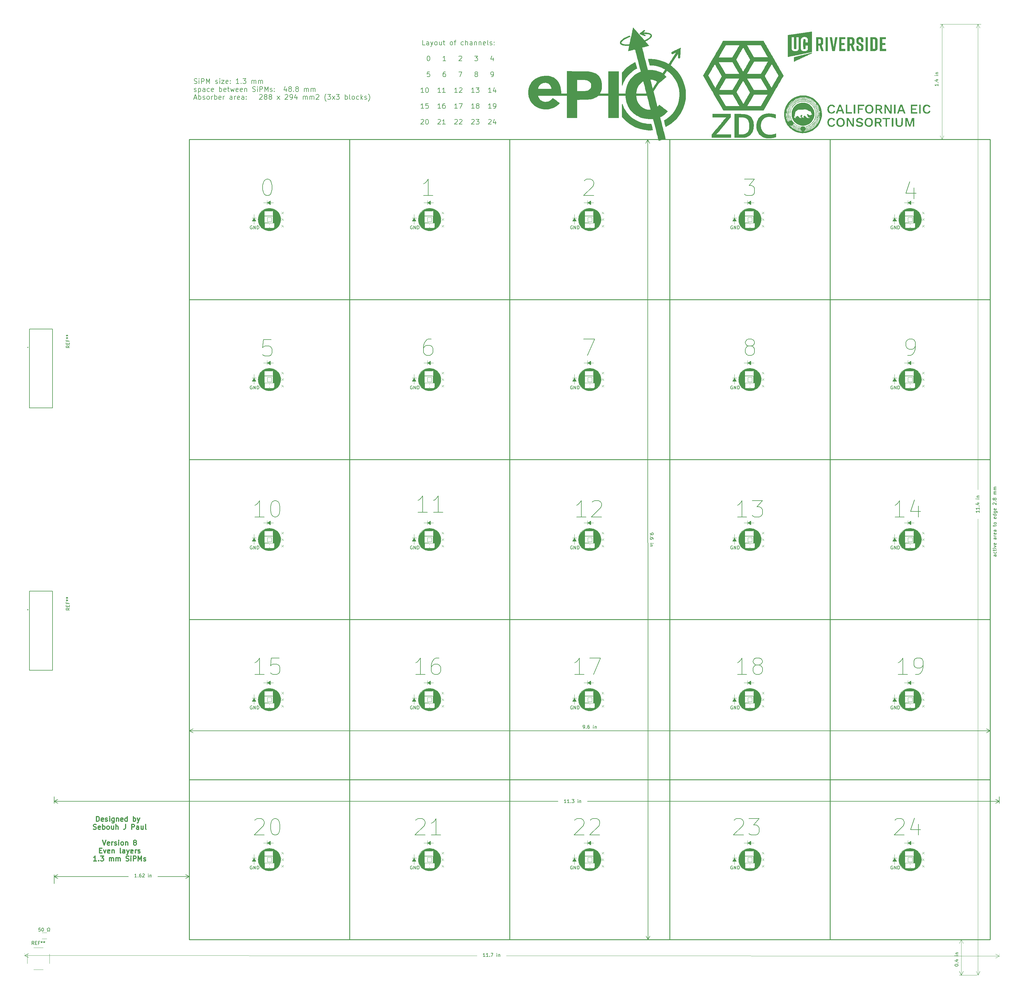
<source format=gbr>
%TF.GenerationSoftware,KiCad,Pcbnew,8.0.2-1*%
%TF.CreationDate,2025-03-11T17:15:24-04:00*%
%TF.ProjectId,EvenLayers_1.3mm_SiPM,4576656e-4c61-4796-9572-735f312e336d,rev?*%
%TF.SameCoordinates,Original*%
%TF.FileFunction,Legend,Top*%
%TF.FilePolarity,Positive*%
%FSLAX46Y46*%
G04 Gerber Fmt 4.6, Leading zero omitted, Abs format (unit mm)*
G04 Created by KiCad (PCBNEW 8.0.2-1) date 2025-03-11 17:15:24*
%MOMM*%
%LPD*%
G01*
G04 APERTURE LIST*
%ADD10C,0.250000*%
%ADD11C,0.150000*%
%ADD12C,0.300000*%
%ADD13C,0.100000*%
%ADD14C,0.120000*%
%ADD15C,0.200000*%
%ADD16C,0.000000*%
G04 APERTURE END LIST*
D10*
X105200000Y-216600000D02*
X349200000Y-216600000D01*
X349200000Y-70200000D02*
X349200000Y-314200000D01*
X251600000Y-70200000D02*
X251600000Y-314200000D01*
X300400000Y-70200000D02*
X300400000Y-314200000D01*
X105200000Y-167800000D02*
X349200000Y-167800000D01*
X105200000Y-70200000D02*
X105200000Y-314200000D01*
X105200000Y-119000000D02*
X349200000Y-119000000D01*
X202800000Y-70200000D02*
X202800000Y-314200000D01*
X105200000Y-70200000D02*
X349200000Y-70200000D01*
X105200000Y-265400000D02*
X349200000Y-265400000D01*
X154000000Y-70200000D02*
X154000000Y-314200000D01*
X105200000Y-314200000D02*
X349200000Y-314200000D01*
D11*
X274333333Y-82305295D02*
X277428571Y-82305295D01*
X277428571Y-82305295D02*
X275761905Y-84210057D01*
X275761905Y-84210057D02*
X276476190Y-84210057D01*
X276476190Y-84210057D02*
X276952381Y-84448152D01*
X276952381Y-84448152D02*
X277190476Y-84686247D01*
X277190476Y-84686247D02*
X277428571Y-85162438D01*
X277428571Y-85162438D02*
X277428571Y-86352914D01*
X277428571Y-86352914D02*
X277190476Y-86829104D01*
X277190476Y-86829104D02*
X276952381Y-87067200D01*
X276952381Y-87067200D02*
X276476190Y-87305295D01*
X276476190Y-87305295D02*
X275047619Y-87305295D01*
X275047619Y-87305295D02*
X274571428Y-87067200D01*
X274571428Y-87067200D02*
X274333333Y-86829104D01*
X225497618Y-233305295D02*
X222640475Y-233305295D01*
X224069047Y-233305295D02*
X224069047Y-228305295D01*
X224069047Y-228305295D02*
X223592856Y-229019580D01*
X223592856Y-229019580D02*
X223116666Y-229495771D01*
X223116666Y-229495771D02*
X222640475Y-229733866D01*
X227164285Y-228305295D02*
X230497619Y-228305295D01*
X230497619Y-228305295D02*
X228354761Y-233305295D01*
X323047618Y-185305295D02*
X320190475Y-185305295D01*
X321619047Y-185305295D02*
X321619047Y-180305295D01*
X321619047Y-180305295D02*
X321142856Y-181019580D01*
X321142856Y-181019580D02*
X320666666Y-181495771D01*
X320666666Y-181495771D02*
X320190475Y-181733866D01*
X327333333Y-181971961D02*
X327333333Y-185305295D01*
X326142857Y-180067200D02*
X324952380Y-183638628D01*
X324952380Y-183638628D02*
X328047619Y-183638628D01*
X324047618Y-233305295D02*
X321190475Y-233305295D01*
X322619047Y-233305295D02*
X322619047Y-228305295D01*
X322619047Y-228305295D02*
X322142856Y-229019580D01*
X322142856Y-229019580D02*
X321666666Y-229495771D01*
X321666666Y-229495771D02*
X321190475Y-229733866D01*
X326428571Y-233305295D02*
X327380952Y-233305295D01*
X327380952Y-233305295D02*
X327857142Y-233067200D01*
X327857142Y-233067200D02*
X328095238Y-232829104D01*
X328095238Y-232829104D02*
X328571428Y-232114819D01*
X328571428Y-232114819D02*
X328809523Y-231162438D01*
X328809523Y-231162438D02*
X328809523Y-229257676D01*
X328809523Y-229257676D02*
X328571428Y-228781485D01*
X328571428Y-228781485D02*
X328333333Y-228543390D01*
X328333333Y-228543390D02*
X327857142Y-228305295D01*
X327857142Y-228305295D02*
X326904761Y-228305295D01*
X326904761Y-228305295D02*
X326428571Y-228543390D01*
X326428571Y-228543390D02*
X326190476Y-228781485D01*
X326190476Y-228781485D02*
X325952380Y-229257676D01*
X325952380Y-229257676D02*
X325952380Y-230448152D01*
X325952380Y-230448152D02*
X326190476Y-230924342D01*
X326190476Y-230924342D02*
X326428571Y-231162438D01*
X326428571Y-231162438D02*
X326904761Y-231400533D01*
X326904761Y-231400533D02*
X327857142Y-231400533D01*
X327857142Y-231400533D02*
X328333333Y-231162438D01*
X328333333Y-231162438D02*
X328571428Y-230924342D01*
X328571428Y-230924342D02*
X328809523Y-230448152D01*
X177021428Y-41411548D02*
X176307142Y-41411548D01*
X176307142Y-41411548D02*
X176307142Y-39911548D01*
X178164286Y-41411548D02*
X178164286Y-40625834D01*
X178164286Y-40625834D02*
X178092857Y-40482977D01*
X178092857Y-40482977D02*
X177950000Y-40411548D01*
X177950000Y-40411548D02*
X177664286Y-40411548D01*
X177664286Y-40411548D02*
X177521428Y-40482977D01*
X178164286Y-41340120D02*
X178021428Y-41411548D01*
X178021428Y-41411548D02*
X177664286Y-41411548D01*
X177664286Y-41411548D02*
X177521428Y-41340120D01*
X177521428Y-41340120D02*
X177450000Y-41197262D01*
X177450000Y-41197262D02*
X177450000Y-41054405D01*
X177450000Y-41054405D02*
X177521428Y-40911548D01*
X177521428Y-40911548D02*
X177664286Y-40840120D01*
X177664286Y-40840120D02*
X178021428Y-40840120D01*
X178021428Y-40840120D02*
X178164286Y-40768691D01*
X178735714Y-40411548D02*
X179092857Y-41411548D01*
X179450000Y-40411548D02*
X179092857Y-41411548D01*
X179092857Y-41411548D02*
X178950000Y-41768691D01*
X178950000Y-41768691D02*
X178878571Y-41840120D01*
X178878571Y-41840120D02*
X178735714Y-41911548D01*
X180235714Y-41411548D02*
X180092857Y-41340120D01*
X180092857Y-41340120D02*
X180021428Y-41268691D01*
X180021428Y-41268691D02*
X179950000Y-41125834D01*
X179950000Y-41125834D02*
X179950000Y-40697262D01*
X179950000Y-40697262D02*
X180021428Y-40554405D01*
X180021428Y-40554405D02*
X180092857Y-40482977D01*
X180092857Y-40482977D02*
X180235714Y-40411548D01*
X180235714Y-40411548D02*
X180450000Y-40411548D01*
X180450000Y-40411548D02*
X180592857Y-40482977D01*
X180592857Y-40482977D02*
X180664286Y-40554405D01*
X180664286Y-40554405D02*
X180735714Y-40697262D01*
X180735714Y-40697262D02*
X180735714Y-41125834D01*
X180735714Y-41125834D02*
X180664286Y-41268691D01*
X180664286Y-41268691D02*
X180592857Y-41340120D01*
X180592857Y-41340120D02*
X180450000Y-41411548D01*
X180450000Y-41411548D02*
X180235714Y-41411548D01*
X182021429Y-40411548D02*
X182021429Y-41411548D01*
X181378571Y-40411548D02*
X181378571Y-41197262D01*
X181378571Y-41197262D02*
X181450000Y-41340120D01*
X181450000Y-41340120D02*
X181592857Y-41411548D01*
X181592857Y-41411548D02*
X181807143Y-41411548D01*
X181807143Y-41411548D02*
X181950000Y-41340120D01*
X181950000Y-41340120D02*
X182021429Y-41268691D01*
X182521429Y-40411548D02*
X183092857Y-40411548D01*
X182735714Y-39911548D02*
X182735714Y-41197262D01*
X182735714Y-41197262D02*
X182807143Y-41340120D01*
X182807143Y-41340120D02*
X182950000Y-41411548D01*
X182950000Y-41411548D02*
X183092857Y-41411548D01*
X184950000Y-41411548D02*
X184807143Y-41340120D01*
X184807143Y-41340120D02*
X184735714Y-41268691D01*
X184735714Y-41268691D02*
X184664286Y-41125834D01*
X184664286Y-41125834D02*
X184664286Y-40697262D01*
X184664286Y-40697262D02*
X184735714Y-40554405D01*
X184735714Y-40554405D02*
X184807143Y-40482977D01*
X184807143Y-40482977D02*
X184950000Y-40411548D01*
X184950000Y-40411548D02*
X185164286Y-40411548D01*
X185164286Y-40411548D02*
X185307143Y-40482977D01*
X185307143Y-40482977D02*
X185378572Y-40554405D01*
X185378572Y-40554405D02*
X185450000Y-40697262D01*
X185450000Y-40697262D02*
X185450000Y-41125834D01*
X185450000Y-41125834D02*
X185378572Y-41268691D01*
X185378572Y-41268691D02*
X185307143Y-41340120D01*
X185307143Y-41340120D02*
X185164286Y-41411548D01*
X185164286Y-41411548D02*
X184950000Y-41411548D01*
X185878572Y-40411548D02*
X186450000Y-40411548D01*
X186092857Y-41411548D02*
X186092857Y-40125834D01*
X186092857Y-40125834D02*
X186164286Y-39982977D01*
X186164286Y-39982977D02*
X186307143Y-39911548D01*
X186307143Y-39911548D02*
X186450000Y-39911548D01*
X188735715Y-41340120D02*
X188592857Y-41411548D01*
X188592857Y-41411548D02*
X188307143Y-41411548D01*
X188307143Y-41411548D02*
X188164286Y-41340120D01*
X188164286Y-41340120D02*
X188092857Y-41268691D01*
X188092857Y-41268691D02*
X188021429Y-41125834D01*
X188021429Y-41125834D02*
X188021429Y-40697262D01*
X188021429Y-40697262D02*
X188092857Y-40554405D01*
X188092857Y-40554405D02*
X188164286Y-40482977D01*
X188164286Y-40482977D02*
X188307143Y-40411548D01*
X188307143Y-40411548D02*
X188592857Y-40411548D01*
X188592857Y-40411548D02*
X188735715Y-40482977D01*
X189378571Y-41411548D02*
X189378571Y-39911548D01*
X190021429Y-41411548D02*
X190021429Y-40625834D01*
X190021429Y-40625834D02*
X189950000Y-40482977D01*
X189950000Y-40482977D02*
X189807143Y-40411548D01*
X189807143Y-40411548D02*
X189592857Y-40411548D01*
X189592857Y-40411548D02*
X189450000Y-40482977D01*
X189450000Y-40482977D02*
X189378571Y-40554405D01*
X191378572Y-41411548D02*
X191378572Y-40625834D01*
X191378572Y-40625834D02*
X191307143Y-40482977D01*
X191307143Y-40482977D02*
X191164286Y-40411548D01*
X191164286Y-40411548D02*
X190878572Y-40411548D01*
X190878572Y-40411548D02*
X190735714Y-40482977D01*
X191378572Y-41340120D02*
X191235714Y-41411548D01*
X191235714Y-41411548D02*
X190878572Y-41411548D01*
X190878572Y-41411548D02*
X190735714Y-41340120D01*
X190735714Y-41340120D02*
X190664286Y-41197262D01*
X190664286Y-41197262D02*
X190664286Y-41054405D01*
X190664286Y-41054405D02*
X190735714Y-40911548D01*
X190735714Y-40911548D02*
X190878572Y-40840120D01*
X190878572Y-40840120D02*
X191235714Y-40840120D01*
X191235714Y-40840120D02*
X191378572Y-40768691D01*
X192092857Y-40411548D02*
X192092857Y-41411548D01*
X192092857Y-40554405D02*
X192164286Y-40482977D01*
X192164286Y-40482977D02*
X192307143Y-40411548D01*
X192307143Y-40411548D02*
X192521429Y-40411548D01*
X192521429Y-40411548D02*
X192664286Y-40482977D01*
X192664286Y-40482977D02*
X192735715Y-40625834D01*
X192735715Y-40625834D02*
X192735715Y-41411548D01*
X193450000Y-40411548D02*
X193450000Y-41411548D01*
X193450000Y-40554405D02*
X193521429Y-40482977D01*
X193521429Y-40482977D02*
X193664286Y-40411548D01*
X193664286Y-40411548D02*
X193878572Y-40411548D01*
X193878572Y-40411548D02*
X194021429Y-40482977D01*
X194021429Y-40482977D02*
X194092858Y-40625834D01*
X194092858Y-40625834D02*
X194092858Y-41411548D01*
X195378572Y-41340120D02*
X195235715Y-41411548D01*
X195235715Y-41411548D02*
X194950001Y-41411548D01*
X194950001Y-41411548D02*
X194807143Y-41340120D01*
X194807143Y-41340120D02*
X194735715Y-41197262D01*
X194735715Y-41197262D02*
X194735715Y-40625834D01*
X194735715Y-40625834D02*
X194807143Y-40482977D01*
X194807143Y-40482977D02*
X194950001Y-40411548D01*
X194950001Y-40411548D02*
X195235715Y-40411548D01*
X195235715Y-40411548D02*
X195378572Y-40482977D01*
X195378572Y-40482977D02*
X195450001Y-40625834D01*
X195450001Y-40625834D02*
X195450001Y-40768691D01*
X195450001Y-40768691D02*
X194735715Y-40911548D01*
X196307143Y-41411548D02*
X196164286Y-41340120D01*
X196164286Y-41340120D02*
X196092857Y-41197262D01*
X196092857Y-41197262D02*
X196092857Y-39911548D01*
X196807143Y-41340120D02*
X196950000Y-41411548D01*
X196950000Y-41411548D02*
X197235714Y-41411548D01*
X197235714Y-41411548D02*
X197378571Y-41340120D01*
X197378571Y-41340120D02*
X197450000Y-41197262D01*
X197450000Y-41197262D02*
X197450000Y-41125834D01*
X197450000Y-41125834D02*
X197378571Y-40982977D01*
X197378571Y-40982977D02*
X197235714Y-40911548D01*
X197235714Y-40911548D02*
X197021429Y-40911548D01*
X197021429Y-40911548D02*
X196878571Y-40840120D01*
X196878571Y-40840120D02*
X196807143Y-40697262D01*
X196807143Y-40697262D02*
X196807143Y-40625834D01*
X196807143Y-40625834D02*
X196878571Y-40482977D01*
X196878571Y-40482977D02*
X197021429Y-40411548D01*
X197021429Y-40411548D02*
X197235714Y-40411548D01*
X197235714Y-40411548D02*
X197378571Y-40482977D01*
X198092857Y-41268691D02*
X198164286Y-41340120D01*
X198164286Y-41340120D02*
X198092857Y-41411548D01*
X198092857Y-41411548D02*
X198021429Y-41340120D01*
X198021429Y-41340120D02*
X198092857Y-41268691D01*
X198092857Y-41268691D02*
X198092857Y-41411548D01*
X198092857Y-40482977D02*
X198164286Y-40554405D01*
X198164286Y-40554405D02*
X198092857Y-40625834D01*
X198092857Y-40625834D02*
X198021429Y-40554405D01*
X198021429Y-40554405D02*
X198092857Y-40482977D01*
X198092857Y-40482977D02*
X198092857Y-40625834D01*
X177985716Y-44741380D02*
X178128573Y-44741380D01*
X178128573Y-44741380D02*
X178271430Y-44812809D01*
X178271430Y-44812809D02*
X178342859Y-44884237D01*
X178342859Y-44884237D02*
X178414287Y-45027094D01*
X178414287Y-45027094D02*
X178485716Y-45312809D01*
X178485716Y-45312809D02*
X178485716Y-45669952D01*
X178485716Y-45669952D02*
X178414287Y-45955666D01*
X178414287Y-45955666D02*
X178342859Y-46098523D01*
X178342859Y-46098523D02*
X178271430Y-46169952D01*
X178271430Y-46169952D02*
X178128573Y-46241380D01*
X178128573Y-46241380D02*
X177985716Y-46241380D01*
X177985716Y-46241380D02*
X177842859Y-46169952D01*
X177842859Y-46169952D02*
X177771430Y-46098523D01*
X177771430Y-46098523D02*
X177700001Y-45955666D01*
X177700001Y-45955666D02*
X177628573Y-45669952D01*
X177628573Y-45669952D02*
X177628573Y-45312809D01*
X177628573Y-45312809D02*
X177700001Y-45027094D01*
X177700001Y-45027094D02*
X177771430Y-44884237D01*
X177771430Y-44884237D02*
X177842859Y-44812809D01*
X177842859Y-44812809D02*
X177985716Y-44741380D01*
X183342858Y-46241380D02*
X182485715Y-46241380D01*
X182914286Y-46241380D02*
X182914286Y-44741380D01*
X182914286Y-44741380D02*
X182771429Y-44955666D01*
X182771429Y-44955666D02*
X182628572Y-45098523D01*
X182628572Y-45098523D02*
X182485715Y-45169952D01*
X187342857Y-44884237D02*
X187414285Y-44812809D01*
X187414285Y-44812809D02*
X187557143Y-44741380D01*
X187557143Y-44741380D02*
X187914285Y-44741380D01*
X187914285Y-44741380D02*
X188057143Y-44812809D01*
X188057143Y-44812809D02*
X188128571Y-44884237D01*
X188128571Y-44884237D02*
X188200000Y-45027094D01*
X188200000Y-45027094D02*
X188200000Y-45169952D01*
X188200000Y-45169952D02*
X188128571Y-45384237D01*
X188128571Y-45384237D02*
X187271428Y-46241380D01*
X187271428Y-46241380D02*
X188200000Y-46241380D01*
X192128570Y-44741380D02*
X193057142Y-44741380D01*
X193057142Y-44741380D02*
X192557142Y-45312809D01*
X192557142Y-45312809D02*
X192771427Y-45312809D01*
X192771427Y-45312809D02*
X192914285Y-45384237D01*
X192914285Y-45384237D02*
X192985713Y-45455666D01*
X192985713Y-45455666D02*
X193057142Y-45598523D01*
X193057142Y-45598523D02*
X193057142Y-45955666D01*
X193057142Y-45955666D02*
X192985713Y-46098523D01*
X192985713Y-46098523D02*
X192914285Y-46169952D01*
X192914285Y-46169952D02*
X192771427Y-46241380D01*
X192771427Y-46241380D02*
X192342856Y-46241380D01*
X192342856Y-46241380D02*
X192199999Y-46169952D01*
X192199999Y-46169952D02*
X192128570Y-46098523D01*
X197771427Y-45241380D02*
X197771427Y-46241380D01*
X197414284Y-44669952D02*
X197057141Y-45741380D01*
X197057141Y-45741380D02*
X197985712Y-45741380D01*
X178414287Y-49571212D02*
X177700001Y-49571212D01*
X177700001Y-49571212D02*
X177628573Y-50285498D01*
X177628573Y-50285498D02*
X177700001Y-50214069D01*
X177700001Y-50214069D02*
X177842859Y-50142641D01*
X177842859Y-50142641D02*
X178200001Y-50142641D01*
X178200001Y-50142641D02*
X178342859Y-50214069D01*
X178342859Y-50214069D02*
X178414287Y-50285498D01*
X178414287Y-50285498D02*
X178485716Y-50428355D01*
X178485716Y-50428355D02*
X178485716Y-50785498D01*
X178485716Y-50785498D02*
X178414287Y-50928355D01*
X178414287Y-50928355D02*
X178342859Y-50999784D01*
X178342859Y-50999784D02*
X178200001Y-51071212D01*
X178200001Y-51071212D02*
X177842859Y-51071212D01*
X177842859Y-51071212D02*
X177700001Y-50999784D01*
X177700001Y-50999784D02*
X177628573Y-50928355D01*
X183200001Y-49571212D02*
X182914286Y-49571212D01*
X182914286Y-49571212D02*
X182771429Y-49642641D01*
X182771429Y-49642641D02*
X182700001Y-49714069D01*
X182700001Y-49714069D02*
X182557143Y-49928355D01*
X182557143Y-49928355D02*
X182485715Y-50214069D01*
X182485715Y-50214069D02*
X182485715Y-50785498D01*
X182485715Y-50785498D02*
X182557143Y-50928355D01*
X182557143Y-50928355D02*
X182628572Y-50999784D01*
X182628572Y-50999784D02*
X182771429Y-51071212D01*
X182771429Y-51071212D02*
X183057143Y-51071212D01*
X183057143Y-51071212D02*
X183200001Y-50999784D01*
X183200001Y-50999784D02*
X183271429Y-50928355D01*
X183271429Y-50928355D02*
X183342858Y-50785498D01*
X183342858Y-50785498D02*
X183342858Y-50428355D01*
X183342858Y-50428355D02*
X183271429Y-50285498D01*
X183271429Y-50285498D02*
X183200001Y-50214069D01*
X183200001Y-50214069D02*
X183057143Y-50142641D01*
X183057143Y-50142641D02*
X182771429Y-50142641D01*
X182771429Y-50142641D02*
X182628572Y-50214069D01*
X182628572Y-50214069D02*
X182557143Y-50285498D01*
X182557143Y-50285498D02*
X182485715Y-50428355D01*
X187271428Y-49571212D02*
X188271428Y-49571212D01*
X188271428Y-49571212D02*
X187628571Y-51071212D01*
X192485713Y-50214069D02*
X192342856Y-50142641D01*
X192342856Y-50142641D02*
X192271427Y-50071212D01*
X192271427Y-50071212D02*
X192199999Y-49928355D01*
X192199999Y-49928355D02*
X192199999Y-49856926D01*
X192199999Y-49856926D02*
X192271427Y-49714069D01*
X192271427Y-49714069D02*
X192342856Y-49642641D01*
X192342856Y-49642641D02*
X192485713Y-49571212D01*
X192485713Y-49571212D02*
X192771427Y-49571212D01*
X192771427Y-49571212D02*
X192914285Y-49642641D01*
X192914285Y-49642641D02*
X192985713Y-49714069D01*
X192985713Y-49714069D02*
X193057142Y-49856926D01*
X193057142Y-49856926D02*
X193057142Y-49928355D01*
X193057142Y-49928355D02*
X192985713Y-50071212D01*
X192985713Y-50071212D02*
X192914285Y-50142641D01*
X192914285Y-50142641D02*
X192771427Y-50214069D01*
X192771427Y-50214069D02*
X192485713Y-50214069D01*
X192485713Y-50214069D02*
X192342856Y-50285498D01*
X192342856Y-50285498D02*
X192271427Y-50356926D01*
X192271427Y-50356926D02*
X192199999Y-50499784D01*
X192199999Y-50499784D02*
X192199999Y-50785498D01*
X192199999Y-50785498D02*
X192271427Y-50928355D01*
X192271427Y-50928355D02*
X192342856Y-50999784D01*
X192342856Y-50999784D02*
X192485713Y-51071212D01*
X192485713Y-51071212D02*
X192771427Y-51071212D01*
X192771427Y-51071212D02*
X192914285Y-50999784D01*
X192914285Y-50999784D02*
X192985713Y-50928355D01*
X192985713Y-50928355D02*
X193057142Y-50785498D01*
X193057142Y-50785498D02*
X193057142Y-50499784D01*
X193057142Y-50499784D02*
X192985713Y-50356926D01*
X192985713Y-50356926D02*
X192914285Y-50285498D01*
X192914285Y-50285498D02*
X192771427Y-50214069D01*
X197199998Y-51071212D02*
X197485712Y-51071212D01*
X197485712Y-51071212D02*
X197628569Y-50999784D01*
X197628569Y-50999784D02*
X197699998Y-50928355D01*
X197699998Y-50928355D02*
X197842855Y-50714069D01*
X197842855Y-50714069D02*
X197914284Y-50428355D01*
X197914284Y-50428355D02*
X197914284Y-49856926D01*
X197914284Y-49856926D02*
X197842855Y-49714069D01*
X197842855Y-49714069D02*
X197771427Y-49642641D01*
X197771427Y-49642641D02*
X197628569Y-49571212D01*
X197628569Y-49571212D02*
X197342855Y-49571212D01*
X197342855Y-49571212D02*
X197199998Y-49642641D01*
X197199998Y-49642641D02*
X197128569Y-49714069D01*
X197128569Y-49714069D02*
X197057141Y-49856926D01*
X197057141Y-49856926D02*
X197057141Y-50214069D01*
X197057141Y-50214069D02*
X197128569Y-50356926D01*
X197128569Y-50356926D02*
X197199998Y-50428355D01*
X197199998Y-50428355D02*
X197342855Y-50499784D01*
X197342855Y-50499784D02*
X197628569Y-50499784D01*
X197628569Y-50499784D02*
X197771427Y-50428355D01*
X197771427Y-50428355D02*
X197842855Y-50356926D01*
X197842855Y-50356926D02*
X197914284Y-50214069D01*
X176628574Y-55901044D02*
X175771431Y-55901044D01*
X176200002Y-55901044D02*
X176200002Y-54401044D01*
X176200002Y-54401044D02*
X176057145Y-54615330D01*
X176057145Y-54615330D02*
X175914288Y-54758187D01*
X175914288Y-54758187D02*
X175771431Y-54829616D01*
X177557145Y-54401044D02*
X177700002Y-54401044D01*
X177700002Y-54401044D02*
X177842859Y-54472473D01*
X177842859Y-54472473D02*
X177914288Y-54543901D01*
X177914288Y-54543901D02*
X177985716Y-54686758D01*
X177985716Y-54686758D02*
X178057145Y-54972473D01*
X178057145Y-54972473D02*
X178057145Y-55329616D01*
X178057145Y-55329616D02*
X177985716Y-55615330D01*
X177985716Y-55615330D02*
X177914288Y-55758187D01*
X177914288Y-55758187D02*
X177842859Y-55829616D01*
X177842859Y-55829616D02*
X177700002Y-55901044D01*
X177700002Y-55901044D02*
X177557145Y-55901044D01*
X177557145Y-55901044D02*
X177414288Y-55829616D01*
X177414288Y-55829616D02*
X177342859Y-55758187D01*
X177342859Y-55758187D02*
X177271430Y-55615330D01*
X177271430Y-55615330D02*
X177200002Y-55329616D01*
X177200002Y-55329616D02*
X177200002Y-54972473D01*
X177200002Y-54972473D02*
X177271430Y-54686758D01*
X177271430Y-54686758D02*
X177342859Y-54543901D01*
X177342859Y-54543901D02*
X177414288Y-54472473D01*
X177414288Y-54472473D02*
X177557145Y-54401044D01*
X181771430Y-55901044D02*
X180914287Y-55901044D01*
X181342858Y-55901044D02*
X181342858Y-54401044D01*
X181342858Y-54401044D02*
X181200001Y-54615330D01*
X181200001Y-54615330D02*
X181057144Y-54758187D01*
X181057144Y-54758187D02*
X180914287Y-54829616D01*
X183200001Y-55901044D02*
X182342858Y-55901044D01*
X182771429Y-55901044D02*
X182771429Y-54401044D01*
X182771429Y-54401044D02*
X182628572Y-54615330D01*
X182628572Y-54615330D02*
X182485715Y-54758187D01*
X182485715Y-54758187D02*
X182342858Y-54829616D01*
X186914286Y-55901044D02*
X186057143Y-55901044D01*
X186485714Y-55901044D02*
X186485714Y-54401044D01*
X186485714Y-54401044D02*
X186342857Y-54615330D01*
X186342857Y-54615330D02*
X186200000Y-54758187D01*
X186200000Y-54758187D02*
X186057143Y-54829616D01*
X187485714Y-54543901D02*
X187557142Y-54472473D01*
X187557142Y-54472473D02*
X187700000Y-54401044D01*
X187700000Y-54401044D02*
X188057142Y-54401044D01*
X188057142Y-54401044D02*
X188200000Y-54472473D01*
X188200000Y-54472473D02*
X188271428Y-54543901D01*
X188271428Y-54543901D02*
X188342857Y-54686758D01*
X188342857Y-54686758D02*
X188342857Y-54829616D01*
X188342857Y-54829616D02*
X188271428Y-55043901D01*
X188271428Y-55043901D02*
X187414285Y-55901044D01*
X187414285Y-55901044D02*
X188342857Y-55901044D01*
X192057142Y-55901044D02*
X191199999Y-55901044D01*
X191628570Y-55901044D02*
X191628570Y-54401044D01*
X191628570Y-54401044D02*
X191485713Y-54615330D01*
X191485713Y-54615330D02*
X191342856Y-54758187D01*
X191342856Y-54758187D02*
X191199999Y-54829616D01*
X192557141Y-54401044D02*
X193485713Y-54401044D01*
X193485713Y-54401044D02*
X192985713Y-54972473D01*
X192985713Y-54972473D02*
X193199998Y-54972473D01*
X193199998Y-54972473D02*
X193342856Y-55043901D01*
X193342856Y-55043901D02*
X193414284Y-55115330D01*
X193414284Y-55115330D02*
X193485713Y-55258187D01*
X193485713Y-55258187D02*
X193485713Y-55615330D01*
X193485713Y-55615330D02*
X193414284Y-55758187D01*
X193414284Y-55758187D02*
X193342856Y-55829616D01*
X193342856Y-55829616D02*
X193199998Y-55901044D01*
X193199998Y-55901044D02*
X192771427Y-55901044D01*
X192771427Y-55901044D02*
X192628570Y-55829616D01*
X192628570Y-55829616D02*
X192557141Y-55758187D01*
X197199998Y-55901044D02*
X196342855Y-55901044D01*
X196771426Y-55901044D02*
X196771426Y-54401044D01*
X196771426Y-54401044D02*
X196628569Y-54615330D01*
X196628569Y-54615330D02*
X196485712Y-54758187D01*
X196485712Y-54758187D02*
X196342855Y-54829616D01*
X198485712Y-54901044D02*
X198485712Y-55901044D01*
X198128569Y-54329616D02*
X197771426Y-55401044D01*
X197771426Y-55401044D02*
X198699997Y-55401044D01*
X176628574Y-60730876D02*
X175771431Y-60730876D01*
X176200002Y-60730876D02*
X176200002Y-59230876D01*
X176200002Y-59230876D02*
X176057145Y-59445162D01*
X176057145Y-59445162D02*
X175914288Y-59588019D01*
X175914288Y-59588019D02*
X175771431Y-59659448D01*
X177985716Y-59230876D02*
X177271430Y-59230876D01*
X177271430Y-59230876D02*
X177200002Y-59945162D01*
X177200002Y-59945162D02*
X177271430Y-59873733D01*
X177271430Y-59873733D02*
X177414288Y-59802305D01*
X177414288Y-59802305D02*
X177771430Y-59802305D01*
X177771430Y-59802305D02*
X177914288Y-59873733D01*
X177914288Y-59873733D02*
X177985716Y-59945162D01*
X177985716Y-59945162D02*
X178057145Y-60088019D01*
X178057145Y-60088019D02*
X178057145Y-60445162D01*
X178057145Y-60445162D02*
X177985716Y-60588019D01*
X177985716Y-60588019D02*
X177914288Y-60659448D01*
X177914288Y-60659448D02*
X177771430Y-60730876D01*
X177771430Y-60730876D02*
X177414288Y-60730876D01*
X177414288Y-60730876D02*
X177271430Y-60659448D01*
X177271430Y-60659448D02*
X177200002Y-60588019D01*
X181771430Y-60730876D02*
X180914287Y-60730876D01*
X181342858Y-60730876D02*
X181342858Y-59230876D01*
X181342858Y-59230876D02*
X181200001Y-59445162D01*
X181200001Y-59445162D02*
X181057144Y-59588019D01*
X181057144Y-59588019D02*
X180914287Y-59659448D01*
X183057144Y-59230876D02*
X182771429Y-59230876D01*
X182771429Y-59230876D02*
X182628572Y-59302305D01*
X182628572Y-59302305D02*
X182557144Y-59373733D01*
X182557144Y-59373733D02*
X182414286Y-59588019D01*
X182414286Y-59588019D02*
X182342858Y-59873733D01*
X182342858Y-59873733D02*
X182342858Y-60445162D01*
X182342858Y-60445162D02*
X182414286Y-60588019D01*
X182414286Y-60588019D02*
X182485715Y-60659448D01*
X182485715Y-60659448D02*
X182628572Y-60730876D01*
X182628572Y-60730876D02*
X182914286Y-60730876D01*
X182914286Y-60730876D02*
X183057144Y-60659448D01*
X183057144Y-60659448D02*
X183128572Y-60588019D01*
X183128572Y-60588019D02*
X183200001Y-60445162D01*
X183200001Y-60445162D02*
X183200001Y-60088019D01*
X183200001Y-60088019D02*
X183128572Y-59945162D01*
X183128572Y-59945162D02*
X183057144Y-59873733D01*
X183057144Y-59873733D02*
X182914286Y-59802305D01*
X182914286Y-59802305D02*
X182628572Y-59802305D01*
X182628572Y-59802305D02*
X182485715Y-59873733D01*
X182485715Y-59873733D02*
X182414286Y-59945162D01*
X182414286Y-59945162D02*
X182342858Y-60088019D01*
X186914286Y-60730876D02*
X186057143Y-60730876D01*
X186485714Y-60730876D02*
X186485714Y-59230876D01*
X186485714Y-59230876D02*
X186342857Y-59445162D01*
X186342857Y-59445162D02*
X186200000Y-59588019D01*
X186200000Y-59588019D02*
X186057143Y-59659448D01*
X187414285Y-59230876D02*
X188414285Y-59230876D01*
X188414285Y-59230876D02*
X187771428Y-60730876D01*
X192057142Y-60730876D02*
X191199999Y-60730876D01*
X191628570Y-60730876D02*
X191628570Y-59230876D01*
X191628570Y-59230876D02*
X191485713Y-59445162D01*
X191485713Y-59445162D02*
X191342856Y-59588019D01*
X191342856Y-59588019D02*
X191199999Y-59659448D01*
X192914284Y-59873733D02*
X192771427Y-59802305D01*
X192771427Y-59802305D02*
X192699998Y-59730876D01*
X192699998Y-59730876D02*
X192628570Y-59588019D01*
X192628570Y-59588019D02*
X192628570Y-59516590D01*
X192628570Y-59516590D02*
X192699998Y-59373733D01*
X192699998Y-59373733D02*
X192771427Y-59302305D01*
X192771427Y-59302305D02*
X192914284Y-59230876D01*
X192914284Y-59230876D02*
X193199998Y-59230876D01*
X193199998Y-59230876D02*
X193342856Y-59302305D01*
X193342856Y-59302305D02*
X193414284Y-59373733D01*
X193414284Y-59373733D02*
X193485713Y-59516590D01*
X193485713Y-59516590D02*
X193485713Y-59588019D01*
X193485713Y-59588019D02*
X193414284Y-59730876D01*
X193414284Y-59730876D02*
X193342856Y-59802305D01*
X193342856Y-59802305D02*
X193199998Y-59873733D01*
X193199998Y-59873733D02*
X192914284Y-59873733D01*
X192914284Y-59873733D02*
X192771427Y-59945162D01*
X192771427Y-59945162D02*
X192699998Y-60016590D01*
X192699998Y-60016590D02*
X192628570Y-60159448D01*
X192628570Y-60159448D02*
X192628570Y-60445162D01*
X192628570Y-60445162D02*
X192699998Y-60588019D01*
X192699998Y-60588019D02*
X192771427Y-60659448D01*
X192771427Y-60659448D02*
X192914284Y-60730876D01*
X192914284Y-60730876D02*
X193199998Y-60730876D01*
X193199998Y-60730876D02*
X193342856Y-60659448D01*
X193342856Y-60659448D02*
X193414284Y-60588019D01*
X193414284Y-60588019D02*
X193485713Y-60445162D01*
X193485713Y-60445162D02*
X193485713Y-60159448D01*
X193485713Y-60159448D02*
X193414284Y-60016590D01*
X193414284Y-60016590D02*
X193342856Y-59945162D01*
X193342856Y-59945162D02*
X193199998Y-59873733D01*
X197199998Y-60730876D02*
X196342855Y-60730876D01*
X196771426Y-60730876D02*
X196771426Y-59230876D01*
X196771426Y-59230876D02*
X196628569Y-59445162D01*
X196628569Y-59445162D02*
X196485712Y-59588019D01*
X196485712Y-59588019D02*
X196342855Y-59659448D01*
X197914283Y-60730876D02*
X198199997Y-60730876D01*
X198199997Y-60730876D02*
X198342854Y-60659448D01*
X198342854Y-60659448D02*
X198414283Y-60588019D01*
X198414283Y-60588019D02*
X198557140Y-60373733D01*
X198557140Y-60373733D02*
X198628569Y-60088019D01*
X198628569Y-60088019D02*
X198628569Y-59516590D01*
X198628569Y-59516590D02*
X198557140Y-59373733D01*
X198557140Y-59373733D02*
X198485712Y-59302305D01*
X198485712Y-59302305D02*
X198342854Y-59230876D01*
X198342854Y-59230876D02*
X198057140Y-59230876D01*
X198057140Y-59230876D02*
X197914283Y-59302305D01*
X197914283Y-59302305D02*
X197842854Y-59373733D01*
X197842854Y-59373733D02*
X197771426Y-59516590D01*
X197771426Y-59516590D02*
X197771426Y-59873733D01*
X197771426Y-59873733D02*
X197842854Y-60016590D01*
X197842854Y-60016590D02*
X197914283Y-60088019D01*
X197914283Y-60088019D02*
X198057140Y-60159448D01*
X198057140Y-60159448D02*
X198342854Y-60159448D01*
X198342854Y-60159448D02*
X198485712Y-60088019D01*
X198485712Y-60088019D02*
X198557140Y-60016590D01*
X198557140Y-60016590D02*
X198628569Y-59873733D01*
X175771431Y-64203565D02*
X175842859Y-64132137D01*
X175842859Y-64132137D02*
X175985717Y-64060708D01*
X175985717Y-64060708D02*
X176342859Y-64060708D01*
X176342859Y-64060708D02*
X176485717Y-64132137D01*
X176485717Y-64132137D02*
X176557145Y-64203565D01*
X176557145Y-64203565D02*
X176628574Y-64346422D01*
X176628574Y-64346422D02*
X176628574Y-64489280D01*
X176628574Y-64489280D02*
X176557145Y-64703565D01*
X176557145Y-64703565D02*
X175700002Y-65560708D01*
X175700002Y-65560708D02*
X176628574Y-65560708D01*
X177557145Y-64060708D02*
X177700002Y-64060708D01*
X177700002Y-64060708D02*
X177842859Y-64132137D01*
X177842859Y-64132137D02*
X177914288Y-64203565D01*
X177914288Y-64203565D02*
X177985716Y-64346422D01*
X177985716Y-64346422D02*
X178057145Y-64632137D01*
X178057145Y-64632137D02*
X178057145Y-64989280D01*
X178057145Y-64989280D02*
X177985716Y-65274994D01*
X177985716Y-65274994D02*
X177914288Y-65417851D01*
X177914288Y-65417851D02*
X177842859Y-65489280D01*
X177842859Y-65489280D02*
X177700002Y-65560708D01*
X177700002Y-65560708D02*
X177557145Y-65560708D01*
X177557145Y-65560708D02*
X177414288Y-65489280D01*
X177414288Y-65489280D02*
X177342859Y-65417851D01*
X177342859Y-65417851D02*
X177271430Y-65274994D01*
X177271430Y-65274994D02*
X177200002Y-64989280D01*
X177200002Y-64989280D02*
X177200002Y-64632137D01*
X177200002Y-64632137D02*
X177271430Y-64346422D01*
X177271430Y-64346422D02*
X177342859Y-64203565D01*
X177342859Y-64203565D02*
X177414288Y-64132137D01*
X177414288Y-64132137D02*
X177557145Y-64060708D01*
X180914287Y-64203565D02*
X180985715Y-64132137D01*
X180985715Y-64132137D02*
X181128573Y-64060708D01*
X181128573Y-64060708D02*
X181485715Y-64060708D01*
X181485715Y-64060708D02*
X181628573Y-64132137D01*
X181628573Y-64132137D02*
X181700001Y-64203565D01*
X181700001Y-64203565D02*
X181771430Y-64346422D01*
X181771430Y-64346422D02*
X181771430Y-64489280D01*
X181771430Y-64489280D02*
X181700001Y-64703565D01*
X181700001Y-64703565D02*
X180842858Y-65560708D01*
X180842858Y-65560708D02*
X181771430Y-65560708D01*
X183200001Y-65560708D02*
X182342858Y-65560708D01*
X182771429Y-65560708D02*
X182771429Y-64060708D01*
X182771429Y-64060708D02*
X182628572Y-64274994D01*
X182628572Y-64274994D02*
X182485715Y-64417851D01*
X182485715Y-64417851D02*
X182342858Y-64489280D01*
X186057143Y-64203565D02*
X186128571Y-64132137D01*
X186128571Y-64132137D02*
X186271429Y-64060708D01*
X186271429Y-64060708D02*
X186628571Y-64060708D01*
X186628571Y-64060708D02*
X186771429Y-64132137D01*
X186771429Y-64132137D02*
X186842857Y-64203565D01*
X186842857Y-64203565D02*
X186914286Y-64346422D01*
X186914286Y-64346422D02*
X186914286Y-64489280D01*
X186914286Y-64489280D02*
X186842857Y-64703565D01*
X186842857Y-64703565D02*
X185985714Y-65560708D01*
X185985714Y-65560708D02*
X186914286Y-65560708D01*
X187485714Y-64203565D02*
X187557142Y-64132137D01*
X187557142Y-64132137D02*
X187700000Y-64060708D01*
X187700000Y-64060708D02*
X188057142Y-64060708D01*
X188057142Y-64060708D02*
X188200000Y-64132137D01*
X188200000Y-64132137D02*
X188271428Y-64203565D01*
X188271428Y-64203565D02*
X188342857Y-64346422D01*
X188342857Y-64346422D02*
X188342857Y-64489280D01*
X188342857Y-64489280D02*
X188271428Y-64703565D01*
X188271428Y-64703565D02*
X187414285Y-65560708D01*
X187414285Y-65560708D02*
X188342857Y-65560708D01*
X191199999Y-64203565D02*
X191271427Y-64132137D01*
X191271427Y-64132137D02*
X191414285Y-64060708D01*
X191414285Y-64060708D02*
X191771427Y-64060708D01*
X191771427Y-64060708D02*
X191914285Y-64132137D01*
X191914285Y-64132137D02*
X191985713Y-64203565D01*
X191985713Y-64203565D02*
X192057142Y-64346422D01*
X192057142Y-64346422D02*
X192057142Y-64489280D01*
X192057142Y-64489280D02*
X191985713Y-64703565D01*
X191985713Y-64703565D02*
X191128570Y-65560708D01*
X191128570Y-65560708D02*
X192057142Y-65560708D01*
X192557141Y-64060708D02*
X193485713Y-64060708D01*
X193485713Y-64060708D02*
X192985713Y-64632137D01*
X192985713Y-64632137D02*
X193199998Y-64632137D01*
X193199998Y-64632137D02*
X193342856Y-64703565D01*
X193342856Y-64703565D02*
X193414284Y-64774994D01*
X193414284Y-64774994D02*
X193485713Y-64917851D01*
X193485713Y-64917851D02*
X193485713Y-65274994D01*
X193485713Y-65274994D02*
X193414284Y-65417851D01*
X193414284Y-65417851D02*
X193342856Y-65489280D01*
X193342856Y-65489280D02*
X193199998Y-65560708D01*
X193199998Y-65560708D02*
X192771427Y-65560708D01*
X192771427Y-65560708D02*
X192628570Y-65489280D01*
X192628570Y-65489280D02*
X192557141Y-65417851D01*
X196342855Y-64203565D02*
X196414283Y-64132137D01*
X196414283Y-64132137D02*
X196557141Y-64060708D01*
X196557141Y-64060708D02*
X196914283Y-64060708D01*
X196914283Y-64060708D02*
X197057141Y-64132137D01*
X197057141Y-64132137D02*
X197128569Y-64203565D01*
X197128569Y-64203565D02*
X197199998Y-64346422D01*
X197199998Y-64346422D02*
X197199998Y-64489280D01*
X197199998Y-64489280D02*
X197128569Y-64703565D01*
X197128569Y-64703565D02*
X196271426Y-65560708D01*
X196271426Y-65560708D02*
X197199998Y-65560708D01*
X198485712Y-64560708D02*
X198485712Y-65560708D01*
X198128569Y-63989280D02*
X197771426Y-65060708D01*
X197771426Y-65060708D02*
X198699997Y-65060708D01*
X325952381Y-84921961D02*
X325952381Y-88255295D01*
X324761905Y-83017200D02*
X323571428Y-86588628D01*
X323571428Y-86588628D02*
X326666667Y-86588628D01*
X128047618Y-185305295D02*
X125190475Y-185305295D01*
X126619047Y-185305295D02*
X126619047Y-180305295D01*
X126619047Y-180305295D02*
X126142856Y-181019580D01*
X126142856Y-181019580D02*
X125666666Y-181495771D01*
X125666666Y-181495771D02*
X125190475Y-181733866D01*
X131142857Y-180305295D02*
X131619047Y-180305295D01*
X131619047Y-180305295D02*
X132095238Y-180543390D01*
X132095238Y-180543390D02*
X132333333Y-180781485D01*
X132333333Y-180781485D02*
X132571428Y-181257676D01*
X132571428Y-181257676D02*
X132809523Y-182210057D01*
X132809523Y-182210057D02*
X132809523Y-183400533D01*
X132809523Y-183400533D02*
X132571428Y-184352914D01*
X132571428Y-184352914D02*
X132333333Y-184829104D01*
X132333333Y-184829104D02*
X132095238Y-185067200D01*
X132095238Y-185067200D02*
X131619047Y-185305295D01*
X131619047Y-185305295D02*
X131142857Y-185305295D01*
X131142857Y-185305295D02*
X130666666Y-185067200D01*
X130666666Y-185067200D02*
X130428571Y-184829104D01*
X130428571Y-184829104D02*
X130190476Y-184352914D01*
X130190476Y-184352914D02*
X129952380Y-183400533D01*
X129952380Y-183400533D02*
X129952380Y-182210057D01*
X129952380Y-182210057D02*
X130190476Y-181257676D01*
X130190476Y-181257676D02*
X130428571Y-180781485D01*
X130428571Y-180781485D02*
X130666666Y-180543390D01*
X130666666Y-180543390D02*
X131142857Y-180305295D01*
X320190475Y-277781485D02*
X320428571Y-277543390D01*
X320428571Y-277543390D02*
X320904761Y-277305295D01*
X320904761Y-277305295D02*
X322095237Y-277305295D01*
X322095237Y-277305295D02*
X322571428Y-277543390D01*
X322571428Y-277543390D02*
X322809523Y-277781485D01*
X322809523Y-277781485D02*
X323047618Y-278257676D01*
X323047618Y-278257676D02*
X323047618Y-278733866D01*
X323047618Y-278733866D02*
X322809523Y-279448152D01*
X322809523Y-279448152D02*
X319952380Y-282305295D01*
X319952380Y-282305295D02*
X323047618Y-282305295D01*
X327333333Y-278971961D02*
X327333333Y-282305295D01*
X326142857Y-277067200D02*
X324952380Y-280638628D01*
X324952380Y-280638628D02*
X328047619Y-280638628D01*
X179428571Y-87305295D02*
X176571428Y-87305295D01*
X178000000Y-87305295D02*
X178000000Y-82305295D01*
X178000000Y-82305295D02*
X177523809Y-83019580D01*
X177523809Y-83019580D02*
X177047619Y-83495771D01*
X177047619Y-83495771D02*
X176571428Y-83733866D01*
X226047618Y-185305295D02*
X223190475Y-185305295D01*
X224619047Y-185305295D02*
X224619047Y-180305295D01*
X224619047Y-180305295D02*
X224142856Y-181019580D01*
X224142856Y-181019580D02*
X223666666Y-181495771D01*
X223666666Y-181495771D02*
X223190475Y-181733866D01*
X227952380Y-180781485D02*
X228190476Y-180543390D01*
X228190476Y-180543390D02*
X228666666Y-180305295D01*
X228666666Y-180305295D02*
X229857142Y-180305295D01*
X229857142Y-180305295D02*
X230333333Y-180543390D01*
X230333333Y-180543390D02*
X230571428Y-180781485D01*
X230571428Y-180781485D02*
X230809523Y-181257676D01*
X230809523Y-181257676D02*
X230809523Y-181733866D01*
X230809523Y-181733866D02*
X230571428Y-182448152D01*
X230571428Y-182448152D02*
X227714285Y-185305295D01*
X227714285Y-185305295D02*
X230809523Y-185305295D01*
X130190476Y-131255295D02*
X127809524Y-131255295D01*
X127809524Y-131255295D02*
X127571428Y-133636247D01*
X127571428Y-133636247D02*
X127809524Y-133398152D01*
X127809524Y-133398152D02*
X128285714Y-133160057D01*
X128285714Y-133160057D02*
X129476190Y-133160057D01*
X129476190Y-133160057D02*
X129952381Y-133398152D01*
X129952381Y-133398152D02*
X130190476Y-133636247D01*
X130190476Y-133636247D02*
X130428571Y-134112438D01*
X130428571Y-134112438D02*
X130428571Y-135302914D01*
X130428571Y-135302914D02*
X130190476Y-135779104D01*
X130190476Y-135779104D02*
X129952381Y-136017200D01*
X129952381Y-136017200D02*
X129476190Y-136255295D01*
X129476190Y-136255295D02*
X128285714Y-136255295D01*
X128285714Y-136255295D02*
X127809524Y-136017200D01*
X127809524Y-136017200D02*
X127571428Y-135779104D01*
X271190475Y-277781485D02*
X271428571Y-277543390D01*
X271428571Y-277543390D02*
X271904761Y-277305295D01*
X271904761Y-277305295D02*
X273095237Y-277305295D01*
X273095237Y-277305295D02*
X273571428Y-277543390D01*
X273571428Y-277543390D02*
X273809523Y-277781485D01*
X273809523Y-277781485D02*
X274047618Y-278257676D01*
X274047618Y-278257676D02*
X274047618Y-278733866D01*
X274047618Y-278733866D02*
X273809523Y-279448152D01*
X273809523Y-279448152D02*
X270952380Y-282305295D01*
X270952380Y-282305295D02*
X274047618Y-282305295D01*
X275714285Y-277305295D02*
X278809523Y-277305295D01*
X278809523Y-277305295D02*
X277142857Y-279210057D01*
X277142857Y-279210057D02*
X277857142Y-279210057D01*
X277857142Y-279210057D02*
X278333333Y-279448152D01*
X278333333Y-279448152D02*
X278571428Y-279686247D01*
X278571428Y-279686247D02*
X278809523Y-280162438D01*
X278809523Y-280162438D02*
X278809523Y-281352914D01*
X278809523Y-281352914D02*
X278571428Y-281829104D01*
X278571428Y-281829104D02*
X278333333Y-282067200D01*
X278333333Y-282067200D02*
X277857142Y-282305295D01*
X277857142Y-282305295D02*
X276428571Y-282305295D01*
X276428571Y-282305295D02*
X275952380Y-282067200D01*
X275952380Y-282067200D02*
X275714285Y-281829104D01*
X275047618Y-233305295D02*
X272190475Y-233305295D01*
X273619047Y-233305295D02*
X273619047Y-228305295D01*
X273619047Y-228305295D02*
X273142856Y-229019580D01*
X273142856Y-229019580D02*
X272666666Y-229495771D01*
X272666666Y-229495771D02*
X272190475Y-229733866D01*
X277904761Y-230448152D02*
X277428571Y-230210057D01*
X277428571Y-230210057D02*
X277190476Y-229971961D01*
X277190476Y-229971961D02*
X276952380Y-229495771D01*
X276952380Y-229495771D02*
X276952380Y-229257676D01*
X276952380Y-229257676D02*
X277190476Y-228781485D01*
X277190476Y-228781485D02*
X277428571Y-228543390D01*
X277428571Y-228543390D02*
X277904761Y-228305295D01*
X277904761Y-228305295D02*
X278857142Y-228305295D01*
X278857142Y-228305295D02*
X279333333Y-228543390D01*
X279333333Y-228543390D02*
X279571428Y-228781485D01*
X279571428Y-228781485D02*
X279809523Y-229257676D01*
X279809523Y-229257676D02*
X279809523Y-229495771D01*
X279809523Y-229495771D02*
X279571428Y-229971961D01*
X279571428Y-229971961D02*
X279333333Y-230210057D01*
X279333333Y-230210057D02*
X278857142Y-230448152D01*
X278857142Y-230448152D02*
X277904761Y-230448152D01*
X277904761Y-230448152D02*
X277428571Y-230686247D01*
X277428571Y-230686247D02*
X277190476Y-230924342D01*
X277190476Y-230924342D02*
X276952380Y-231400533D01*
X276952380Y-231400533D02*
X276952380Y-232352914D01*
X276952380Y-232352914D02*
X277190476Y-232829104D01*
X277190476Y-232829104D02*
X277428571Y-233067200D01*
X277428571Y-233067200D02*
X277904761Y-233305295D01*
X277904761Y-233305295D02*
X278857142Y-233305295D01*
X278857142Y-233305295D02*
X279333333Y-233067200D01*
X279333333Y-233067200D02*
X279571428Y-232829104D01*
X279571428Y-232829104D02*
X279809523Y-232352914D01*
X279809523Y-232352914D02*
X279809523Y-231400533D01*
X279809523Y-231400533D02*
X279571428Y-230924342D01*
X279571428Y-230924342D02*
X279333333Y-230686247D01*
X279333333Y-230686247D02*
X278857142Y-230448152D01*
X177697618Y-183855295D02*
X174840475Y-183855295D01*
X176269047Y-183855295D02*
X176269047Y-178855295D01*
X176269047Y-178855295D02*
X175792856Y-179569580D01*
X175792856Y-179569580D02*
X175316666Y-180045771D01*
X175316666Y-180045771D02*
X174840475Y-180283866D01*
X182459523Y-183855295D02*
X179602380Y-183855295D01*
X181030952Y-183855295D02*
X181030952Y-178855295D01*
X181030952Y-178855295D02*
X180554761Y-179569580D01*
X180554761Y-179569580D02*
X180078571Y-180045771D01*
X180078571Y-180045771D02*
X179602380Y-180283866D01*
X178952381Y-131055295D02*
X178000000Y-131055295D01*
X178000000Y-131055295D02*
X177523809Y-131293390D01*
X177523809Y-131293390D02*
X177285714Y-131531485D01*
X177285714Y-131531485D02*
X176809524Y-132245771D01*
X176809524Y-132245771D02*
X176571428Y-133198152D01*
X176571428Y-133198152D02*
X176571428Y-135102914D01*
X176571428Y-135102914D02*
X176809524Y-135579104D01*
X176809524Y-135579104D02*
X177047619Y-135817200D01*
X177047619Y-135817200D02*
X177523809Y-136055295D01*
X177523809Y-136055295D02*
X178476190Y-136055295D01*
X178476190Y-136055295D02*
X178952381Y-135817200D01*
X178952381Y-135817200D02*
X179190476Y-135579104D01*
X179190476Y-135579104D02*
X179428571Y-135102914D01*
X179428571Y-135102914D02*
X179428571Y-133912438D01*
X179428571Y-133912438D02*
X179190476Y-133436247D01*
X179190476Y-133436247D02*
X178952381Y-133198152D01*
X178952381Y-133198152D02*
X178476190Y-132960057D01*
X178476190Y-132960057D02*
X177523809Y-132960057D01*
X177523809Y-132960057D02*
X177047619Y-133198152D01*
X177047619Y-133198152D02*
X176809524Y-133436247D01*
X176809524Y-133436247D02*
X176571428Y-133912438D01*
X275523809Y-133198152D02*
X275047619Y-132960057D01*
X275047619Y-132960057D02*
X274809524Y-132721961D01*
X274809524Y-132721961D02*
X274571428Y-132245771D01*
X274571428Y-132245771D02*
X274571428Y-132007676D01*
X274571428Y-132007676D02*
X274809524Y-131531485D01*
X274809524Y-131531485D02*
X275047619Y-131293390D01*
X275047619Y-131293390D02*
X275523809Y-131055295D01*
X275523809Y-131055295D02*
X276476190Y-131055295D01*
X276476190Y-131055295D02*
X276952381Y-131293390D01*
X276952381Y-131293390D02*
X277190476Y-131531485D01*
X277190476Y-131531485D02*
X277428571Y-132007676D01*
X277428571Y-132007676D02*
X277428571Y-132245771D01*
X277428571Y-132245771D02*
X277190476Y-132721961D01*
X277190476Y-132721961D02*
X276952381Y-132960057D01*
X276952381Y-132960057D02*
X276476190Y-133198152D01*
X276476190Y-133198152D02*
X275523809Y-133198152D01*
X275523809Y-133198152D02*
X275047619Y-133436247D01*
X275047619Y-133436247D02*
X274809524Y-133674342D01*
X274809524Y-133674342D02*
X274571428Y-134150533D01*
X274571428Y-134150533D02*
X274571428Y-135102914D01*
X274571428Y-135102914D02*
X274809524Y-135579104D01*
X274809524Y-135579104D02*
X275047619Y-135817200D01*
X275047619Y-135817200D02*
X275523809Y-136055295D01*
X275523809Y-136055295D02*
X276476190Y-136055295D01*
X276476190Y-136055295D02*
X276952381Y-135817200D01*
X276952381Y-135817200D02*
X277190476Y-135579104D01*
X277190476Y-135579104D02*
X277428571Y-135102914D01*
X277428571Y-135102914D02*
X277428571Y-134150533D01*
X277428571Y-134150533D02*
X277190476Y-133674342D01*
X277190476Y-133674342D02*
X276952381Y-133436247D01*
X276952381Y-133436247D02*
X276476190Y-133198152D01*
X324047619Y-136055295D02*
X325000000Y-136055295D01*
X325000000Y-136055295D02*
X325476190Y-135817200D01*
X325476190Y-135817200D02*
X325714286Y-135579104D01*
X325714286Y-135579104D02*
X326190476Y-134864819D01*
X326190476Y-134864819D02*
X326428571Y-133912438D01*
X326428571Y-133912438D02*
X326428571Y-132007676D01*
X326428571Y-132007676D02*
X326190476Y-131531485D01*
X326190476Y-131531485D02*
X325952381Y-131293390D01*
X325952381Y-131293390D02*
X325476190Y-131055295D01*
X325476190Y-131055295D02*
X324523809Y-131055295D01*
X324523809Y-131055295D02*
X324047619Y-131293390D01*
X324047619Y-131293390D02*
X323809524Y-131531485D01*
X323809524Y-131531485D02*
X323571428Y-132007676D01*
X323571428Y-132007676D02*
X323571428Y-133198152D01*
X323571428Y-133198152D02*
X323809524Y-133674342D01*
X323809524Y-133674342D02*
X324047619Y-133912438D01*
X324047619Y-133912438D02*
X324523809Y-134150533D01*
X324523809Y-134150533D02*
X325476190Y-134150533D01*
X325476190Y-134150533D02*
X325952381Y-133912438D01*
X325952381Y-133912438D02*
X326190476Y-133674342D01*
X326190476Y-133674342D02*
X326428571Y-133198152D01*
X225333333Y-131055295D02*
X228666667Y-131055295D01*
X228666667Y-131055295D02*
X226523809Y-136055295D01*
X225571428Y-82781485D02*
X225809524Y-82543390D01*
X225809524Y-82543390D02*
X226285714Y-82305295D01*
X226285714Y-82305295D02*
X227476190Y-82305295D01*
X227476190Y-82305295D02*
X227952381Y-82543390D01*
X227952381Y-82543390D02*
X228190476Y-82781485D01*
X228190476Y-82781485D02*
X228428571Y-83257676D01*
X228428571Y-83257676D02*
X228428571Y-83733866D01*
X228428571Y-83733866D02*
X228190476Y-84448152D01*
X228190476Y-84448152D02*
X225333333Y-87305295D01*
X225333333Y-87305295D02*
X228428571Y-87305295D01*
X275047618Y-185305295D02*
X272190475Y-185305295D01*
X273619047Y-185305295D02*
X273619047Y-180305295D01*
X273619047Y-180305295D02*
X273142856Y-181019580D01*
X273142856Y-181019580D02*
X272666666Y-181495771D01*
X272666666Y-181495771D02*
X272190475Y-181733866D01*
X276714285Y-180305295D02*
X279809523Y-180305295D01*
X279809523Y-180305295D02*
X278142857Y-182210057D01*
X278142857Y-182210057D02*
X278857142Y-182210057D01*
X278857142Y-182210057D02*
X279333333Y-182448152D01*
X279333333Y-182448152D02*
X279571428Y-182686247D01*
X279571428Y-182686247D02*
X279809523Y-183162438D01*
X279809523Y-183162438D02*
X279809523Y-184352914D01*
X279809523Y-184352914D02*
X279571428Y-184829104D01*
X279571428Y-184829104D02*
X279333333Y-185067200D01*
X279333333Y-185067200D02*
X278857142Y-185305295D01*
X278857142Y-185305295D02*
X277428571Y-185305295D01*
X277428571Y-185305295D02*
X276952380Y-185067200D01*
X276952380Y-185067200D02*
X276714285Y-184829104D01*
X125190475Y-277781485D02*
X125428571Y-277543390D01*
X125428571Y-277543390D02*
X125904761Y-277305295D01*
X125904761Y-277305295D02*
X127095237Y-277305295D01*
X127095237Y-277305295D02*
X127571428Y-277543390D01*
X127571428Y-277543390D02*
X127809523Y-277781485D01*
X127809523Y-277781485D02*
X128047618Y-278257676D01*
X128047618Y-278257676D02*
X128047618Y-278733866D01*
X128047618Y-278733866D02*
X127809523Y-279448152D01*
X127809523Y-279448152D02*
X124952380Y-282305295D01*
X124952380Y-282305295D02*
X128047618Y-282305295D01*
X131142857Y-277305295D02*
X131619047Y-277305295D01*
X131619047Y-277305295D02*
X132095238Y-277543390D01*
X132095238Y-277543390D02*
X132333333Y-277781485D01*
X132333333Y-277781485D02*
X132571428Y-278257676D01*
X132571428Y-278257676D02*
X132809523Y-279210057D01*
X132809523Y-279210057D02*
X132809523Y-280400533D01*
X132809523Y-280400533D02*
X132571428Y-281352914D01*
X132571428Y-281352914D02*
X132333333Y-281829104D01*
X132333333Y-281829104D02*
X132095238Y-282067200D01*
X132095238Y-282067200D02*
X131619047Y-282305295D01*
X131619047Y-282305295D02*
X131142857Y-282305295D01*
X131142857Y-282305295D02*
X130666666Y-282067200D01*
X130666666Y-282067200D02*
X130428571Y-281829104D01*
X130428571Y-281829104D02*
X130190476Y-281352914D01*
X130190476Y-281352914D02*
X129952380Y-280400533D01*
X129952380Y-280400533D02*
X129952380Y-279210057D01*
X129952380Y-279210057D02*
X130190476Y-278257676D01*
X130190476Y-278257676D02*
X130428571Y-277781485D01*
X130428571Y-277781485D02*
X130666666Y-277543390D01*
X130666666Y-277543390D02*
X131142857Y-277305295D01*
X106684398Y-53092326D02*
X106898684Y-53163754D01*
X106898684Y-53163754D02*
X107255826Y-53163754D01*
X107255826Y-53163754D02*
X107398684Y-53092326D01*
X107398684Y-53092326D02*
X107470112Y-53020897D01*
X107470112Y-53020897D02*
X107541541Y-52878040D01*
X107541541Y-52878040D02*
X107541541Y-52735183D01*
X107541541Y-52735183D02*
X107470112Y-52592326D01*
X107470112Y-52592326D02*
X107398684Y-52520897D01*
X107398684Y-52520897D02*
X107255826Y-52449468D01*
X107255826Y-52449468D02*
X106970112Y-52378040D01*
X106970112Y-52378040D02*
X106827255Y-52306611D01*
X106827255Y-52306611D02*
X106755826Y-52235183D01*
X106755826Y-52235183D02*
X106684398Y-52092326D01*
X106684398Y-52092326D02*
X106684398Y-51949468D01*
X106684398Y-51949468D02*
X106755826Y-51806611D01*
X106755826Y-51806611D02*
X106827255Y-51735183D01*
X106827255Y-51735183D02*
X106970112Y-51663754D01*
X106970112Y-51663754D02*
X107327255Y-51663754D01*
X107327255Y-51663754D02*
X107541541Y-51735183D01*
X108184397Y-53163754D02*
X108184397Y-52163754D01*
X108184397Y-51663754D02*
X108112969Y-51735183D01*
X108112969Y-51735183D02*
X108184397Y-51806611D01*
X108184397Y-51806611D02*
X108255826Y-51735183D01*
X108255826Y-51735183D02*
X108184397Y-51663754D01*
X108184397Y-51663754D02*
X108184397Y-51806611D01*
X108898683Y-53163754D02*
X108898683Y-51663754D01*
X108898683Y-51663754D02*
X109470112Y-51663754D01*
X109470112Y-51663754D02*
X109612969Y-51735183D01*
X109612969Y-51735183D02*
X109684398Y-51806611D01*
X109684398Y-51806611D02*
X109755826Y-51949468D01*
X109755826Y-51949468D02*
X109755826Y-52163754D01*
X109755826Y-52163754D02*
X109684398Y-52306611D01*
X109684398Y-52306611D02*
X109612969Y-52378040D01*
X109612969Y-52378040D02*
X109470112Y-52449468D01*
X109470112Y-52449468D02*
X108898683Y-52449468D01*
X110398683Y-53163754D02*
X110398683Y-51663754D01*
X110398683Y-51663754D02*
X110898683Y-52735183D01*
X110898683Y-52735183D02*
X111398683Y-51663754D01*
X111398683Y-51663754D02*
X111398683Y-53163754D01*
X113184398Y-53092326D02*
X113327255Y-53163754D01*
X113327255Y-53163754D02*
X113612969Y-53163754D01*
X113612969Y-53163754D02*
X113755826Y-53092326D01*
X113755826Y-53092326D02*
X113827255Y-52949468D01*
X113827255Y-52949468D02*
X113827255Y-52878040D01*
X113827255Y-52878040D02*
X113755826Y-52735183D01*
X113755826Y-52735183D02*
X113612969Y-52663754D01*
X113612969Y-52663754D02*
X113398684Y-52663754D01*
X113398684Y-52663754D02*
X113255826Y-52592326D01*
X113255826Y-52592326D02*
X113184398Y-52449468D01*
X113184398Y-52449468D02*
X113184398Y-52378040D01*
X113184398Y-52378040D02*
X113255826Y-52235183D01*
X113255826Y-52235183D02*
X113398684Y-52163754D01*
X113398684Y-52163754D02*
X113612969Y-52163754D01*
X113612969Y-52163754D02*
X113755826Y-52235183D01*
X114470112Y-53163754D02*
X114470112Y-52163754D01*
X114470112Y-51663754D02*
X114398684Y-51735183D01*
X114398684Y-51735183D02*
X114470112Y-51806611D01*
X114470112Y-51806611D02*
X114541541Y-51735183D01*
X114541541Y-51735183D02*
X114470112Y-51663754D01*
X114470112Y-51663754D02*
X114470112Y-51806611D01*
X115041541Y-52163754D02*
X115827256Y-52163754D01*
X115827256Y-52163754D02*
X115041541Y-53163754D01*
X115041541Y-53163754D02*
X115827256Y-53163754D01*
X116970113Y-53092326D02*
X116827256Y-53163754D01*
X116827256Y-53163754D02*
X116541542Y-53163754D01*
X116541542Y-53163754D02*
X116398684Y-53092326D01*
X116398684Y-53092326D02*
X116327256Y-52949468D01*
X116327256Y-52949468D02*
X116327256Y-52378040D01*
X116327256Y-52378040D02*
X116398684Y-52235183D01*
X116398684Y-52235183D02*
X116541542Y-52163754D01*
X116541542Y-52163754D02*
X116827256Y-52163754D01*
X116827256Y-52163754D02*
X116970113Y-52235183D01*
X116970113Y-52235183D02*
X117041542Y-52378040D01*
X117041542Y-52378040D02*
X117041542Y-52520897D01*
X117041542Y-52520897D02*
X116327256Y-52663754D01*
X117684398Y-53020897D02*
X117755827Y-53092326D01*
X117755827Y-53092326D02*
X117684398Y-53163754D01*
X117684398Y-53163754D02*
X117612970Y-53092326D01*
X117612970Y-53092326D02*
X117684398Y-53020897D01*
X117684398Y-53020897D02*
X117684398Y-53163754D01*
X117684398Y-52235183D02*
X117755827Y-52306611D01*
X117755827Y-52306611D02*
X117684398Y-52378040D01*
X117684398Y-52378040D02*
X117612970Y-52306611D01*
X117612970Y-52306611D02*
X117684398Y-52235183D01*
X117684398Y-52235183D02*
X117684398Y-52378040D01*
X120327256Y-53163754D02*
X119470113Y-53163754D01*
X119898684Y-53163754D02*
X119898684Y-51663754D01*
X119898684Y-51663754D02*
X119755827Y-51878040D01*
X119755827Y-51878040D02*
X119612970Y-52020897D01*
X119612970Y-52020897D02*
X119470113Y-52092326D01*
X120970112Y-53020897D02*
X121041541Y-53092326D01*
X121041541Y-53092326D02*
X120970112Y-53163754D01*
X120970112Y-53163754D02*
X120898684Y-53092326D01*
X120898684Y-53092326D02*
X120970112Y-53020897D01*
X120970112Y-53020897D02*
X120970112Y-53163754D01*
X121541541Y-51663754D02*
X122470113Y-51663754D01*
X122470113Y-51663754D02*
X121970113Y-52235183D01*
X121970113Y-52235183D02*
X122184398Y-52235183D01*
X122184398Y-52235183D02*
X122327256Y-52306611D01*
X122327256Y-52306611D02*
X122398684Y-52378040D01*
X122398684Y-52378040D02*
X122470113Y-52520897D01*
X122470113Y-52520897D02*
X122470113Y-52878040D01*
X122470113Y-52878040D02*
X122398684Y-53020897D01*
X122398684Y-53020897D02*
X122327256Y-53092326D01*
X122327256Y-53092326D02*
X122184398Y-53163754D01*
X122184398Y-53163754D02*
X121755827Y-53163754D01*
X121755827Y-53163754D02*
X121612970Y-53092326D01*
X121612970Y-53092326D02*
X121541541Y-53020897D01*
X124255826Y-53163754D02*
X124255826Y-52163754D01*
X124255826Y-52306611D02*
X124327255Y-52235183D01*
X124327255Y-52235183D02*
X124470112Y-52163754D01*
X124470112Y-52163754D02*
X124684398Y-52163754D01*
X124684398Y-52163754D02*
X124827255Y-52235183D01*
X124827255Y-52235183D02*
X124898684Y-52378040D01*
X124898684Y-52378040D02*
X124898684Y-53163754D01*
X124898684Y-52378040D02*
X124970112Y-52235183D01*
X124970112Y-52235183D02*
X125112969Y-52163754D01*
X125112969Y-52163754D02*
X125327255Y-52163754D01*
X125327255Y-52163754D02*
X125470112Y-52235183D01*
X125470112Y-52235183D02*
X125541541Y-52378040D01*
X125541541Y-52378040D02*
X125541541Y-53163754D01*
X126255826Y-53163754D02*
X126255826Y-52163754D01*
X126255826Y-52306611D02*
X126327255Y-52235183D01*
X126327255Y-52235183D02*
X126470112Y-52163754D01*
X126470112Y-52163754D02*
X126684398Y-52163754D01*
X126684398Y-52163754D02*
X126827255Y-52235183D01*
X126827255Y-52235183D02*
X126898684Y-52378040D01*
X126898684Y-52378040D02*
X126898684Y-53163754D01*
X126898684Y-52378040D02*
X126970112Y-52235183D01*
X126970112Y-52235183D02*
X127112969Y-52163754D01*
X127112969Y-52163754D02*
X127327255Y-52163754D01*
X127327255Y-52163754D02*
X127470112Y-52235183D01*
X127470112Y-52235183D02*
X127541541Y-52378040D01*
X127541541Y-52378040D02*
X127541541Y-53163754D01*
X106684398Y-55507242D02*
X106827255Y-55578670D01*
X106827255Y-55578670D02*
X107112969Y-55578670D01*
X107112969Y-55578670D02*
X107255826Y-55507242D01*
X107255826Y-55507242D02*
X107327255Y-55364384D01*
X107327255Y-55364384D02*
X107327255Y-55292956D01*
X107327255Y-55292956D02*
X107255826Y-55150099D01*
X107255826Y-55150099D02*
X107112969Y-55078670D01*
X107112969Y-55078670D02*
X106898684Y-55078670D01*
X106898684Y-55078670D02*
X106755826Y-55007242D01*
X106755826Y-55007242D02*
X106684398Y-54864384D01*
X106684398Y-54864384D02*
X106684398Y-54792956D01*
X106684398Y-54792956D02*
X106755826Y-54650099D01*
X106755826Y-54650099D02*
X106898684Y-54578670D01*
X106898684Y-54578670D02*
X107112969Y-54578670D01*
X107112969Y-54578670D02*
X107255826Y-54650099D01*
X107970112Y-54578670D02*
X107970112Y-56078670D01*
X107970112Y-54650099D02*
X108112970Y-54578670D01*
X108112970Y-54578670D02*
X108398684Y-54578670D01*
X108398684Y-54578670D02*
X108541541Y-54650099D01*
X108541541Y-54650099D02*
X108612970Y-54721527D01*
X108612970Y-54721527D02*
X108684398Y-54864384D01*
X108684398Y-54864384D02*
X108684398Y-55292956D01*
X108684398Y-55292956D02*
X108612970Y-55435813D01*
X108612970Y-55435813D02*
X108541541Y-55507242D01*
X108541541Y-55507242D02*
X108398684Y-55578670D01*
X108398684Y-55578670D02*
X108112970Y-55578670D01*
X108112970Y-55578670D02*
X107970112Y-55507242D01*
X109970113Y-55578670D02*
X109970113Y-54792956D01*
X109970113Y-54792956D02*
X109898684Y-54650099D01*
X109898684Y-54650099D02*
X109755827Y-54578670D01*
X109755827Y-54578670D02*
X109470113Y-54578670D01*
X109470113Y-54578670D02*
X109327255Y-54650099D01*
X109970113Y-55507242D02*
X109827255Y-55578670D01*
X109827255Y-55578670D02*
X109470113Y-55578670D01*
X109470113Y-55578670D02*
X109327255Y-55507242D01*
X109327255Y-55507242D02*
X109255827Y-55364384D01*
X109255827Y-55364384D02*
X109255827Y-55221527D01*
X109255827Y-55221527D02*
X109327255Y-55078670D01*
X109327255Y-55078670D02*
X109470113Y-55007242D01*
X109470113Y-55007242D02*
X109827255Y-55007242D01*
X109827255Y-55007242D02*
X109970113Y-54935813D01*
X111327256Y-55507242D02*
X111184398Y-55578670D01*
X111184398Y-55578670D02*
X110898684Y-55578670D01*
X110898684Y-55578670D02*
X110755827Y-55507242D01*
X110755827Y-55507242D02*
X110684398Y-55435813D01*
X110684398Y-55435813D02*
X110612970Y-55292956D01*
X110612970Y-55292956D02*
X110612970Y-54864384D01*
X110612970Y-54864384D02*
X110684398Y-54721527D01*
X110684398Y-54721527D02*
X110755827Y-54650099D01*
X110755827Y-54650099D02*
X110898684Y-54578670D01*
X110898684Y-54578670D02*
X111184398Y-54578670D01*
X111184398Y-54578670D02*
X111327256Y-54650099D01*
X112541541Y-55507242D02*
X112398684Y-55578670D01*
X112398684Y-55578670D02*
X112112970Y-55578670D01*
X112112970Y-55578670D02*
X111970112Y-55507242D01*
X111970112Y-55507242D02*
X111898684Y-55364384D01*
X111898684Y-55364384D02*
X111898684Y-54792956D01*
X111898684Y-54792956D02*
X111970112Y-54650099D01*
X111970112Y-54650099D02*
X112112970Y-54578670D01*
X112112970Y-54578670D02*
X112398684Y-54578670D01*
X112398684Y-54578670D02*
X112541541Y-54650099D01*
X112541541Y-54650099D02*
X112612970Y-54792956D01*
X112612970Y-54792956D02*
X112612970Y-54935813D01*
X112612970Y-54935813D02*
X111898684Y-55078670D01*
X114398683Y-55578670D02*
X114398683Y-54078670D01*
X114398683Y-54650099D02*
X114541541Y-54578670D01*
X114541541Y-54578670D02*
X114827255Y-54578670D01*
X114827255Y-54578670D02*
X114970112Y-54650099D01*
X114970112Y-54650099D02*
X115041541Y-54721527D01*
X115041541Y-54721527D02*
X115112969Y-54864384D01*
X115112969Y-54864384D02*
X115112969Y-55292956D01*
X115112969Y-55292956D02*
X115041541Y-55435813D01*
X115041541Y-55435813D02*
X114970112Y-55507242D01*
X114970112Y-55507242D02*
X114827255Y-55578670D01*
X114827255Y-55578670D02*
X114541541Y-55578670D01*
X114541541Y-55578670D02*
X114398683Y-55507242D01*
X116327255Y-55507242D02*
X116184398Y-55578670D01*
X116184398Y-55578670D02*
X115898684Y-55578670D01*
X115898684Y-55578670D02*
X115755826Y-55507242D01*
X115755826Y-55507242D02*
X115684398Y-55364384D01*
X115684398Y-55364384D02*
X115684398Y-54792956D01*
X115684398Y-54792956D02*
X115755826Y-54650099D01*
X115755826Y-54650099D02*
X115898684Y-54578670D01*
X115898684Y-54578670D02*
X116184398Y-54578670D01*
X116184398Y-54578670D02*
X116327255Y-54650099D01*
X116327255Y-54650099D02*
X116398684Y-54792956D01*
X116398684Y-54792956D02*
X116398684Y-54935813D01*
X116398684Y-54935813D02*
X115684398Y-55078670D01*
X116827255Y-54578670D02*
X117398683Y-54578670D01*
X117041540Y-54078670D02*
X117041540Y-55364384D01*
X117041540Y-55364384D02*
X117112969Y-55507242D01*
X117112969Y-55507242D02*
X117255826Y-55578670D01*
X117255826Y-55578670D02*
X117398683Y-55578670D01*
X117755826Y-54578670D02*
X118041541Y-55578670D01*
X118041541Y-55578670D02*
X118327255Y-54864384D01*
X118327255Y-54864384D02*
X118612969Y-55578670D01*
X118612969Y-55578670D02*
X118898683Y-54578670D01*
X120041541Y-55507242D02*
X119898684Y-55578670D01*
X119898684Y-55578670D02*
X119612970Y-55578670D01*
X119612970Y-55578670D02*
X119470112Y-55507242D01*
X119470112Y-55507242D02*
X119398684Y-55364384D01*
X119398684Y-55364384D02*
X119398684Y-54792956D01*
X119398684Y-54792956D02*
X119470112Y-54650099D01*
X119470112Y-54650099D02*
X119612970Y-54578670D01*
X119612970Y-54578670D02*
X119898684Y-54578670D01*
X119898684Y-54578670D02*
X120041541Y-54650099D01*
X120041541Y-54650099D02*
X120112970Y-54792956D01*
X120112970Y-54792956D02*
X120112970Y-54935813D01*
X120112970Y-54935813D02*
X119398684Y-55078670D01*
X121327255Y-55507242D02*
X121184398Y-55578670D01*
X121184398Y-55578670D02*
X120898684Y-55578670D01*
X120898684Y-55578670D02*
X120755826Y-55507242D01*
X120755826Y-55507242D02*
X120684398Y-55364384D01*
X120684398Y-55364384D02*
X120684398Y-54792956D01*
X120684398Y-54792956D02*
X120755826Y-54650099D01*
X120755826Y-54650099D02*
X120898684Y-54578670D01*
X120898684Y-54578670D02*
X121184398Y-54578670D01*
X121184398Y-54578670D02*
X121327255Y-54650099D01*
X121327255Y-54650099D02*
X121398684Y-54792956D01*
X121398684Y-54792956D02*
X121398684Y-54935813D01*
X121398684Y-54935813D02*
X120684398Y-55078670D01*
X122041540Y-54578670D02*
X122041540Y-55578670D01*
X122041540Y-54721527D02*
X122112969Y-54650099D01*
X122112969Y-54650099D02*
X122255826Y-54578670D01*
X122255826Y-54578670D02*
X122470112Y-54578670D01*
X122470112Y-54578670D02*
X122612969Y-54650099D01*
X122612969Y-54650099D02*
X122684398Y-54792956D01*
X122684398Y-54792956D02*
X122684398Y-55578670D01*
X124470112Y-55507242D02*
X124684398Y-55578670D01*
X124684398Y-55578670D02*
X125041540Y-55578670D01*
X125041540Y-55578670D02*
X125184398Y-55507242D01*
X125184398Y-55507242D02*
X125255826Y-55435813D01*
X125255826Y-55435813D02*
X125327255Y-55292956D01*
X125327255Y-55292956D02*
X125327255Y-55150099D01*
X125327255Y-55150099D02*
X125255826Y-55007242D01*
X125255826Y-55007242D02*
X125184398Y-54935813D01*
X125184398Y-54935813D02*
X125041540Y-54864384D01*
X125041540Y-54864384D02*
X124755826Y-54792956D01*
X124755826Y-54792956D02*
X124612969Y-54721527D01*
X124612969Y-54721527D02*
X124541540Y-54650099D01*
X124541540Y-54650099D02*
X124470112Y-54507242D01*
X124470112Y-54507242D02*
X124470112Y-54364384D01*
X124470112Y-54364384D02*
X124541540Y-54221527D01*
X124541540Y-54221527D02*
X124612969Y-54150099D01*
X124612969Y-54150099D02*
X124755826Y-54078670D01*
X124755826Y-54078670D02*
X125112969Y-54078670D01*
X125112969Y-54078670D02*
X125327255Y-54150099D01*
X125970111Y-55578670D02*
X125970111Y-54578670D01*
X125970111Y-54078670D02*
X125898683Y-54150099D01*
X125898683Y-54150099D02*
X125970111Y-54221527D01*
X125970111Y-54221527D02*
X126041540Y-54150099D01*
X126041540Y-54150099D02*
X125970111Y-54078670D01*
X125970111Y-54078670D02*
X125970111Y-54221527D01*
X126684397Y-55578670D02*
X126684397Y-54078670D01*
X126684397Y-54078670D02*
X127255826Y-54078670D01*
X127255826Y-54078670D02*
X127398683Y-54150099D01*
X127398683Y-54150099D02*
X127470112Y-54221527D01*
X127470112Y-54221527D02*
X127541540Y-54364384D01*
X127541540Y-54364384D02*
X127541540Y-54578670D01*
X127541540Y-54578670D02*
X127470112Y-54721527D01*
X127470112Y-54721527D02*
X127398683Y-54792956D01*
X127398683Y-54792956D02*
X127255826Y-54864384D01*
X127255826Y-54864384D02*
X126684397Y-54864384D01*
X128184397Y-55578670D02*
X128184397Y-54078670D01*
X128184397Y-54078670D02*
X128684397Y-55150099D01*
X128684397Y-55150099D02*
X129184397Y-54078670D01*
X129184397Y-54078670D02*
X129184397Y-55578670D01*
X129827255Y-55507242D02*
X129970112Y-55578670D01*
X129970112Y-55578670D02*
X130255826Y-55578670D01*
X130255826Y-55578670D02*
X130398683Y-55507242D01*
X130398683Y-55507242D02*
X130470112Y-55364384D01*
X130470112Y-55364384D02*
X130470112Y-55292956D01*
X130470112Y-55292956D02*
X130398683Y-55150099D01*
X130398683Y-55150099D02*
X130255826Y-55078670D01*
X130255826Y-55078670D02*
X130041541Y-55078670D01*
X130041541Y-55078670D02*
X129898683Y-55007242D01*
X129898683Y-55007242D02*
X129827255Y-54864384D01*
X129827255Y-54864384D02*
X129827255Y-54792956D01*
X129827255Y-54792956D02*
X129898683Y-54650099D01*
X129898683Y-54650099D02*
X130041541Y-54578670D01*
X130041541Y-54578670D02*
X130255826Y-54578670D01*
X130255826Y-54578670D02*
X130398683Y-54650099D01*
X131112969Y-55435813D02*
X131184398Y-55507242D01*
X131184398Y-55507242D02*
X131112969Y-55578670D01*
X131112969Y-55578670D02*
X131041541Y-55507242D01*
X131041541Y-55507242D02*
X131112969Y-55435813D01*
X131112969Y-55435813D02*
X131112969Y-55578670D01*
X131112969Y-54650099D02*
X131184398Y-54721527D01*
X131184398Y-54721527D02*
X131112969Y-54792956D01*
X131112969Y-54792956D02*
X131041541Y-54721527D01*
X131041541Y-54721527D02*
X131112969Y-54650099D01*
X131112969Y-54650099D02*
X131112969Y-54792956D01*
X134755827Y-54578670D02*
X134755827Y-55578670D01*
X134398684Y-54007242D02*
X134041541Y-55078670D01*
X134041541Y-55078670D02*
X134970112Y-55078670D01*
X135755826Y-54721527D02*
X135612969Y-54650099D01*
X135612969Y-54650099D02*
X135541540Y-54578670D01*
X135541540Y-54578670D02*
X135470112Y-54435813D01*
X135470112Y-54435813D02*
X135470112Y-54364384D01*
X135470112Y-54364384D02*
X135541540Y-54221527D01*
X135541540Y-54221527D02*
X135612969Y-54150099D01*
X135612969Y-54150099D02*
X135755826Y-54078670D01*
X135755826Y-54078670D02*
X136041540Y-54078670D01*
X136041540Y-54078670D02*
X136184398Y-54150099D01*
X136184398Y-54150099D02*
X136255826Y-54221527D01*
X136255826Y-54221527D02*
X136327255Y-54364384D01*
X136327255Y-54364384D02*
X136327255Y-54435813D01*
X136327255Y-54435813D02*
X136255826Y-54578670D01*
X136255826Y-54578670D02*
X136184398Y-54650099D01*
X136184398Y-54650099D02*
X136041540Y-54721527D01*
X136041540Y-54721527D02*
X135755826Y-54721527D01*
X135755826Y-54721527D02*
X135612969Y-54792956D01*
X135612969Y-54792956D02*
X135541540Y-54864384D01*
X135541540Y-54864384D02*
X135470112Y-55007242D01*
X135470112Y-55007242D02*
X135470112Y-55292956D01*
X135470112Y-55292956D02*
X135541540Y-55435813D01*
X135541540Y-55435813D02*
X135612969Y-55507242D01*
X135612969Y-55507242D02*
X135755826Y-55578670D01*
X135755826Y-55578670D02*
X136041540Y-55578670D01*
X136041540Y-55578670D02*
X136184398Y-55507242D01*
X136184398Y-55507242D02*
X136255826Y-55435813D01*
X136255826Y-55435813D02*
X136327255Y-55292956D01*
X136327255Y-55292956D02*
X136327255Y-55007242D01*
X136327255Y-55007242D02*
X136255826Y-54864384D01*
X136255826Y-54864384D02*
X136184398Y-54792956D01*
X136184398Y-54792956D02*
X136041540Y-54721527D01*
X136970111Y-55435813D02*
X137041540Y-55507242D01*
X137041540Y-55507242D02*
X136970111Y-55578670D01*
X136970111Y-55578670D02*
X136898683Y-55507242D01*
X136898683Y-55507242D02*
X136970111Y-55435813D01*
X136970111Y-55435813D02*
X136970111Y-55578670D01*
X137898683Y-54721527D02*
X137755826Y-54650099D01*
X137755826Y-54650099D02*
X137684397Y-54578670D01*
X137684397Y-54578670D02*
X137612969Y-54435813D01*
X137612969Y-54435813D02*
X137612969Y-54364384D01*
X137612969Y-54364384D02*
X137684397Y-54221527D01*
X137684397Y-54221527D02*
X137755826Y-54150099D01*
X137755826Y-54150099D02*
X137898683Y-54078670D01*
X137898683Y-54078670D02*
X138184397Y-54078670D01*
X138184397Y-54078670D02*
X138327255Y-54150099D01*
X138327255Y-54150099D02*
X138398683Y-54221527D01*
X138398683Y-54221527D02*
X138470112Y-54364384D01*
X138470112Y-54364384D02*
X138470112Y-54435813D01*
X138470112Y-54435813D02*
X138398683Y-54578670D01*
X138398683Y-54578670D02*
X138327255Y-54650099D01*
X138327255Y-54650099D02*
X138184397Y-54721527D01*
X138184397Y-54721527D02*
X137898683Y-54721527D01*
X137898683Y-54721527D02*
X137755826Y-54792956D01*
X137755826Y-54792956D02*
X137684397Y-54864384D01*
X137684397Y-54864384D02*
X137612969Y-55007242D01*
X137612969Y-55007242D02*
X137612969Y-55292956D01*
X137612969Y-55292956D02*
X137684397Y-55435813D01*
X137684397Y-55435813D02*
X137755826Y-55507242D01*
X137755826Y-55507242D02*
X137898683Y-55578670D01*
X137898683Y-55578670D02*
X138184397Y-55578670D01*
X138184397Y-55578670D02*
X138327255Y-55507242D01*
X138327255Y-55507242D02*
X138398683Y-55435813D01*
X138398683Y-55435813D02*
X138470112Y-55292956D01*
X138470112Y-55292956D02*
X138470112Y-55007242D01*
X138470112Y-55007242D02*
X138398683Y-54864384D01*
X138398683Y-54864384D02*
X138327255Y-54792956D01*
X138327255Y-54792956D02*
X138184397Y-54721527D01*
X140255825Y-55578670D02*
X140255825Y-54578670D01*
X140255825Y-54721527D02*
X140327254Y-54650099D01*
X140327254Y-54650099D02*
X140470111Y-54578670D01*
X140470111Y-54578670D02*
X140684397Y-54578670D01*
X140684397Y-54578670D02*
X140827254Y-54650099D01*
X140827254Y-54650099D02*
X140898683Y-54792956D01*
X140898683Y-54792956D02*
X140898683Y-55578670D01*
X140898683Y-54792956D02*
X140970111Y-54650099D01*
X140970111Y-54650099D02*
X141112968Y-54578670D01*
X141112968Y-54578670D02*
X141327254Y-54578670D01*
X141327254Y-54578670D02*
X141470111Y-54650099D01*
X141470111Y-54650099D02*
X141541540Y-54792956D01*
X141541540Y-54792956D02*
X141541540Y-55578670D01*
X142255825Y-55578670D02*
X142255825Y-54578670D01*
X142255825Y-54721527D02*
X142327254Y-54650099D01*
X142327254Y-54650099D02*
X142470111Y-54578670D01*
X142470111Y-54578670D02*
X142684397Y-54578670D01*
X142684397Y-54578670D02*
X142827254Y-54650099D01*
X142827254Y-54650099D02*
X142898683Y-54792956D01*
X142898683Y-54792956D02*
X142898683Y-55578670D01*
X142898683Y-54792956D02*
X142970111Y-54650099D01*
X142970111Y-54650099D02*
X143112968Y-54578670D01*
X143112968Y-54578670D02*
X143327254Y-54578670D01*
X143327254Y-54578670D02*
X143470111Y-54650099D01*
X143470111Y-54650099D02*
X143541540Y-54792956D01*
X143541540Y-54792956D02*
X143541540Y-55578670D01*
X106684398Y-57565015D02*
X107398684Y-57565015D01*
X106541541Y-57993586D02*
X107041541Y-56493586D01*
X107041541Y-56493586D02*
X107541541Y-57993586D01*
X108041540Y-57993586D02*
X108041540Y-56493586D01*
X108041540Y-57065015D02*
X108184398Y-56993586D01*
X108184398Y-56993586D02*
X108470112Y-56993586D01*
X108470112Y-56993586D02*
X108612969Y-57065015D01*
X108612969Y-57065015D02*
X108684398Y-57136443D01*
X108684398Y-57136443D02*
X108755826Y-57279300D01*
X108755826Y-57279300D02*
X108755826Y-57707872D01*
X108755826Y-57707872D02*
X108684398Y-57850729D01*
X108684398Y-57850729D02*
X108612969Y-57922158D01*
X108612969Y-57922158D02*
X108470112Y-57993586D01*
X108470112Y-57993586D02*
X108184398Y-57993586D01*
X108184398Y-57993586D02*
X108041540Y-57922158D01*
X109327255Y-57922158D02*
X109470112Y-57993586D01*
X109470112Y-57993586D02*
X109755826Y-57993586D01*
X109755826Y-57993586D02*
X109898683Y-57922158D01*
X109898683Y-57922158D02*
X109970112Y-57779300D01*
X109970112Y-57779300D02*
X109970112Y-57707872D01*
X109970112Y-57707872D02*
X109898683Y-57565015D01*
X109898683Y-57565015D02*
X109755826Y-57493586D01*
X109755826Y-57493586D02*
X109541541Y-57493586D01*
X109541541Y-57493586D02*
X109398683Y-57422158D01*
X109398683Y-57422158D02*
X109327255Y-57279300D01*
X109327255Y-57279300D02*
X109327255Y-57207872D01*
X109327255Y-57207872D02*
X109398683Y-57065015D01*
X109398683Y-57065015D02*
X109541541Y-56993586D01*
X109541541Y-56993586D02*
X109755826Y-56993586D01*
X109755826Y-56993586D02*
X109898683Y-57065015D01*
X110827255Y-57993586D02*
X110684398Y-57922158D01*
X110684398Y-57922158D02*
X110612969Y-57850729D01*
X110612969Y-57850729D02*
X110541541Y-57707872D01*
X110541541Y-57707872D02*
X110541541Y-57279300D01*
X110541541Y-57279300D02*
X110612969Y-57136443D01*
X110612969Y-57136443D02*
X110684398Y-57065015D01*
X110684398Y-57065015D02*
X110827255Y-56993586D01*
X110827255Y-56993586D02*
X111041541Y-56993586D01*
X111041541Y-56993586D02*
X111184398Y-57065015D01*
X111184398Y-57065015D02*
X111255827Y-57136443D01*
X111255827Y-57136443D02*
X111327255Y-57279300D01*
X111327255Y-57279300D02*
X111327255Y-57707872D01*
X111327255Y-57707872D02*
X111255827Y-57850729D01*
X111255827Y-57850729D02*
X111184398Y-57922158D01*
X111184398Y-57922158D02*
X111041541Y-57993586D01*
X111041541Y-57993586D02*
X110827255Y-57993586D01*
X111970112Y-57993586D02*
X111970112Y-56993586D01*
X111970112Y-57279300D02*
X112041541Y-57136443D01*
X112041541Y-57136443D02*
X112112970Y-57065015D01*
X112112970Y-57065015D02*
X112255827Y-56993586D01*
X112255827Y-56993586D02*
X112398684Y-56993586D01*
X112898683Y-57993586D02*
X112898683Y-56493586D01*
X112898683Y-57065015D02*
X113041541Y-56993586D01*
X113041541Y-56993586D02*
X113327255Y-56993586D01*
X113327255Y-56993586D02*
X113470112Y-57065015D01*
X113470112Y-57065015D02*
X113541541Y-57136443D01*
X113541541Y-57136443D02*
X113612969Y-57279300D01*
X113612969Y-57279300D02*
X113612969Y-57707872D01*
X113612969Y-57707872D02*
X113541541Y-57850729D01*
X113541541Y-57850729D02*
X113470112Y-57922158D01*
X113470112Y-57922158D02*
X113327255Y-57993586D01*
X113327255Y-57993586D02*
X113041541Y-57993586D01*
X113041541Y-57993586D02*
X112898683Y-57922158D01*
X114827255Y-57922158D02*
X114684398Y-57993586D01*
X114684398Y-57993586D02*
X114398684Y-57993586D01*
X114398684Y-57993586D02*
X114255826Y-57922158D01*
X114255826Y-57922158D02*
X114184398Y-57779300D01*
X114184398Y-57779300D02*
X114184398Y-57207872D01*
X114184398Y-57207872D02*
X114255826Y-57065015D01*
X114255826Y-57065015D02*
X114398684Y-56993586D01*
X114398684Y-56993586D02*
X114684398Y-56993586D01*
X114684398Y-56993586D02*
X114827255Y-57065015D01*
X114827255Y-57065015D02*
X114898684Y-57207872D01*
X114898684Y-57207872D02*
X114898684Y-57350729D01*
X114898684Y-57350729D02*
X114184398Y-57493586D01*
X115541540Y-57993586D02*
X115541540Y-56993586D01*
X115541540Y-57279300D02*
X115612969Y-57136443D01*
X115612969Y-57136443D02*
X115684398Y-57065015D01*
X115684398Y-57065015D02*
X115827255Y-56993586D01*
X115827255Y-56993586D02*
X115970112Y-56993586D01*
X118255826Y-57993586D02*
X118255826Y-57207872D01*
X118255826Y-57207872D02*
X118184397Y-57065015D01*
X118184397Y-57065015D02*
X118041540Y-56993586D01*
X118041540Y-56993586D02*
X117755826Y-56993586D01*
X117755826Y-56993586D02*
X117612968Y-57065015D01*
X118255826Y-57922158D02*
X118112968Y-57993586D01*
X118112968Y-57993586D02*
X117755826Y-57993586D01*
X117755826Y-57993586D02*
X117612968Y-57922158D01*
X117612968Y-57922158D02*
X117541540Y-57779300D01*
X117541540Y-57779300D02*
X117541540Y-57636443D01*
X117541540Y-57636443D02*
X117612968Y-57493586D01*
X117612968Y-57493586D02*
X117755826Y-57422158D01*
X117755826Y-57422158D02*
X118112968Y-57422158D01*
X118112968Y-57422158D02*
X118255826Y-57350729D01*
X118970111Y-57993586D02*
X118970111Y-56993586D01*
X118970111Y-57279300D02*
X119041540Y-57136443D01*
X119041540Y-57136443D02*
X119112969Y-57065015D01*
X119112969Y-57065015D02*
X119255826Y-56993586D01*
X119255826Y-56993586D02*
X119398683Y-56993586D01*
X120470111Y-57922158D02*
X120327254Y-57993586D01*
X120327254Y-57993586D02*
X120041540Y-57993586D01*
X120041540Y-57993586D02*
X119898682Y-57922158D01*
X119898682Y-57922158D02*
X119827254Y-57779300D01*
X119827254Y-57779300D02*
X119827254Y-57207872D01*
X119827254Y-57207872D02*
X119898682Y-57065015D01*
X119898682Y-57065015D02*
X120041540Y-56993586D01*
X120041540Y-56993586D02*
X120327254Y-56993586D01*
X120327254Y-56993586D02*
X120470111Y-57065015D01*
X120470111Y-57065015D02*
X120541540Y-57207872D01*
X120541540Y-57207872D02*
X120541540Y-57350729D01*
X120541540Y-57350729D02*
X119827254Y-57493586D01*
X121827254Y-57993586D02*
X121827254Y-57207872D01*
X121827254Y-57207872D02*
X121755825Y-57065015D01*
X121755825Y-57065015D02*
X121612968Y-56993586D01*
X121612968Y-56993586D02*
X121327254Y-56993586D01*
X121327254Y-56993586D02*
X121184396Y-57065015D01*
X121827254Y-57922158D02*
X121684396Y-57993586D01*
X121684396Y-57993586D02*
X121327254Y-57993586D01*
X121327254Y-57993586D02*
X121184396Y-57922158D01*
X121184396Y-57922158D02*
X121112968Y-57779300D01*
X121112968Y-57779300D02*
X121112968Y-57636443D01*
X121112968Y-57636443D02*
X121184396Y-57493586D01*
X121184396Y-57493586D02*
X121327254Y-57422158D01*
X121327254Y-57422158D02*
X121684396Y-57422158D01*
X121684396Y-57422158D02*
X121827254Y-57350729D01*
X122541539Y-57850729D02*
X122612968Y-57922158D01*
X122612968Y-57922158D02*
X122541539Y-57993586D01*
X122541539Y-57993586D02*
X122470111Y-57922158D01*
X122470111Y-57922158D02*
X122541539Y-57850729D01*
X122541539Y-57850729D02*
X122541539Y-57993586D01*
X122541539Y-57065015D02*
X122612968Y-57136443D01*
X122612968Y-57136443D02*
X122541539Y-57207872D01*
X122541539Y-57207872D02*
X122470111Y-57136443D01*
X122470111Y-57136443D02*
X122541539Y-57065015D01*
X122541539Y-57065015D02*
X122541539Y-57207872D01*
X126612968Y-56636443D02*
X126684396Y-56565015D01*
X126684396Y-56565015D02*
X126827254Y-56493586D01*
X126827254Y-56493586D02*
X127184396Y-56493586D01*
X127184396Y-56493586D02*
X127327254Y-56565015D01*
X127327254Y-56565015D02*
X127398682Y-56636443D01*
X127398682Y-56636443D02*
X127470111Y-56779300D01*
X127470111Y-56779300D02*
X127470111Y-56922158D01*
X127470111Y-56922158D02*
X127398682Y-57136443D01*
X127398682Y-57136443D02*
X126541539Y-57993586D01*
X126541539Y-57993586D02*
X127470111Y-57993586D01*
X128327253Y-57136443D02*
X128184396Y-57065015D01*
X128184396Y-57065015D02*
X128112967Y-56993586D01*
X128112967Y-56993586D02*
X128041539Y-56850729D01*
X128041539Y-56850729D02*
X128041539Y-56779300D01*
X128041539Y-56779300D02*
X128112967Y-56636443D01*
X128112967Y-56636443D02*
X128184396Y-56565015D01*
X128184396Y-56565015D02*
X128327253Y-56493586D01*
X128327253Y-56493586D02*
X128612967Y-56493586D01*
X128612967Y-56493586D02*
X128755825Y-56565015D01*
X128755825Y-56565015D02*
X128827253Y-56636443D01*
X128827253Y-56636443D02*
X128898682Y-56779300D01*
X128898682Y-56779300D02*
X128898682Y-56850729D01*
X128898682Y-56850729D02*
X128827253Y-56993586D01*
X128827253Y-56993586D02*
X128755825Y-57065015D01*
X128755825Y-57065015D02*
X128612967Y-57136443D01*
X128612967Y-57136443D02*
X128327253Y-57136443D01*
X128327253Y-57136443D02*
X128184396Y-57207872D01*
X128184396Y-57207872D02*
X128112967Y-57279300D01*
X128112967Y-57279300D02*
X128041539Y-57422158D01*
X128041539Y-57422158D02*
X128041539Y-57707872D01*
X128041539Y-57707872D02*
X128112967Y-57850729D01*
X128112967Y-57850729D02*
X128184396Y-57922158D01*
X128184396Y-57922158D02*
X128327253Y-57993586D01*
X128327253Y-57993586D02*
X128612967Y-57993586D01*
X128612967Y-57993586D02*
X128755825Y-57922158D01*
X128755825Y-57922158D02*
X128827253Y-57850729D01*
X128827253Y-57850729D02*
X128898682Y-57707872D01*
X128898682Y-57707872D02*
X128898682Y-57422158D01*
X128898682Y-57422158D02*
X128827253Y-57279300D01*
X128827253Y-57279300D02*
X128755825Y-57207872D01*
X128755825Y-57207872D02*
X128612967Y-57136443D01*
X129755824Y-57136443D02*
X129612967Y-57065015D01*
X129612967Y-57065015D02*
X129541538Y-56993586D01*
X129541538Y-56993586D02*
X129470110Y-56850729D01*
X129470110Y-56850729D02*
X129470110Y-56779300D01*
X129470110Y-56779300D02*
X129541538Y-56636443D01*
X129541538Y-56636443D02*
X129612967Y-56565015D01*
X129612967Y-56565015D02*
X129755824Y-56493586D01*
X129755824Y-56493586D02*
X130041538Y-56493586D01*
X130041538Y-56493586D02*
X130184396Y-56565015D01*
X130184396Y-56565015D02*
X130255824Y-56636443D01*
X130255824Y-56636443D02*
X130327253Y-56779300D01*
X130327253Y-56779300D02*
X130327253Y-56850729D01*
X130327253Y-56850729D02*
X130255824Y-56993586D01*
X130255824Y-56993586D02*
X130184396Y-57065015D01*
X130184396Y-57065015D02*
X130041538Y-57136443D01*
X130041538Y-57136443D02*
X129755824Y-57136443D01*
X129755824Y-57136443D02*
X129612967Y-57207872D01*
X129612967Y-57207872D02*
X129541538Y-57279300D01*
X129541538Y-57279300D02*
X129470110Y-57422158D01*
X129470110Y-57422158D02*
X129470110Y-57707872D01*
X129470110Y-57707872D02*
X129541538Y-57850729D01*
X129541538Y-57850729D02*
X129612967Y-57922158D01*
X129612967Y-57922158D02*
X129755824Y-57993586D01*
X129755824Y-57993586D02*
X130041538Y-57993586D01*
X130041538Y-57993586D02*
X130184396Y-57922158D01*
X130184396Y-57922158D02*
X130255824Y-57850729D01*
X130255824Y-57850729D02*
X130327253Y-57707872D01*
X130327253Y-57707872D02*
X130327253Y-57422158D01*
X130327253Y-57422158D02*
X130255824Y-57279300D01*
X130255824Y-57279300D02*
X130184396Y-57207872D01*
X130184396Y-57207872D02*
X130041538Y-57136443D01*
X131970109Y-57993586D02*
X132755824Y-56993586D01*
X131970109Y-56993586D02*
X132755824Y-57993586D01*
X134398681Y-56636443D02*
X134470109Y-56565015D01*
X134470109Y-56565015D02*
X134612967Y-56493586D01*
X134612967Y-56493586D02*
X134970109Y-56493586D01*
X134970109Y-56493586D02*
X135112967Y-56565015D01*
X135112967Y-56565015D02*
X135184395Y-56636443D01*
X135184395Y-56636443D02*
X135255824Y-56779300D01*
X135255824Y-56779300D02*
X135255824Y-56922158D01*
X135255824Y-56922158D02*
X135184395Y-57136443D01*
X135184395Y-57136443D02*
X134327252Y-57993586D01*
X134327252Y-57993586D02*
X135255824Y-57993586D01*
X135970109Y-57993586D02*
X136255823Y-57993586D01*
X136255823Y-57993586D02*
X136398680Y-57922158D01*
X136398680Y-57922158D02*
X136470109Y-57850729D01*
X136470109Y-57850729D02*
X136612966Y-57636443D01*
X136612966Y-57636443D02*
X136684395Y-57350729D01*
X136684395Y-57350729D02*
X136684395Y-56779300D01*
X136684395Y-56779300D02*
X136612966Y-56636443D01*
X136612966Y-56636443D02*
X136541538Y-56565015D01*
X136541538Y-56565015D02*
X136398680Y-56493586D01*
X136398680Y-56493586D02*
X136112966Y-56493586D01*
X136112966Y-56493586D02*
X135970109Y-56565015D01*
X135970109Y-56565015D02*
X135898680Y-56636443D01*
X135898680Y-56636443D02*
X135827252Y-56779300D01*
X135827252Y-56779300D02*
X135827252Y-57136443D01*
X135827252Y-57136443D02*
X135898680Y-57279300D01*
X135898680Y-57279300D02*
X135970109Y-57350729D01*
X135970109Y-57350729D02*
X136112966Y-57422158D01*
X136112966Y-57422158D02*
X136398680Y-57422158D01*
X136398680Y-57422158D02*
X136541538Y-57350729D01*
X136541538Y-57350729D02*
X136612966Y-57279300D01*
X136612966Y-57279300D02*
X136684395Y-57136443D01*
X137970109Y-56993586D02*
X137970109Y-57993586D01*
X137612966Y-56422158D02*
X137255823Y-57493586D01*
X137255823Y-57493586D02*
X138184394Y-57493586D01*
X139898679Y-57993586D02*
X139898679Y-56993586D01*
X139898679Y-57136443D02*
X139970108Y-57065015D01*
X139970108Y-57065015D02*
X140112965Y-56993586D01*
X140112965Y-56993586D02*
X140327251Y-56993586D01*
X140327251Y-56993586D02*
X140470108Y-57065015D01*
X140470108Y-57065015D02*
X140541537Y-57207872D01*
X140541537Y-57207872D02*
X140541537Y-57993586D01*
X140541537Y-57207872D02*
X140612965Y-57065015D01*
X140612965Y-57065015D02*
X140755822Y-56993586D01*
X140755822Y-56993586D02*
X140970108Y-56993586D01*
X140970108Y-56993586D02*
X141112965Y-57065015D01*
X141112965Y-57065015D02*
X141184394Y-57207872D01*
X141184394Y-57207872D02*
X141184394Y-57993586D01*
X141898679Y-57993586D02*
X141898679Y-56993586D01*
X141898679Y-57136443D02*
X141970108Y-57065015D01*
X141970108Y-57065015D02*
X142112965Y-56993586D01*
X142112965Y-56993586D02*
X142327251Y-56993586D01*
X142327251Y-56993586D02*
X142470108Y-57065015D01*
X142470108Y-57065015D02*
X142541537Y-57207872D01*
X142541537Y-57207872D02*
X142541537Y-57993586D01*
X142541537Y-57207872D02*
X142612965Y-57065015D01*
X142612965Y-57065015D02*
X142755822Y-56993586D01*
X142755822Y-56993586D02*
X142970108Y-56993586D01*
X142970108Y-56993586D02*
X143112965Y-57065015D01*
X143112965Y-57065015D02*
X143184394Y-57207872D01*
X143184394Y-57207872D02*
X143184394Y-57993586D01*
X143827251Y-56636443D02*
X143898679Y-56565015D01*
X143898679Y-56565015D02*
X144041537Y-56493586D01*
X144041537Y-56493586D02*
X144398679Y-56493586D01*
X144398679Y-56493586D02*
X144541537Y-56565015D01*
X144541537Y-56565015D02*
X144612965Y-56636443D01*
X144612965Y-56636443D02*
X144684394Y-56779300D01*
X144684394Y-56779300D02*
X144684394Y-56922158D01*
X144684394Y-56922158D02*
X144612965Y-57136443D01*
X144612965Y-57136443D02*
X143755822Y-57993586D01*
X143755822Y-57993586D02*
X144684394Y-57993586D01*
X146898679Y-58565015D02*
X146827250Y-58493586D01*
X146827250Y-58493586D02*
X146684393Y-58279300D01*
X146684393Y-58279300D02*
X146612965Y-58136443D01*
X146612965Y-58136443D02*
X146541536Y-57922158D01*
X146541536Y-57922158D02*
X146470107Y-57565015D01*
X146470107Y-57565015D02*
X146470107Y-57279300D01*
X146470107Y-57279300D02*
X146541536Y-56922158D01*
X146541536Y-56922158D02*
X146612965Y-56707872D01*
X146612965Y-56707872D02*
X146684393Y-56565015D01*
X146684393Y-56565015D02*
X146827250Y-56350729D01*
X146827250Y-56350729D02*
X146898679Y-56279300D01*
X147327250Y-56493586D02*
X148255822Y-56493586D01*
X148255822Y-56493586D02*
X147755822Y-57065015D01*
X147755822Y-57065015D02*
X147970107Y-57065015D01*
X147970107Y-57065015D02*
X148112965Y-57136443D01*
X148112965Y-57136443D02*
X148184393Y-57207872D01*
X148184393Y-57207872D02*
X148255822Y-57350729D01*
X148255822Y-57350729D02*
X148255822Y-57707872D01*
X148255822Y-57707872D02*
X148184393Y-57850729D01*
X148184393Y-57850729D02*
X148112965Y-57922158D01*
X148112965Y-57922158D02*
X147970107Y-57993586D01*
X147970107Y-57993586D02*
X147541536Y-57993586D01*
X147541536Y-57993586D02*
X147398679Y-57922158D01*
X147398679Y-57922158D02*
X147327250Y-57850729D01*
X148755821Y-57993586D02*
X149541536Y-56993586D01*
X148755821Y-56993586D02*
X149541536Y-57993586D01*
X149970107Y-56493586D02*
X150898679Y-56493586D01*
X150898679Y-56493586D02*
X150398679Y-57065015D01*
X150398679Y-57065015D02*
X150612964Y-57065015D01*
X150612964Y-57065015D02*
X150755822Y-57136443D01*
X150755822Y-57136443D02*
X150827250Y-57207872D01*
X150827250Y-57207872D02*
X150898679Y-57350729D01*
X150898679Y-57350729D02*
X150898679Y-57707872D01*
X150898679Y-57707872D02*
X150827250Y-57850729D01*
X150827250Y-57850729D02*
X150755822Y-57922158D01*
X150755822Y-57922158D02*
X150612964Y-57993586D01*
X150612964Y-57993586D02*
X150184393Y-57993586D01*
X150184393Y-57993586D02*
X150041536Y-57922158D01*
X150041536Y-57922158D02*
X149970107Y-57850729D01*
X152684392Y-57993586D02*
X152684392Y-56493586D01*
X152684392Y-57065015D02*
X152827250Y-56993586D01*
X152827250Y-56993586D02*
X153112964Y-56993586D01*
X153112964Y-56993586D02*
X153255821Y-57065015D01*
X153255821Y-57065015D02*
X153327250Y-57136443D01*
X153327250Y-57136443D02*
X153398678Y-57279300D01*
X153398678Y-57279300D02*
X153398678Y-57707872D01*
X153398678Y-57707872D02*
X153327250Y-57850729D01*
X153327250Y-57850729D02*
X153255821Y-57922158D01*
X153255821Y-57922158D02*
X153112964Y-57993586D01*
X153112964Y-57993586D02*
X152827250Y-57993586D01*
X152827250Y-57993586D02*
X152684392Y-57922158D01*
X154255821Y-57993586D02*
X154112964Y-57922158D01*
X154112964Y-57922158D02*
X154041535Y-57779300D01*
X154041535Y-57779300D02*
X154041535Y-56493586D01*
X155041535Y-57993586D02*
X154898678Y-57922158D01*
X154898678Y-57922158D02*
X154827249Y-57850729D01*
X154827249Y-57850729D02*
X154755821Y-57707872D01*
X154755821Y-57707872D02*
X154755821Y-57279300D01*
X154755821Y-57279300D02*
X154827249Y-57136443D01*
X154827249Y-57136443D02*
X154898678Y-57065015D01*
X154898678Y-57065015D02*
X155041535Y-56993586D01*
X155041535Y-56993586D02*
X155255821Y-56993586D01*
X155255821Y-56993586D02*
X155398678Y-57065015D01*
X155398678Y-57065015D02*
X155470107Y-57136443D01*
X155470107Y-57136443D02*
X155541535Y-57279300D01*
X155541535Y-57279300D02*
X155541535Y-57707872D01*
X155541535Y-57707872D02*
X155470107Y-57850729D01*
X155470107Y-57850729D02*
X155398678Y-57922158D01*
X155398678Y-57922158D02*
X155255821Y-57993586D01*
X155255821Y-57993586D02*
X155041535Y-57993586D01*
X156827250Y-57922158D02*
X156684392Y-57993586D01*
X156684392Y-57993586D02*
X156398678Y-57993586D01*
X156398678Y-57993586D02*
X156255821Y-57922158D01*
X156255821Y-57922158D02*
X156184392Y-57850729D01*
X156184392Y-57850729D02*
X156112964Y-57707872D01*
X156112964Y-57707872D02*
X156112964Y-57279300D01*
X156112964Y-57279300D02*
X156184392Y-57136443D01*
X156184392Y-57136443D02*
X156255821Y-57065015D01*
X156255821Y-57065015D02*
X156398678Y-56993586D01*
X156398678Y-56993586D02*
X156684392Y-56993586D01*
X156684392Y-56993586D02*
X156827250Y-57065015D01*
X157470106Y-57993586D02*
X157470106Y-56493586D01*
X157612964Y-57422158D02*
X158041535Y-57993586D01*
X158041535Y-56993586D02*
X157470106Y-57565015D01*
X158612964Y-57922158D02*
X158755821Y-57993586D01*
X158755821Y-57993586D02*
X159041535Y-57993586D01*
X159041535Y-57993586D02*
X159184392Y-57922158D01*
X159184392Y-57922158D02*
X159255821Y-57779300D01*
X159255821Y-57779300D02*
X159255821Y-57707872D01*
X159255821Y-57707872D02*
X159184392Y-57565015D01*
X159184392Y-57565015D02*
X159041535Y-57493586D01*
X159041535Y-57493586D02*
X158827250Y-57493586D01*
X158827250Y-57493586D02*
X158684392Y-57422158D01*
X158684392Y-57422158D02*
X158612964Y-57279300D01*
X158612964Y-57279300D02*
X158612964Y-57207872D01*
X158612964Y-57207872D02*
X158684392Y-57065015D01*
X158684392Y-57065015D02*
X158827250Y-56993586D01*
X158827250Y-56993586D02*
X159041535Y-56993586D01*
X159041535Y-56993586D02*
X159184392Y-57065015D01*
X159755821Y-58565015D02*
X159827250Y-58493586D01*
X159827250Y-58493586D02*
X159970107Y-58279300D01*
X159970107Y-58279300D02*
X160041536Y-58136443D01*
X160041536Y-58136443D02*
X160112964Y-57922158D01*
X160112964Y-57922158D02*
X160184393Y-57565015D01*
X160184393Y-57565015D02*
X160184393Y-57279300D01*
X160184393Y-57279300D02*
X160112964Y-56922158D01*
X160112964Y-56922158D02*
X160041536Y-56707872D01*
X160041536Y-56707872D02*
X159970107Y-56565015D01*
X159970107Y-56565015D02*
X159827250Y-56350729D01*
X159827250Y-56350729D02*
X159755821Y-56279300D01*
X174190475Y-277781485D02*
X174428571Y-277543390D01*
X174428571Y-277543390D02*
X174904761Y-277305295D01*
X174904761Y-277305295D02*
X176095237Y-277305295D01*
X176095237Y-277305295D02*
X176571428Y-277543390D01*
X176571428Y-277543390D02*
X176809523Y-277781485D01*
X176809523Y-277781485D02*
X177047618Y-278257676D01*
X177047618Y-278257676D02*
X177047618Y-278733866D01*
X177047618Y-278733866D02*
X176809523Y-279448152D01*
X176809523Y-279448152D02*
X173952380Y-282305295D01*
X173952380Y-282305295D02*
X177047618Y-282305295D01*
X181809523Y-282305295D02*
X178952380Y-282305295D01*
X180380952Y-282305295D02*
X180380952Y-277305295D01*
X180380952Y-277305295D02*
X179904761Y-278019580D01*
X179904761Y-278019580D02*
X179428571Y-278495771D01*
X179428571Y-278495771D02*
X178952380Y-278733866D01*
D12*
X76928571Y-278141038D02*
X76928571Y-276641038D01*
X76928571Y-276641038D02*
X77285714Y-276641038D01*
X77285714Y-276641038D02*
X77500000Y-276712467D01*
X77500000Y-276712467D02*
X77642857Y-276855324D01*
X77642857Y-276855324D02*
X77714286Y-276998181D01*
X77714286Y-276998181D02*
X77785714Y-277283895D01*
X77785714Y-277283895D02*
X77785714Y-277498181D01*
X77785714Y-277498181D02*
X77714286Y-277783895D01*
X77714286Y-277783895D02*
X77642857Y-277926752D01*
X77642857Y-277926752D02*
X77500000Y-278069610D01*
X77500000Y-278069610D02*
X77285714Y-278141038D01*
X77285714Y-278141038D02*
X76928571Y-278141038D01*
X79000000Y-278069610D02*
X78857143Y-278141038D01*
X78857143Y-278141038D02*
X78571429Y-278141038D01*
X78571429Y-278141038D02*
X78428571Y-278069610D01*
X78428571Y-278069610D02*
X78357143Y-277926752D01*
X78357143Y-277926752D02*
X78357143Y-277355324D01*
X78357143Y-277355324D02*
X78428571Y-277212467D01*
X78428571Y-277212467D02*
X78571429Y-277141038D01*
X78571429Y-277141038D02*
X78857143Y-277141038D01*
X78857143Y-277141038D02*
X79000000Y-277212467D01*
X79000000Y-277212467D02*
X79071429Y-277355324D01*
X79071429Y-277355324D02*
X79071429Y-277498181D01*
X79071429Y-277498181D02*
X78357143Y-277641038D01*
X79642857Y-278069610D02*
X79785714Y-278141038D01*
X79785714Y-278141038D02*
X80071428Y-278141038D01*
X80071428Y-278141038D02*
X80214285Y-278069610D01*
X80214285Y-278069610D02*
X80285714Y-277926752D01*
X80285714Y-277926752D02*
X80285714Y-277855324D01*
X80285714Y-277855324D02*
X80214285Y-277712467D01*
X80214285Y-277712467D02*
X80071428Y-277641038D01*
X80071428Y-277641038D02*
X79857143Y-277641038D01*
X79857143Y-277641038D02*
X79714285Y-277569610D01*
X79714285Y-277569610D02*
X79642857Y-277426752D01*
X79642857Y-277426752D02*
X79642857Y-277355324D01*
X79642857Y-277355324D02*
X79714285Y-277212467D01*
X79714285Y-277212467D02*
X79857143Y-277141038D01*
X79857143Y-277141038D02*
X80071428Y-277141038D01*
X80071428Y-277141038D02*
X80214285Y-277212467D01*
X80928571Y-278141038D02*
X80928571Y-277141038D01*
X80928571Y-276641038D02*
X80857143Y-276712467D01*
X80857143Y-276712467D02*
X80928571Y-276783895D01*
X80928571Y-276783895D02*
X81000000Y-276712467D01*
X81000000Y-276712467D02*
X80928571Y-276641038D01*
X80928571Y-276641038D02*
X80928571Y-276783895D01*
X82285715Y-277141038D02*
X82285715Y-278355324D01*
X82285715Y-278355324D02*
X82214286Y-278498181D01*
X82214286Y-278498181D02*
X82142857Y-278569610D01*
X82142857Y-278569610D02*
X82000000Y-278641038D01*
X82000000Y-278641038D02*
X81785715Y-278641038D01*
X81785715Y-278641038D02*
X81642857Y-278569610D01*
X82285715Y-278069610D02*
X82142857Y-278141038D01*
X82142857Y-278141038D02*
X81857143Y-278141038D01*
X81857143Y-278141038D02*
X81714286Y-278069610D01*
X81714286Y-278069610D02*
X81642857Y-277998181D01*
X81642857Y-277998181D02*
X81571429Y-277855324D01*
X81571429Y-277855324D02*
X81571429Y-277426752D01*
X81571429Y-277426752D02*
X81642857Y-277283895D01*
X81642857Y-277283895D02*
X81714286Y-277212467D01*
X81714286Y-277212467D02*
X81857143Y-277141038D01*
X81857143Y-277141038D02*
X82142857Y-277141038D01*
X82142857Y-277141038D02*
X82285715Y-277212467D01*
X83000000Y-277141038D02*
X83000000Y-278141038D01*
X83000000Y-277283895D02*
X83071429Y-277212467D01*
X83071429Y-277212467D02*
X83214286Y-277141038D01*
X83214286Y-277141038D02*
X83428572Y-277141038D01*
X83428572Y-277141038D02*
X83571429Y-277212467D01*
X83571429Y-277212467D02*
X83642858Y-277355324D01*
X83642858Y-277355324D02*
X83642858Y-278141038D01*
X84928572Y-278069610D02*
X84785715Y-278141038D01*
X84785715Y-278141038D02*
X84500001Y-278141038D01*
X84500001Y-278141038D02*
X84357143Y-278069610D01*
X84357143Y-278069610D02*
X84285715Y-277926752D01*
X84285715Y-277926752D02*
X84285715Y-277355324D01*
X84285715Y-277355324D02*
X84357143Y-277212467D01*
X84357143Y-277212467D02*
X84500001Y-277141038D01*
X84500001Y-277141038D02*
X84785715Y-277141038D01*
X84785715Y-277141038D02*
X84928572Y-277212467D01*
X84928572Y-277212467D02*
X85000001Y-277355324D01*
X85000001Y-277355324D02*
X85000001Y-277498181D01*
X85000001Y-277498181D02*
X84285715Y-277641038D01*
X86285715Y-278141038D02*
X86285715Y-276641038D01*
X86285715Y-278069610D02*
X86142857Y-278141038D01*
X86142857Y-278141038D02*
X85857143Y-278141038D01*
X85857143Y-278141038D02*
X85714286Y-278069610D01*
X85714286Y-278069610D02*
X85642857Y-277998181D01*
X85642857Y-277998181D02*
X85571429Y-277855324D01*
X85571429Y-277855324D02*
X85571429Y-277426752D01*
X85571429Y-277426752D02*
X85642857Y-277283895D01*
X85642857Y-277283895D02*
X85714286Y-277212467D01*
X85714286Y-277212467D02*
X85857143Y-277141038D01*
X85857143Y-277141038D02*
X86142857Y-277141038D01*
X86142857Y-277141038D02*
X86285715Y-277212467D01*
X88142857Y-278141038D02*
X88142857Y-276641038D01*
X88142857Y-277212467D02*
X88285715Y-277141038D01*
X88285715Y-277141038D02*
X88571429Y-277141038D01*
X88571429Y-277141038D02*
X88714286Y-277212467D01*
X88714286Y-277212467D02*
X88785715Y-277283895D01*
X88785715Y-277283895D02*
X88857143Y-277426752D01*
X88857143Y-277426752D02*
X88857143Y-277855324D01*
X88857143Y-277855324D02*
X88785715Y-277998181D01*
X88785715Y-277998181D02*
X88714286Y-278069610D01*
X88714286Y-278069610D02*
X88571429Y-278141038D01*
X88571429Y-278141038D02*
X88285715Y-278141038D01*
X88285715Y-278141038D02*
X88142857Y-278069610D01*
X89357143Y-277141038D02*
X89714286Y-278141038D01*
X90071429Y-277141038D02*
X89714286Y-278141038D01*
X89714286Y-278141038D02*
X89571429Y-278498181D01*
X89571429Y-278498181D02*
X89500000Y-278569610D01*
X89500000Y-278569610D02*
X89357143Y-278641038D01*
X76000000Y-280484526D02*
X76214286Y-280555954D01*
X76214286Y-280555954D02*
X76571428Y-280555954D01*
X76571428Y-280555954D02*
X76714286Y-280484526D01*
X76714286Y-280484526D02*
X76785714Y-280413097D01*
X76785714Y-280413097D02*
X76857143Y-280270240D01*
X76857143Y-280270240D02*
X76857143Y-280127383D01*
X76857143Y-280127383D02*
X76785714Y-279984526D01*
X76785714Y-279984526D02*
X76714286Y-279913097D01*
X76714286Y-279913097D02*
X76571428Y-279841668D01*
X76571428Y-279841668D02*
X76285714Y-279770240D01*
X76285714Y-279770240D02*
X76142857Y-279698811D01*
X76142857Y-279698811D02*
X76071428Y-279627383D01*
X76071428Y-279627383D02*
X76000000Y-279484526D01*
X76000000Y-279484526D02*
X76000000Y-279341668D01*
X76000000Y-279341668D02*
X76071428Y-279198811D01*
X76071428Y-279198811D02*
X76142857Y-279127383D01*
X76142857Y-279127383D02*
X76285714Y-279055954D01*
X76285714Y-279055954D02*
X76642857Y-279055954D01*
X76642857Y-279055954D02*
X76857143Y-279127383D01*
X78071428Y-280484526D02*
X77928571Y-280555954D01*
X77928571Y-280555954D02*
X77642857Y-280555954D01*
X77642857Y-280555954D02*
X77499999Y-280484526D01*
X77499999Y-280484526D02*
X77428571Y-280341668D01*
X77428571Y-280341668D02*
X77428571Y-279770240D01*
X77428571Y-279770240D02*
X77499999Y-279627383D01*
X77499999Y-279627383D02*
X77642857Y-279555954D01*
X77642857Y-279555954D02*
X77928571Y-279555954D01*
X77928571Y-279555954D02*
X78071428Y-279627383D01*
X78071428Y-279627383D02*
X78142857Y-279770240D01*
X78142857Y-279770240D02*
X78142857Y-279913097D01*
X78142857Y-279913097D02*
X77428571Y-280055954D01*
X78785713Y-280555954D02*
X78785713Y-279055954D01*
X78785713Y-279627383D02*
X78928571Y-279555954D01*
X78928571Y-279555954D02*
X79214285Y-279555954D01*
X79214285Y-279555954D02*
X79357142Y-279627383D01*
X79357142Y-279627383D02*
X79428571Y-279698811D01*
X79428571Y-279698811D02*
X79499999Y-279841668D01*
X79499999Y-279841668D02*
X79499999Y-280270240D01*
X79499999Y-280270240D02*
X79428571Y-280413097D01*
X79428571Y-280413097D02*
X79357142Y-280484526D01*
X79357142Y-280484526D02*
X79214285Y-280555954D01*
X79214285Y-280555954D02*
X78928571Y-280555954D01*
X78928571Y-280555954D02*
X78785713Y-280484526D01*
X80357142Y-280555954D02*
X80214285Y-280484526D01*
X80214285Y-280484526D02*
X80142856Y-280413097D01*
X80142856Y-280413097D02*
X80071428Y-280270240D01*
X80071428Y-280270240D02*
X80071428Y-279841668D01*
X80071428Y-279841668D02*
X80142856Y-279698811D01*
X80142856Y-279698811D02*
X80214285Y-279627383D01*
X80214285Y-279627383D02*
X80357142Y-279555954D01*
X80357142Y-279555954D02*
X80571428Y-279555954D01*
X80571428Y-279555954D02*
X80714285Y-279627383D01*
X80714285Y-279627383D02*
X80785714Y-279698811D01*
X80785714Y-279698811D02*
X80857142Y-279841668D01*
X80857142Y-279841668D02*
X80857142Y-280270240D01*
X80857142Y-280270240D02*
X80785714Y-280413097D01*
X80785714Y-280413097D02*
X80714285Y-280484526D01*
X80714285Y-280484526D02*
X80571428Y-280555954D01*
X80571428Y-280555954D02*
X80357142Y-280555954D01*
X82142857Y-279555954D02*
X82142857Y-280555954D01*
X81499999Y-279555954D02*
X81499999Y-280341668D01*
X81499999Y-280341668D02*
X81571428Y-280484526D01*
X81571428Y-280484526D02*
X81714285Y-280555954D01*
X81714285Y-280555954D02*
X81928571Y-280555954D01*
X81928571Y-280555954D02*
X82071428Y-280484526D01*
X82071428Y-280484526D02*
X82142857Y-280413097D01*
X82857142Y-280555954D02*
X82857142Y-279055954D01*
X83500000Y-280555954D02*
X83500000Y-279770240D01*
X83500000Y-279770240D02*
X83428571Y-279627383D01*
X83428571Y-279627383D02*
X83285714Y-279555954D01*
X83285714Y-279555954D02*
X83071428Y-279555954D01*
X83071428Y-279555954D02*
X82928571Y-279627383D01*
X82928571Y-279627383D02*
X82857142Y-279698811D01*
X85785714Y-279055954D02*
X85785714Y-280127383D01*
X85785714Y-280127383D02*
X85714285Y-280341668D01*
X85714285Y-280341668D02*
X85571428Y-280484526D01*
X85571428Y-280484526D02*
X85357142Y-280555954D01*
X85357142Y-280555954D02*
X85214285Y-280555954D01*
X87642856Y-280555954D02*
X87642856Y-279055954D01*
X87642856Y-279055954D02*
X88214285Y-279055954D01*
X88214285Y-279055954D02*
X88357142Y-279127383D01*
X88357142Y-279127383D02*
X88428571Y-279198811D01*
X88428571Y-279198811D02*
X88499999Y-279341668D01*
X88499999Y-279341668D02*
X88499999Y-279555954D01*
X88499999Y-279555954D02*
X88428571Y-279698811D01*
X88428571Y-279698811D02*
X88357142Y-279770240D01*
X88357142Y-279770240D02*
X88214285Y-279841668D01*
X88214285Y-279841668D02*
X87642856Y-279841668D01*
X89785714Y-280555954D02*
X89785714Y-279770240D01*
X89785714Y-279770240D02*
X89714285Y-279627383D01*
X89714285Y-279627383D02*
X89571428Y-279555954D01*
X89571428Y-279555954D02*
X89285714Y-279555954D01*
X89285714Y-279555954D02*
X89142856Y-279627383D01*
X89785714Y-280484526D02*
X89642856Y-280555954D01*
X89642856Y-280555954D02*
X89285714Y-280555954D01*
X89285714Y-280555954D02*
X89142856Y-280484526D01*
X89142856Y-280484526D02*
X89071428Y-280341668D01*
X89071428Y-280341668D02*
X89071428Y-280198811D01*
X89071428Y-280198811D02*
X89142856Y-280055954D01*
X89142856Y-280055954D02*
X89285714Y-279984526D01*
X89285714Y-279984526D02*
X89642856Y-279984526D01*
X89642856Y-279984526D02*
X89785714Y-279913097D01*
X91142857Y-279555954D02*
X91142857Y-280555954D01*
X90499999Y-279555954D02*
X90499999Y-280341668D01*
X90499999Y-280341668D02*
X90571428Y-280484526D01*
X90571428Y-280484526D02*
X90714285Y-280555954D01*
X90714285Y-280555954D02*
X90928571Y-280555954D01*
X90928571Y-280555954D02*
X91071428Y-280484526D01*
X91071428Y-280484526D02*
X91142857Y-280413097D01*
X92071428Y-280555954D02*
X91928571Y-280484526D01*
X91928571Y-280484526D02*
X91857142Y-280341668D01*
X91857142Y-280341668D02*
X91857142Y-279055954D01*
X78785715Y-283885786D02*
X79285715Y-285385786D01*
X79285715Y-285385786D02*
X79785715Y-283885786D01*
X80857143Y-285314358D02*
X80714286Y-285385786D01*
X80714286Y-285385786D02*
X80428572Y-285385786D01*
X80428572Y-285385786D02*
X80285714Y-285314358D01*
X80285714Y-285314358D02*
X80214286Y-285171500D01*
X80214286Y-285171500D02*
X80214286Y-284600072D01*
X80214286Y-284600072D02*
X80285714Y-284457215D01*
X80285714Y-284457215D02*
X80428572Y-284385786D01*
X80428572Y-284385786D02*
X80714286Y-284385786D01*
X80714286Y-284385786D02*
X80857143Y-284457215D01*
X80857143Y-284457215D02*
X80928572Y-284600072D01*
X80928572Y-284600072D02*
X80928572Y-284742929D01*
X80928572Y-284742929D02*
X80214286Y-284885786D01*
X81571428Y-285385786D02*
X81571428Y-284385786D01*
X81571428Y-284671500D02*
X81642857Y-284528643D01*
X81642857Y-284528643D02*
X81714286Y-284457215D01*
X81714286Y-284457215D02*
X81857143Y-284385786D01*
X81857143Y-284385786D02*
X82000000Y-284385786D01*
X82428571Y-285314358D02*
X82571428Y-285385786D01*
X82571428Y-285385786D02*
X82857142Y-285385786D01*
X82857142Y-285385786D02*
X82999999Y-285314358D01*
X82999999Y-285314358D02*
X83071428Y-285171500D01*
X83071428Y-285171500D02*
X83071428Y-285100072D01*
X83071428Y-285100072D02*
X82999999Y-284957215D01*
X82999999Y-284957215D02*
X82857142Y-284885786D01*
X82857142Y-284885786D02*
X82642857Y-284885786D01*
X82642857Y-284885786D02*
X82499999Y-284814358D01*
X82499999Y-284814358D02*
X82428571Y-284671500D01*
X82428571Y-284671500D02*
X82428571Y-284600072D01*
X82428571Y-284600072D02*
X82499999Y-284457215D01*
X82499999Y-284457215D02*
X82642857Y-284385786D01*
X82642857Y-284385786D02*
X82857142Y-284385786D01*
X82857142Y-284385786D02*
X82999999Y-284457215D01*
X83714285Y-285385786D02*
X83714285Y-284385786D01*
X83714285Y-283885786D02*
X83642857Y-283957215D01*
X83642857Y-283957215D02*
X83714285Y-284028643D01*
X83714285Y-284028643D02*
X83785714Y-283957215D01*
X83785714Y-283957215D02*
X83714285Y-283885786D01*
X83714285Y-283885786D02*
X83714285Y-284028643D01*
X84642857Y-285385786D02*
X84500000Y-285314358D01*
X84500000Y-285314358D02*
X84428571Y-285242929D01*
X84428571Y-285242929D02*
X84357143Y-285100072D01*
X84357143Y-285100072D02*
X84357143Y-284671500D01*
X84357143Y-284671500D02*
X84428571Y-284528643D01*
X84428571Y-284528643D02*
X84500000Y-284457215D01*
X84500000Y-284457215D02*
X84642857Y-284385786D01*
X84642857Y-284385786D02*
X84857143Y-284385786D01*
X84857143Y-284385786D02*
X85000000Y-284457215D01*
X85000000Y-284457215D02*
X85071429Y-284528643D01*
X85071429Y-284528643D02*
X85142857Y-284671500D01*
X85142857Y-284671500D02*
X85142857Y-285100072D01*
X85142857Y-285100072D02*
X85071429Y-285242929D01*
X85071429Y-285242929D02*
X85000000Y-285314358D01*
X85000000Y-285314358D02*
X84857143Y-285385786D01*
X84857143Y-285385786D02*
X84642857Y-285385786D01*
X85785714Y-284385786D02*
X85785714Y-285385786D01*
X85785714Y-284528643D02*
X85857143Y-284457215D01*
X85857143Y-284457215D02*
X86000000Y-284385786D01*
X86000000Y-284385786D02*
X86214286Y-284385786D01*
X86214286Y-284385786D02*
X86357143Y-284457215D01*
X86357143Y-284457215D02*
X86428572Y-284600072D01*
X86428572Y-284600072D02*
X86428572Y-285385786D01*
X88500000Y-284528643D02*
X88357143Y-284457215D01*
X88357143Y-284457215D02*
X88285714Y-284385786D01*
X88285714Y-284385786D02*
X88214286Y-284242929D01*
X88214286Y-284242929D02*
X88214286Y-284171500D01*
X88214286Y-284171500D02*
X88285714Y-284028643D01*
X88285714Y-284028643D02*
X88357143Y-283957215D01*
X88357143Y-283957215D02*
X88500000Y-283885786D01*
X88500000Y-283885786D02*
X88785714Y-283885786D01*
X88785714Y-283885786D02*
X88928572Y-283957215D01*
X88928572Y-283957215D02*
X89000000Y-284028643D01*
X89000000Y-284028643D02*
X89071429Y-284171500D01*
X89071429Y-284171500D02*
X89071429Y-284242929D01*
X89071429Y-284242929D02*
X89000000Y-284385786D01*
X89000000Y-284385786D02*
X88928572Y-284457215D01*
X88928572Y-284457215D02*
X88785714Y-284528643D01*
X88785714Y-284528643D02*
X88500000Y-284528643D01*
X88500000Y-284528643D02*
X88357143Y-284600072D01*
X88357143Y-284600072D02*
X88285714Y-284671500D01*
X88285714Y-284671500D02*
X88214286Y-284814358D01*
X88214286Y-284814358D02*
X88214286Y-285100072D01*
X88214286Y-285100072D02*
X88285714Y-285242929D01*
X88285714Y-285242929D02*
X88357143Y-285314358D01*
X88357143Y-285314358D02*
X88500000Y-285385786D01*
X88500000Y-285385786D02*
X88785714Y-285385786D01*
X88785714Y-285385786D02*
X88928572Y-285314358D01*
X88928572Y-285314358D02*
X89000000Y-285242929D01*
X89000000Y-285242929D02*
X89071429Y-285100072D01*
X89071429Y-285100072D02*
X89071429Y-284814358D01*
X89071429Y-284814358D02*
X89000000Y-284671500D01*
X89000000Y-284671500D02*
X88928572Y-284600072D01*
X88928572Y-284600072D02*
X88785714Y-284528643D01*
X77857143Y-287014988D02*
X78357143Y-287014988D01*
X78571429Y-287800702D02*
X77857143Y-287800702D01*
X77857143Y-287800702D02*
X77857143Y-286300702D01*
X77857143Y-286300702D02*
X78571429Y-286300702D01*
X79071429Y-286800702D02*
X79428572Y-287800702D01*
X79428572Y-287800702D02*
X79785715Y-286800702D01*
X80928572Y-287729274D02*
X80785715Y-287800702D01*
X80785715Y-287800702D02*
X80500001Y-287800702D01*
X80500001Y-287800702D02*
X80357143Y-287729274D01*
X80357143Y-287729274D02*
X80285715Y-287586416D01*
X80285715Y-287586416D02*
X80285715Y-287014988D01*
X80285715Y-287014988D02*
X80357143Y-286872131D01*
X80357143Y-286872131D02*
X80500001Y-286800702D01*
X80500001Y-286800702D02*
X80785715Y-286800702D01*
X80785715Y-286800702D02*
X80928572Y-286872131D01*
X80928572Y-286872131D02*
X81000001Y-287014988D01*
X81000001Y-287014988D02*
X81000001Y-287157845D01*
X81000001Y-287157845D02*
X80285715Y-287300702D01*
X81642857Y-286800702D02*
X81642857Y-287800702D01*
X81642857Y-286943559D02*
X81714286Y-286872131D01*
X81714286Y-286872131D02*
X81857143Y-286800702D01*
X81857143Y-286800702D02*
X82071429Y-286800702D01*
X82071429Y-286800702D02*
X82214286Y-286872131D01*
X82214286Y-286872131D02*
X82285715Y-287014988D01*
X82285715Y-287014988D02*
X82285715Y-287800702D01*
X84357143Y-287800702D02*
X84214286Y-287729274D01*
X84214286Y-287729274D02*
X84142857Y-287586416D01*
X84142857Y-287586416D02*
X84142857Y-286300702D01*
X85571429Y-287800702D02*
X85571429Y-287014988D01*
X85571429Y-287014988D02*
X85500000Y-286872131D01*
X85500000Y-286872131D02*
X85357143Y-286800702D01*
X85357143Y-286800702D02*
X85071429Y-286800702D01*
X85071429Y-286800702D02*
X84928571Y-286872131D01*
X85571429Y-287729274D02*
X85428571Y-287800702D01*
X85428571Y-287800702D02*
X85071429Y-287800702D01*
X85071429Y-287800702D02*
X84928571Y-287729274D01*
X84928571Y-287729274D02*
X84857143Y-287586416D01*
X84857143Y-287586416D02*
X84857143Y-287443559D01*
X84857143Y-287443559D02*
X84928571Y-287300702D01*
X84928571Y-287300702D02*
X85071429Y-287229274D01*
X85071429Y-287229274D02*
X85428571Y-287229274D01*
X85428571Y-287229274D02*
X85571429Y-287157845D01*
X86142857Y-286800702D02*
X86500000Y-287800702D01*
X86857143Y-286800702D02*
X86500000Y-287800702D01*
X86500000Y-287800702D02*
X86357143Y-288157845D01*
X86357143Y-288157845D02*
X86285714Y-288229274D01*
X86285714Y-288229274D02*
X86142857Y-288300702D01*
X88000000Y-287729274D02*
X87857143Y-287800702D01*
X87857143Y-287800702D02*
X87571429Y-287800702D01*
X87571429Y-287800702D02*
X87428571Y-287729274D01*
X87428571Y-287729274D02*
X87357143Y-287586416D01*
X87357143Y-287586416D02*
X87357143Y-287014988D01*
X87357143Y-287014988D02*
X87428571Y-286872131D01*
X87428571Y-286872131D02*
X87571429Y-286800702D01*
X87571429Y-286800702D02*
X87857143Y-286800702D01*
X87857143Y-286800702D02*
X88000000Y-286872131D01*
X88000000Y-286872131D02*
X88071429Y-287014988D01*
X88071429Y-287014988D02*
X88071429Y-287157845D01*
X88071429Y-287157845D02*
X87357143Y-287300702D01*
X88714285Y-287800702D02*
X88714285Y-286800702D01*
X88714285Y-287086416D02*
X88785714Y-286943559D01*
X88785714Y-286943559D02*
X88857143Y-286872131D01*
X88857143Y-286872131D02*
X89000000Y-286800702D01*
X89000000Y-286800702D02*
X89142857Y-286800702D01*
X89571428Y-287729274D02*
X89714285Y-287800702D01*
X89714285Y-287800702D02*
X89999999Y-287800702D01*
X89999999Y-287800702D02*
X90142856Y-287729274D01*
X90142856Y-287729274D02*
X90214285Y-287586416D01*
X90214285Y-287586416D02*
X90214285Y-287514988D01*
X90214285Y-287514988D02*
X90142856Y-287372131D01*
X90142856Y-287372131D02*
X89999999Y-287300702D01*
X89999999Y-287300702D02*
X89785714Y-287300702D01*
X89785714Y-287300702D02*
X89642856Y-287229274D01*
X89642856Y-287229274D02*
X89571428Y-287086416D01*
X89571428Y-287086416D02*
X89571428Y-287014988D01*
X89571428Y-287014988D02*
X89642856Y-286872131D01*
X89642856Y-286872131D02*
X89785714Y-286800702D01*
X89785714Y-286800702D02*
X89999999Y-286800702D01*
X89999999Y-286800702D02*
X90142856Y-286872131D01*
X76928572Y-290215618D02*
X76071429Y-290215618D01*
X76500000Y-290215618D02*
X76500000Y-288715618D01*
X76500000Y-288715618D02*
X76357143Y-288929904D01*
X76357143Y-288929904D02*
X76214286Y-289072761D01*
X76214286Y-289072761D02*
X76071429Y-289144190D01*
X77571428Y-290072761D02*
X77642857Y-290144190D01*
X77642857Y-290144190D02*
X77571428Y-290215618D01*
X77571428Y-290215618D02*
X77500000Y-290144190D01*
X77500000Y-290144190D02*
X77571428Y-290072761D01*
X77571428Y-290072761D02*
X77571428Y-290215618D01*
X78142857Y-288715618D02*
X79071429Y-288715618D01*
X79071429Y-288715618D02*
X78571429Y-289287047D01*
X78571429Y-289287047D02*
X78785714Y-289287047D01*
X78785714Y-289287047D02*
X78928572Y-289358475D01*
X78928572Y-289358475D02*
X79000000Y-289429904D01*
X79000000Y-289429904D02*
X79071429Y-289572761D01*
X79071429Y-289572761D02*
X79071429Y-289929904D01*
X79071429Y-289929904D02*
X79000000Y-290072761D01*
X79000000Y-290072761D02*
X78928572Y-290144190D01*
X78928572Y-290144190D02*
X78785714Y-290215618D01*
X78785714Y-290215618D02*
X78357143Y-290215618D01*
X78357143Y-290215618D02*
X78214286Y-290144190D01*
X78214286Y-290144190D02*
X78142857Y-290072761D01*
X80857142Y-290215618D02*
X80857142Y-289215618D01*
X80857142Y-289358475D02*
X80928571Y-289287047D01*
X80928571Y-289287047D02*
X81071428Y-289215618D01*
X81071428Y-289215618D02*
X81285714Y-289215618D01*
X81285714Y-289215618D02*
X81428571Y-289287047D01*
X81428571Y-289287047D02*
X81500000Y-289429904D01*
X81500000Y-289429904D02*
X81500000Y-290215618D01*
X81500000Y-289429904D02*
X81571428Y-289287047D01*
X81571428Y-289287047D02*
X81714285Y-289215618D01*
X81714285Y-289215618D02*
X81928571Y-289215618D01*
X81928571Y-289215618D02*
X82071428Y-289287047D01*
X82071428Y-289287047D02*
X82142857Y-289429904D01*
X82142857Y-289429904D02*
X82142857Y-290215618D01*
X82857142Y-290215618D02*
X82857142Y-289215618D01*
X82857142Y-289358475D02*
X82928571Y-289287047D01*
X82928571Y-289287047D02*
X83071428Y-289215618D01*
X83071428Y-289215618D02*
X83285714Y-289215618D01*
X83285714Y-289215618D02*
X83428571Y-289287047D01*
X83428571Y-289287047D02*
X83500000Y-289429904D01*
X83500000Y-289429904D02*
X83500000Y-290215618D01*
X83500000Y-289429904D02*
X83571428Y-289287047D01*
X83571428Y-289287047D02*
X83714285Y-289215618D01*
X83714285Y-289215618D02*
X83928571Y-289215618D01*
X83928571Y-289215618D02*
X84071428Y-289287047D01*
X84071428Y-289287047D02*
X84142857Y-289429904D01*
X84142857Y-289429904D02*
X84142857Y-290215618D01*
X85928571Y-290144190D02*
X86142857Y-290215618D01*
X86142857Y-290215618D02*
X86499999Y-290215618D01*
X86499999Y-290215618D02*
X86642857Y-290144190D01*
X86642857Y-290144190D02*
X86714285Y-290072761D01*
X86714285Y-290072761D02*
X86785714Y-289929904D01*
X86785714Y-289929904D02*
X86785714Y-289787047D01*
X86785714Y-289787047D02*
X86714285Y-289644190D01*
X86714285Y-289644190D02*
X86642857Y-289572761D01*
X86642857Y-289572761D02*
X86499999Y-289501332D01*
X86499999Y-289501332D02*
X86214285Y-289429904D01*
X86214285Y-289429904D02*
X86071428Y-289358475D01*
X86071428Y-289358475D02*
X85999999Y-289287047D01*
X85999999Y-289287047D02*
X85928571Y-289144190D01*
X85928571Y-289144190D02*
X85928571Y-289001332D01*
X85928571Y-289001332D02*
X85999999Y-288858475D01*
X85999999Y-288858475D02*
X86071428Y-288787047D01*
X86071428Y-288787047D02*
X86214285Y-288715618D01*
X86214285Y-288715618D02*
X86571428Y-288715618D01*
X86571428Y-288715618D02*
X86785714Y-288787047D01*
X87428570Y-290215618D02*
X87428570Y-289215618D01*
X87428570Y-288715618D02*
X87357142Y-288787047D01*
X87357142Y-288787047D02*
X87428570Y-288858475D01*
X87428570Y-288858475D02*
X87499999Y-288787047D01*
X87499999Y-288787047D02*
X87428570Y-288715618D01*
X87428570Y-288715618D02*
X87428570Y-288858475D01*
X88142856Y-290215618D02*
X88142856Y-288715618D01*
X88142856Y-288715618D02*
X88714285Y-288715618D01*
X88714285Y-288715618D02*
X88857142Y-288787047D01*
X88857142Y-288787047D02*
X88928571Y-288858475D01*
X88928571Y-288858475D02*
X88999999Y-289001332D01*
X88999999Y-289001332D02*
X88999999Y-289215618D01*
X88999999Y-289215618D02*
X88928571Y-289358475D01*
X88928571Y-289358475D02*
X88857142Y-289429904D01*
X88857142Y-289429904D02*
X88714285Y-289501332D01*
X88714285Y-289501332D02*
X88142856Y-289501332D01*
X89642856Y-290215618D02*
X89642856Y-288715618D01*
X89642856Y-288715618D02*
X90142856Y-289787047D01*
X90142856Y-289787047D02*
X90642856Y-288715618D01*
X90642856Y-288715618D02*
X90642856Y-290215618D01*
X91285714Y-290144190D02*
X91428571Y-290215618D01*
X91428571Y-290215618D02*
X91714285Y-290215618D01*
X91714285Y-290215618D02*
X91857142Y-290144190D01*
X91857142Y-290144190D02*
X91928571Y-290001332D01*
X91928571Y-290001332D02*
X91928571Y-289929904D01*
X91928571Y-289929904D02*
X91857142Y-289787047D01*
X91857142Y-289787047D02*
X91714285Y-289715618D01*
X91714285Y-289715618D02*
X91500000Y-289715618D01*
X91500000Y-289715618D02*
X91357142Y-289644190D01*
X91357142Y-289644190D02*
X91285714Y-289501332D01*
X91285714Y-289501332D02*
X91285714Y-289429904D01*
X91285714Y-289429904D02*
X91357142Y-289287047D01*
X91357142Y-289287047D02*
X91500000Y-289215618D01*
X91500000Y-289215618D02*
X91714285Y-289215618D01*
X91714285Y-289215618D02*
X91857142Y-289287047D01*
D11*
X177047618Y-233305295D02*
X174190475Y-233305295D01*
X175619047Y-233305295D02*
X175619047Y-228305295D01*
X175619047Y-228305295D02*
X175142856Y-229019580D01*
X175142856Y-229019580D02*
X174666666Y-229495771D01*
X174666666Y-229495771D02*
X174190475Y-229733866D01*
X181333333Y-228305295D02*
X180380952Y-228305295D01*
X180380952Y-228305295D02*
X179904761Y-228543390D01*
X179904761Y-228543390D02*
X179666666Y-228781485D01*
X179666666Y-228781485D02*
X179190476Y-229495771D01*
X179190476Y-229495771D02*
X178952380Y-230448152D01*
X178952380Y-230448152D02*
X178952380Y-232352914D01*
X178952380Y-232352914D02*
X179190476Y-232829104D01*
X179190476Y-232829104D02*
X179428571Y-233067200D01*
X179428571Y-233067200D02*
X179904761Y-233305295D01*
X179904761Y-233305295D02*
X180857142Y-233305295D01*
X180857142Y-233305295D02*
X181333333Y-233067200D01*
X181333333Y-233067200D02*
X181571428Y-232829104D01*
X181571428Y-232829104D02*
X181809523Y-232352914D01*
X181809523Y-232352914D02*
X181809523Y-231162438D01*
X181809523Y-231162438D02*
X181571428Y-230686247D01*
X181571428Y-230686247D02*
X181333333Y-230448152D01*
X181333333Y-230448152D02*
X180857142Y-230210057D01*
X180857142Y-230210057D02*
X179904761Y-230210057D01*
X179904761Y-230210057D02*
X179428571Y-230448152D01*
X179428571Y-230448152D02*
X179190476Y-230686247D01*
X179190476Y-230686247D02*
X178952380Y-231162438D01*
X128761905Y-82305295D02*
X129238095Y-82305295D01*
X129238095Y-82305295D02*
X129714286Y-82543390D01*
X129714286Y-82543390D02*
X129952381Y-82781485D01*
X129952381Y-82781485D02*
X130190476Y-83257676D01*
X130190476Y-83257676D02*
X130428571Y-84210057D01*
X130428571Y-84210057D02*
X130428571Y-85400533D01*
X130428571Y-85400533D02*
X130190476Y-86352914D01*
X130190476Y-86352914D02*
X129952381Y-86829104D01*
X129952381Y-86829104D02*
X129714286Y-87067200D01*
X129714286Y-87067200D02*
X129238095Y-87305295D01*
X129238095Y-87305295D02*
X128761905Y-87305295D01*
X128761905Y-87305295D02*
X128285714Y-87067200D01*
X128285714Y-87067200D02*
X128047619Y-86829104D01*
X128047619Y-86829104D02*
X127809524Y-86352914D01*
X127809524Y-86352914D02*
X127571428Y-85400533D01*
X127571428Y-85400533D02*
X127571428Y-84210057D01*
X127571428Y-84210057D02*
X127809524Y-83257676D01*
X127809524Y-83257676D02*
X128047619Y-82781485D01*
X128047619Y-82781485D02*
X128285714Y-82543390D01*
X128285714Y-82543390D02*
X128761905Y-82305295D01*
X128047618Y-233305295D02*
X125190475Y-233305295D01*
X126619047Y-233305295D02*
X126619047Y-228305295D01*
X126619047Y-228305295D02*
X126142856Y-229019580D01*
X126142856Y-229019580D02*
X125666666Y-229495771D01*
X125666666Y-229495771D02*
X125190475Y-229733866D01*
X132571428Y-228305295D02*
X130190476Y-228305295D01*
X130190476Y-228305295D02*
X129952380Y-230686247D01*
X129952380Y-230686247D02*
X130190476Y-230448152D01*
X130190476Y-230448152D02*
X130666666Y-230210057D01*
X130666666Y-230210057D02*
X131857142Y-230210057D01*
X131857142Y-230210057D02*
X132333333Y-230448152D01*
X132333333Y-230448152D02*
X132571428Y-230686247D01*
X132571428Y-230686247D02*
X132809523Y-231162438D01*
X132809523Y-231162438D02*
X132809523Y-232352914D01*
X132809523Y-232352914D02*
X132571428Y-232829104D01*
X132571428Y-232829104D02*
X132333333Y-233067200D01*
X132333333Y-233067200D02*
X131857142Y-233305295D01*
X131857142Y-233305295D02*
X130666666Y-233305295D01*
X130666666Y-233305295D02*
X130190476Y-233067200D01*
X130190476Y-233067200D02*
X129952380Y-232829104D01*
X222640475Y-277781485D02*
X222878571Y-277543390D01*
X222878571Y-277543390D02*
X223354761Y-277305295D01*
X223354761Y-277305295D02*
X224545237Y-277305295D01*
X224545237Y-277305295D02*
X225021428Y-277543390D01*
X225021428Y-277543390D02*
X225259523Y-277781485D01*
X225259523Y-277781485D02*
X225497618Y-278257676D01*
X225497618Y-278257676D02*
X225497618Y-278733866D01*
X225497618Y-278733866D02*
X225259523Y-279448152D01*
X225259523Y-279448152D02*
X222402380Y-282305295D01*
X222402380Y-282305295D02*
X225497618Y-282305295D01*
X227402380Y-277781485D02*
X227640476Y-277543390D01*
X227640476Y-277543390D02*
X228116666Y-277305295D01*
X228116666Y-277305295D02*
X229307142Y-277305295D01*
X229307142Y-277305295D02*
X229783333Y-277543390D01*
X229783333Y-277543390D02*
X230021428Y-277781485D01*
X230021428Y-277781485D02*
X230259523Y-278257676D01*
X230259523Y-278257676D02*
X230259523Y-278733866D01*
X230259523Y-278733866D02*
X230021428Y-279448152D01*
X230021428Y-279448152D02*
X227164285Y-282305295D01*
X227164285Y-282305295D02*
X230259523Y-282305295D01*
X351069819Y-196834649D02*
X350546009Y-196834649D01*
X350546009Y-196834649D02*
X350450771Y-196882268D01*
X350450771Y-196882268D02*
X350403152Y-196977506D01*
X350403152Y-196977506D02*
X350403152Y-197167982D01*
X350403152Y-197167982D02*
X350450771Y-197263220D01*
X351022200Y-196834649D02*
X351069819Y-196929887D01*
X351069819Y-196929887D02*
X351069819Y-197167982D01*
X351069819Y-197167982D02*
X351022200Y-197263220D01*
X351022200Y-197263220D02*
X350926961Y-197310839D01*
X350926961Y-197310839D02*
X350831723Y-197310839D01*
X350831723Y-197310839D02*
X350736485Y-197263220D01*
X350736485Y-197263220D02*
X350688866Y-197167982D01*
X350688866Y-197167982D02*
X350688866Y-196929887D01*
X350688866Y-196929887D02*
X350641247Y-196834649D01*
X351022200Y-195929887D02*
X351069819Y-196025125D01*
X351069819Y-196025125D02*
X351069819Y-196215601D01*
X351069819Y-196215601D02*
X351022200Y-196310839D01*
X351022200Y-196310839D02*
X350974580Y-196358458D01*
X350974580Y-196358458D02*
X350879342Y-196406077D01*
X350879342Y-196406077D02*
X350593628Y-196406077D01*
X350593628Y-196406077D02*
X350498390Y-196358458D01*
X350498390Y-196358458D02*
X350450771Y-196310839D01*
X350450771Y-196310839D02*
X350403152Y-196215601D01*
X350403152Y-196215601D02*
X350403152Y-196025125D01*
X350403152Y-196025125D02*
X350450771Y-195929887D01*
X350403152Y-195644172D02*
X350403152Y-195263220D01*
X350069819Y-195501315D02*
X350926961Y-195501315D01*
X350926961Y-195501315D02*
X351022200Y-195453696D01*
X351022200Y-195453696D02*
X351069819Y-195358458D01*
X351069819Y-195358458D02*
X351069819Y-195263220D01*
X351069819Y-194929886D02*
X350403152Y-194929886D01*
X350069819Y-194929886D02*
X350117438Y-194977505D01*
X350117438Y-194977505D02*
X350165057Y-194929886D01*
X350165057Y-194929886D02*
X350117438Y-194882267D01*
X350117438Y-194882267D02*
X350069819Y-194929886D01*
X350069819Y-194929886D02*
X350165057Y-194929886D01*
X350403152Y-194548934D02*
X351069819Y-194310839D01*
X351069819Y-194310839D02*
X350403152Y-194072744D01*
X351022200Y-193310839D02*
X351069819Y-193406077D01*
X351069819Y-193406077D02*
X351069819Y-193596553D01*
X351069819Y-193596553D02*
X351022200Y-193691791D01*
X351022200Y-193691791D02*
X350926961Y-193739410D01*
X350926961Y-193739410D02*
X350546009Y-193739410D01*
X350546009Y-193739410D02*
X350450771Y-193691791D01*
X350450771Y-193691791D02*
X350403152Y-193596553D01*
X350403152Y-193596553D02*
X350403152Y-193406077D01*
X350403152Y-193406077D02*
X350450771Y-193310839D01*
X350450771Y-193310839D02*
X350546009Y-193263220D01*
X350546009Y-193263220D02*
X350641247Y-193263220D01*
X350641247Y-193263220D02*
X350736485Y-193739410D01*
X351069819Y-191644172D02*
X350546009Y-191644172D01*
X350546009Y-191644172D02*
X350450771Y-191691791D01*
X350450771Y-191691791D02*
X350403152Y-191787029D01*
X350403152Y-191787029D02*
X350403152Y-191977505D01*
X350403152Y-191977505D02*
X350450771Y-192072743D01*
X351022200Y-191644172D02*
X351069819Y-191739410D01*
X351069819Y-191739410D02*
X351069819Y-191977505D01*
X351069819Y-191977505D02*
X351022200Y-192072743D01*
X351022200Y-192072743D02*
X350926961Y-192120362D01*
X350926961Y-192120362D02*
X350831723Y-192120362D01*
X350831723Y-192120362D02*
X350736485Y-192072743D01*
X350736485Y-192072743D02*
X350688866Y-191977505D01*
X350688866Y-191977505D02*
X350688866Y-191739410D01*
X350688866Y-191739410D02*
X350641247Y-191644172D01*
X351069819Y-191167981D02*
X350403152Y-191167981D01*
X350593628Y-191167981D02*
X350498390Y-191120362D01*
X350498390Y-191120362D02*
X350450771Y-191072743D01*
X350450771Y-191072743D02*
X350403152Y-190977505D01*
X350403152Y-190977505D02*
X350403152Y-190882267D01*
X351022200Y-190167981D02*
X351069819Y-190263219D01*
X351069819Y-190263219D02*
X351069819Y-190453695D01*
X351069819Y-190453695D02*
X351022200Y-190548933D01*
X351022200Y-190548933D02*
X350926961Y-190596552D01*
X350926961Y-190596552D02*
X350546009Y-190596552D01*
X350546009Y-190596552D02*
X350450771Y-190548933D01*
X350450771Y-190548933D02*
X350403152Y-190453695D01*
X350403152Y-190453695D02*
X350403152Y-190263219D01*
X350403152Y-190263219D02*
X350450771Y-190167981D01*
X350450771Y-190167981D02*
X350546009Y-190120362D01*
X350546009Y-190120362D02*
X350641247Y-190120362D01*
X350641247Y-190120362D02*
X350736485Y-190596552D01*
X351069819Y-189263219D02*
X350546009Y-189263219D01*
X350546009Y-189263219D02*
X350450771Y-189310838D01*
X350450771Y-189310838D02*
X350403152Y-189406076D01*
X350403152Y-189406076D02*
X350403152Y-189596552D01*
X350403152Y-189596552D02*
X350450771Y-189691790D01*
X351022200Y-189263219D02*
X351069819Y-189358457D01*
X351069819Y-189358457D02*
X351069819Y-189596552D01*
X351069819Y-189596552D02*
X351022200Y-189691790D01*
X351022200Y-189691790D02*
X350926961Y-189739409D01*
X350926961Y-189739409D02*
X350831723Y-189739409D01*
X350831723Y-189739409D02*
X350736485Y-189691790D01*
X350736485Y-189691790D02*
X350688866Y-189596552D01*
X350688866Y-189596552D02*
X350688866Y-189358457D01*
X350688866Y-189358457D02*
X350641247Y-189263219D01*
X350403152Y-188167980D02*
X350403152Y-187787028D01*
X350069819Y-188025123D02*
X350926961Y-188025123D01*
X350926961Y-188025123D02*
X351022200Y-187977504D01*
X351022200Y-187977504D02*
X351069819Y-187882266D01*
X351069819Y-187882266D02*
X351069819Y-187787028D01*
X351069819Y-187310837D02*
X351022200Y-187406075D01*
X351022200Y-187406075D02*
X350974580Y-187453694D01*
X350974580Y-187453694D02*
X350879342Y-187501313D01*
X350879342Y-187501313D02*
X350593628Y-187501313D01*
X350593628Y-187501313D02*
X350498390Y-187453694D01*
X350498390Y-187453694D02*
X350450771Y-187406075D01*
X350450771Y-187406075D02*
X350403152Y-187310837D01*
X350403152Y-187310837D02*
X350403152Y-187167980D01*
X350403152Y-187167980D02*
X350450771Y-187072742D01*
X350450771Y-187072742D02*
X350498390Y-187025123D01*
X350498390Y-187025123D02*
X350593628Y-186977504D01*
X350593628Y-186977504D02*
X350879342Y-186977504D01*
X350879342Y-186977504D02*
X350974580Y-187025123D01*
X350974580Y-187025123D02*
X351022200Y-187072742D01*
X351022200Y-187072742D02*
X351069819Y-187167980D01*
X351069819Y-187167980D02*
X351069819Y-187310837D01*
X351022200Y-185406075D02*
X351069819Y-185501313D01*
X351069819Y-185501313D02*
X351069819Y-185691789D01*
X351069819Y-185691789D02*
X351022200Y-185787027D01*
X351022200Y-185787027D02*
X350926961Y-185834646D01*
X350926961Y-185834646D02*
X350546009Y-185834646D01*
X350546009Y-185834646D02*
X350450771Y-185787027D01*
X350450771Y-185787027D02*
X350403152Y-185691789D01*
X350403152Y-185691789D02*
X350403152Y-185501313D01*
X350403152Y-185501313D02*
X350450771Y-185406075D01*
X350450771Y-185406075D02*
X350546009Y-185358456D01*
X350546009Y-185358456D02*
X350641247Y-185358456D01*
X350641247Y-185358456D02*
X350736485Y-185834646D01*
X351069819Y-184501313D02*
X350069819Y-184501313D01*
X351022200Y-184501313D02*
X351069819Y-184596551D01*
X351069819Y-184596551D02*
X351069819Y-184787027D01*
X351069819Y-184787027D02*
X351022200Y-184882265D01*
X351022200Y-184882265D02*
X350974580Y-184929884D01*
X350974580Y-184929884D02*
X350879342Y-184977503D01*
X350879342Y-184977503D02*
X350593628Y-184977503D01*
X350593628Y-184977503D02*
X350498390Y-184929884D01*
X350498390Y-184929884D02*
X350450771Y-184882265D01*
X350450771Y-184882265D02*
X350403152Y-184787027D01*
X350403152Y-184787027D02*
X350403152Y-184596551D01*
X350403152Y-184596551D02*
X350450771Y-184501313D01*
X350403152Y-183596551D02*
X351212676Y-183596551D01*
X351212676Y-183596551D02*
X351307914Y-183644170D01*
X351307914Y-183644170D02*
X351355533Y-183691789D01*
X351355533Y-183691789D02*
X351403152Y-183787027D01*
X351403152Y-183787027D02*
X351403152Y-183929884D01*
X351403152Y-183929884D02*
X351355533Y-184025122D01*
X351022200Y-183596551D02*
X351069819Y-183691789D01*
X351069819Y-183691789D02*
X351069819Y-183882265D01*
X351069819Y-183882265D02*
X351022200Y-183977503D01*
X351022200Y-183977503D02*
X350974580Y-184025122D01*
X350974580Y-184025122D02*
X350879342Y-184072741D01*
X350879342Y-184072741D02*
X350593628Y-184072741D01*
X350593628Y-184072741D02*
X350498390Y-184025122D01*
X350498390Y-184025122D02*
X350450771Y-183977503D01*
X350450771Y-183977503D02*
X350403152Y-183882265D01*
X350403152Y-183882265D02*
X350403152Y-183691789D01*
X350403152Y-183691789D02*
X350450771Y-183596551D01*
X351022200Y-182739408D02*
X351069819Y-182834646D01*
X351069819Y-182834646D02*
X351069819Y-183025122D01*
X351069819Y-183025122D02*
X351022200Y-183120360D01*
X351022200Y-183120360D02*
X350926961Y-183167979D01*
X350926961Y-183167979D02*
X350546009Y-183167979D01*
X350546009Y-183167979D02*
X350450771Y-183120360D01*
X350450771Y-183120360D02*
X350403152Y-183025122D01*
X350403152Y-183025122D02*
X350403152Y-182834646D01*
X350403152Y-182834646D02*
X350450771Y-182739408D01*
X350450771Y-182739408D02*
X350546009Y-182691789D01*
X350546009Y-182691789D02*
X350641247Y-182691789D01*
X350641247Y-182691789D02*
X350736485Y-183167979D01*
X350165057Y-181548931D02*
X350117438Y-181501312D01*
X350117438Y-181501312D02*
X350069819Y-181406074D01*
X350069819Y-181406074D02*
X350069819Y-181167979D01*
X350069819Y-181167979D02*
X350117438Y-181072741D01*
X350117438Y-181072741D02*
X350165057Y-181025122D01*
X350165057Y-181025122D02*
X350260295Y-180977503D01*
X350260295Y-180977503D02*
X350355533Y-180977503D01*
X350355533Y-180977503D02*
X350498390Y-181025122D01*
X350498390Y-181025122D02*
X351069819Y-181596550D01*
X351069819Y-181596550D02*
X351069819Y-180977503D01*
X350974580Y-180548931D02*
X351022200Y-180501312D01*
X351022200Y-180501312D02*
X351069819Y-180548931D01*
X351069819Y-180548931D02*
X351022200Y-180596550D01*
X351022200Y-180596550D02*
X350974580Y-180548931D01*
X350974580Y-180548931D02*
X351069819Y-180548931D01*
X350498390Y-179929884D02*
X350450771Y-180025122D01*
X350450771Y-180025122D02*
X350403152Y-180072741D01*
X350403152Y-180072741D02*
X350307914Y-180120360D01*
X350307914Y-180120360D02*
X350260295Y-180120360D01*
X350260295Y-180120360D02*
X350165057Y-180072741D01*
X350165057Y-180072741D02*
X350117438Y-180025122D01*
X350117438Y-180025122D02*
X350069819Y-179929884D01*
X350069819Y-179929884D02*
X350069819Y-179739408D01*
X350069819Y-179739408D02*
X350117438Y-179644170D01*
X350117438Y-179644170D02*
X350165057Y-179596551D01*
X350165057Y-179596551D02*
X350260295Y-179548932D01*
X350260295Y-179548932D02*
X350307914Y-179548932D01*
X350307914Y-179548932D02*
X350403152Y-179596551D01*
X350403152Y-179596551D02*
X350450771Y-179644170D01*
X350450771Y-179644170D02*
X350498390Y-179739408D01*
X350498390Y-179739408D02*
X350498390Y-179929884D01*
X350498390Y-179929884D02*
X350546009Y-180025122D01*
X350546009Y-180025122D02*
X350593628Y-180072741D01*
X350593628Y-180072741D02*
X350688866Y-180120360D01*
X350688866Y-180120360D02*
X350879342Y-180120360D01*
X350879342Y-180120360D02*
X350974580Y-180072741D01*
X350974580Y-180072741D02*
X351022200Y-180025122D01*
X351022200Y-180025122D02*
X351069819Y-179929884D01*
X351069819Y-179929884D02*
X351069819Y-179739408D01*
X351069819Y-179739408D02*
X351022200Y-179644170D01*
X351022200Y-179644170D02*
X350974580Y-179596551D01*
X350974580Y-179596551D02*
X350879342Y-179548932D01*
X350879342Y-179548932D02*
X350688866Y-179548932D01*
X350688866Y-179548932D02*
X350593628Y-179596551D01*
X350593628Y-179596551D02*
X350546009Y-179644170D01*
X350546009Y-179644170D02*
X350498390Y-179739408D01*
X351069819Y-178358455D02*
X350403152Y-178358455D01*
X350498390Y-178358455D02*
X350450771Y-178310836D01*
X350450771Y-178310836D02*
X350403152Y-178215598D01*
X350403152Y-178215598D02*
X350403152Y-178072741D01*
X350403152Y-178072741D02*
X350450771Y-177977503D01*
X350450771Y-177977503D02*
X350546009Y-177929884D01*
X350546009Y-177929884D02*
X351069819Y-177929884D01*
X350546009Y-177929884D02*
X350450771Y-177882265D01*
X350450771Y-177882265D02*
X350403152Y-177787027D01*
X350403152Y-177787027D02*
X350403152Y-177644170D01*
X350403152Y-177644170D02*
X350450771Y-177548931D01*
X350450771Y-177548931D02*
X350546009Y-177501312D01*
X350546009Y-177501312D02*
X351069819Y-177501312D01*
X351069819Y-177025122D02*
X350403152Y-177025122D01*
X350498390Y-177025122D02*
X350450771Y-176977503D01*
X350450771Y-176977503D02*
X350403152Y-176882265D01*
X350403152Y-176882265D02*
X350403152Y-176739408D01*
X350403152Y-176739408D02*
X350450771Y-176644170D01*
X350450771Y-176644170D02*
X350546009Y-176596551D01*
X350546009Y-176596551D02*
X351069819Y-176596551D01*
X350546009Y-176596551D02*
X350450771Y-176548932D01*
X350450771Y-176548932D02*
X350403152Y-176453694D01*
X350403152Y-176453694D02*
X350403152Y-176310837D01*
X350403152Y-176310837D02*
X350450771Y-176215598D01*
X350450771Y-176215598D02*
X350546009Y-176167979D01*
X350546009Y-176167979D02*
X351069819Y-176167979D01*
X333346393Y-53301573D02*
X333346393Y-53873001D01*
X333346393Y-53587287D02*
X332346393Y-53587287D01*
X332346393Y-53587287D02*
X332489250Y-53682525D01*
X332489250Y-53682525D02*
X332584488Y-53777763D01*
X332584488Y-53777763D02*
X332632107Y-53873001D01*
X333251154Y-52873001D02*
X333298774Y-52825382D01*
X333298774Y-52825382D02*
X333346393Y-52873001D01*
X333346393Y-52873001D02*
X333298774Y-52920620D01*
X333298774Y-52920620D02*
X333251154Y-52873001D01*
X333251154Y-52873001D02*
X333346393Y-52873001D01*
X332679726Y-51968240D02*
X333346393Y-51968240D01*
X332298774Y-52206335D02*
X333013059Y-52444430D01*
X333013059Y-52444430D02*
X333013059Y-51825383D01*
X333346393Y-50682525D02*
X332679726Y-50682525D01*
X332346393Y-50682525D02*
X332394012Y-50730144D01*
X332394012Y-50730144D02*
X332441631Y-50682525D01*
X332441631Y-50682525D02*
X332394012Y-50634906D01*
X332394012Y-50634906D02*
X332346393Y-50682525D01*
X332346393Y-50682525D02*
X332441631Y-50682525D01*
X332679726Y-50206335D02*
X333346393Y-50206335D01*
X332774964Y-50206335D02*
X332727345Y-50158716D01*
X332727345Y-50158716D02*
X332679726Y-50063478D01*
X332679726Y-50063478D02*
X332679726Y-49920621D01*
X332679726Y-49920621D02*
X332727345Y-49825383D01*
X332727345Y-49825383D02*
X332822583Y-49777764D01*
X332822583Y-49777764D02*
X333346393Y-49777764D01*
D13*
X346400000Y-70200000D02*
X333913580Y-70200000D01*
X346400000Y-35000000D02*
X333913580Y-35000000D01*
X334500000Y-70200000D02*
X334500000Y-35000000D01*
X334500000Y-70200000D02*
X334500000Y-35000000D01*
X334500000Y-70200000D02*
X333913579Y-69073496D01*
X334500000Y-70200000D02*
X335086421Y-69073496D01*
X334500000Y-35000000D02*
X335086421Y-36126504D01*
X334500000Y-35000000D02*
X333913579Y-36126504D01*
D11*
X345854819Y-183376190D02*
X345854819Y-183947618D01*
X345854819Y-183661904D02*
X344854819Y-183661904D01*
X344854819Y-183661904D02*
X344997676Y-183757142D01*
X344997676Y-183757142D02*
X345092914Y-183852380D01*
X345092914Y-183852380D02*
X345140533Y-183947618D01*
X345854819Y-182423809D02*
X345854819Y-182995237D01*
X345854819Y-182709523D02*
X344854819Y-182709523D01*
X344854819Y-182709523D02*
X344997676Y-182804761D01*
X344997676Y-182804761D02*
X345092914Y-182899999D01*
X345092914Y-182899999D02*
X345140533Y-182995237D01*
X345759580Y-181995237D02*
X345807200Y-181947618D01*
X345807200Y-181947618D02*
X345854819Y-181995237D01*
X345854819Y-181995237D02*
X345807200Y-182042856D01*
X345807200Y-182042856D02*
X345759580Y-181995237D01*
X345759580Y-181995237D02*
X345854819Y-181995237D01*
X345188152Y-181090476D02*
X345854819Y-181090476D01*
X344807200Y-181328571D02*
X345521485Y-181566666D01*
X345521485Y-181566666D02*
X345521485Y-180947619D01*
X345854819Y-179804761D02*
X345188152Y-179804761D01*
X344854819Y-179804761D02*
X344902438Y-179852380D01*
X344902438Y-179852380D02*
X344950057Y-179804761D01*
X344950057Y-179804761D02*
X344902438Y-179757142D01*
X344902438Y-179757142D02*
X344854819Y-179804761D01*
X344854819Y-179804761D02*
X344950057Y-179804761D01*
X345188152Y-179328571D02*
X345854819Y-179328571D01*
X345283390Y-179328571D02*
X345235771Y-179280952D01*
X345235771Y-179280952D02*
X345188152Y-179185714D01*
X345188152Y-179185714D02*
X345188152Y-179042857D01*
X345188152Y-179042857D02*
X345235771Y-178947619D01*
X345235771Y-178947619D02*
X345331009Y-178900000D01*
X345331009Y-178900000D02*
X345854819Y-178900000D01*
D13*
X345000000Y-325000000D02*
X344913580Y-325000000D01*
X345000000Y-35000000D02*
X344913580Y-35000000D01*
X345500000Y-325000000D02*
X345500000Y-185882142D01*
X345500000Y-176917857D02*
X345500000Y-35000000D01*
X345500000Y-325000000D02*
X344913579Y-323873496D01*
X345500000Y-325000000D02*
X346086421Y-323873496D01*
X345500000Y-35000000D02*
X346086421Y-36126504D01*
X345500000Y-35000000D02*
X344913579Y-36126504D01*
D11*
X195323503Y-319353488D02*
X194752075Y-319353103D01*
X195037789Y-319353295D02*
X195038463Y-318353296D01*
X195038463Y-318353296D02*
X194943128Y-318496088D01*
X194943128Y-318496088D02*
X194847826Y-318591262D01*
X194847826Y-318591262D02*
X194752556Y-318638817D01*
X196275884Y-319354129D02*
X195704456Y-319353744D01*
X195990170Y-319353937D02*
X195990843Y-318353937D01*
X195990843Y-318353937D02*
X195895509Y-318496730D01*
X195895509Y-318496730D02*
X195800207Y-318591904D01*
X195800207Y-318591904D02*
X195704937Y-318639459D01*
X196704520Y-319259180D02*
X196752107Y-319306831D01*
X196752107Y-319306831D02*
X196704456Y-319354418D01*
X196704456Y-319354418D02*
X196656869Y-319306767D01*
X196656869Y-319306767D02*
X196704520Y-319259180D01*
X196704520Y-319259180D02*
X196704456Y-319354418D01*
X197086081Y-318354674D02*
X197752747Y-318355123D01*
X197752747Y-318355123D02*
X197323503Y-319354834D01*
X198894931Y-319355893D02*
X198895380Y-318689226D01*
X198895605Y-318355893D02*
X198847953Y-318403480D01*
X198847953Y-318403480D02*
X198895540Y-318451131D01*
X198895540Y-318451131D02*
X198943191Y-318403544D01*
X198943191Y-318403544D02*
X198895605Y-318355893D01*
X198895605Y-318355893D02*
X198895540Y-318451131D01*
X199371570Y-318689547D02*
X199371121Y-319356213D01*
X199371506Y-318784785D02*
X199419157Y-318737198D01*
X199419157Y-318737198D02*
X199514427Y-318689643D01*
X199514427Y-318689643D02*
X199657284Y-318689739D01*
X199657284Y-318689739D02*
X199752490Y-318737422D01*
X199752490Y-318737422D02*
X199800045Y-318832693D01*
X199800045Y-318832693D02*
X199799692Y-319356502D01*
D13*
X55000337Y-318500000D02*
X55000402Y-318403580D01*
X352000337Y-318700000D02*
X352000402Y-318603580D01*
X55000007Y-318990000D02*
X192817734Y-319082807D01*
X201782017Y-319088843D02*
X352000007Y-319190000D01*
X55000007Y-318990000D02*
X56126905Y-318404338D01*
X55000007Y-318990000D02*
X56126116Y-319577179D01*
X352000007Y-319190000D02*
X350873109Y-319775662D01*
X352000007Y-319190000D02*
X350873898Y-318602821D01*
D11*
X220023809Y-272454819D02*
X219452381Y-272454819D01*
X219738095Y-272454819D02*
X219738095Y-271454819D01*
X219738095Y-271454819D02*
X219642857Y-271597676D01*
X219642857Y-271597676D02*
X219547619Y-271692914D01*
X219547619Y-271692914D02*
X219452381Y-271740533D01*
X220976190Y-272454819D02*
X220404762Y-272454819D01*
X220690476Y-272454819D02*
X220690476Y-271454819D01*
X220690476Y-271454819D02*
X220595238Y-271597676D01*
X220595238Y-271597676D02*
X220500000Y-271692914D01*
X220500000Y-271692914D02*
X220404762Y-271740533D01*
X221404762Y-272359580D02*
X221452381Y-272407200D01*
X221452381Y-272407200D02*
X221404762Y-272454819D01*
X221404762Y-272454819D02*
X221357143Y-272407200D01*
X221357143Y-272407200D02*
X221404762Y-272359580D01*
X221404762Y-272359580D02*
X221404762Y-272454819D01*
X221785714Y-271454819D02*
X222404761Y-271454819D01*
X222404761Y-271454819D02*
X222071428Y-271835771D01*
X222071428Y-271835771D02*
X222214285Y-271835771D01*
X222214285Y-271835771D02*
X222309523Y-271883390D01*
X222309523Y-271883390D02*
X222357142Y-271931009D01*
X222357142Y-271931009D02*
X222404761Y-272026247D01*
X222404761Y-272026247D02*
X222404761Y-272264342D01*
X222404761Y-272264342D02*
X222357142Y-272359580D01*
X222357142Y-272359580D02*
X222309523Y-272407200D01*
X222309523Y-272407200D02*
X222214285Y-272454819D01*
X222214285Y-272454819D02*
X221928571Y-272454819D01*
X221928571Y-272454819D02*
X221833333Y-272407200D01*
X221833333Y-272407200D02*
X221785714Y-272359580D01*
X223595238Y-272454819D02*
X223595238Y-271788152D01*
X223595238Y-271454819D02*
X223547619Y-271502438D01*
X223547619Y-271502438D02*
X223595238Y-271550057D01*
X223595238Y-271550057D02*
X223642857Y-271502438D01*
X223642857Y-271502438D02*
X223595238Y-271454819D01*
X223595238Y-271454819D02*
X223595238Y-271550057D01*
X224071428Y-271788152D02*
X224071428Y-272454819D01*
X224071428Y-271883390D02*
X224119047Y-271835771D01*
X224119047Y-271835771D02*
X224214285Y-271788152D01*
X224214285Y-271788152D02*
X224357142Y-271788152D01*
X224357142Y-271788152D02*
X224452380Y-271835771D01*
X224452380Y-271835771D02*
X224499999Y-271931009D01*
X224499999Y-271931009D02*
X224499999Y-272454819D01*
X64000000Y-270562827D02*
X64000000Y-272586420D01*
X352000000Y-270562827D02*
X352000000Y-272586420D01*
X64000000Y-272000000D02*
X217517858Y-272000000D01*
X226482143Y-272000000D02*
X352000000Y-272000000D01*
X64000000Y-272000000D02*
X65126504Y-271413579D01*
X64000000Y-272000000D02*
X65126504Y-272586421D01*
X352000000Y-272000000D02*
X350873496Y-272586421D01*
X352000000Y-272000000D02*
X350873496Y-271413579D01*
X245599778Y-190244470D02*
X245599817Y-190434946D01*
X245599817Y-190434946D02*
X245647455Y-190530175D01*
X245647455Y-190530175D02*
X245695084Y-190577784D01*
X245695084Y-190577784D02*
X245837961Y-190672993D01*
X245837961Y-190672993D02*
X246028447Y-190720573D01*
X246028447Y-190720573D02*
X246409399Y-190720495D01*
X246409399Y-190720495D02*
X246504627Y-190672856D01*
X246504627Y-190672856D02*
X246552237Y-190625227D01*
X246552237Y-190625227D02*
X246599836Y-190529979D01*
X246599836Y-190529979D02*
X246599797Y-190339503D01*
X246599797Y-190339503D02*
X246552158Y-190244275D01*
X246552158Y-190244275D02*
X246504530Y-190196666D01*
X246504530Y-190196666D02*
X246409282Y-190149066D01*
X246409282Y-190149066D02*
X246171187Y-190149115D01*
X246171187Y-190149115D02*
X246075958Y-190196753D01*
X246075958Y-190196753D02*
X246028349Y-190244382D01*
X246028349Y-190244382D02*
X245980749Y-190339630D01*
X245980749Y-190339630D02*
X245980788Y-190530106D01*
X245980788Y-190530106D02*
X246028427Y-190625335D01*
X246028427Y-190625335D02*
X246076056Y-190672944D01*
X246076056Y-190672944D02*
X246171304Y-190720543D01*
X245695201Y-191149212D02*
X245647592Y-191196841D01*
X245647592Y-191196841D02*
X245599963Y-191149232D01*
X245599963Y-191149232D02*
X245647572Y-191101603D01*
X245647572Y-191101603D02*
X245695201Y-191149212D01*
X245695201Y-191149212D02*
X245599963Y-191149232D01*
X246600148Y-192053788D02*
X246600109Y-191863312D01*
X246600109Y-191863312D02*
X246552471Y-191768084D01*
X246552471Y-191768084D02*
X246504842Y-191720475D01*
X246504842Y-191720475D02*
X246361965Y-191625266D01*
X246361965Y-191625266D02*
X246171479Y-191577686D01*
X246171479Y-191577686D02*
X245790527Y-191577764D01*
X245790527Y-191577764D02*
X245695299Y-191625402D01*
X245695299Y-191625402D02*
X245647689Y-191673031D01*
X245647689Y-191673031D02*
X245600090Y-191768279D01*
X245600090Y-191768279D02*
X245600129Y-191958755D01*
X245600129Y-191958755D02*
X245647767Y-192053984D01*
X245647767Y-192053984D02*
X245695396Y-192101593D01*
X245695396Y-192101593D02*
X245790644Y-192149192D01*
X245790644Y-192149192D02*
X246028739Y-192149144D01*
X246028739Y-192149144D02*
X246123968Y-192101505D01*
X246123968Y-192101505D02*
X246171577Y-192053876D01*
X246171577Y-192053876D02*
X246219176Y-191958628D01*
X246219176Y-191958628D02*
X246219137Y-191768152D01*
X246219137Y-191768152D02*
X246171499Y-191672924D01*
X246171499Y-191672924D02*
X246123870Y-191625315D01*
X246123870Y-191625315D02*
X246028622Y-191577715D01*
X245600412Y-193339708D02*
X246267078Y-193339571D01*
X246600412Y-193339503D02*
X246552783Y-193291894D01*
X246552783Y-193291894D02*
X246505174Y-193339523D01*
X246505174Y-193339523D02*
X246552802Y-193387132D01*
X246552802Y-193387132D02*
X246600412Y-193339503D01*
X246600412Y-193339503D02*
X246505174Y-193339523D01*
X246267176Y-193815761D02*
X245600509Y-193815898D01*
X246171938Y-193815781D02*
X246219567Y-193863390D01*
X246219567Y-193863390D02*
X246267205Y-193958618D01*
X246267205Y-193958618D02*
X246267235Y-194101476D01*
X246267235Y-194101476D02*
X246219635Y-194196723D01*
X246219635Y-194196723D02*
X246124407Y-194244362D01*
X246124407Y-194244362D02*
X245600597Y-194244469D01*
X345950000Y-314200102D02*
X244343582Y-314220923D01*
X345900000Y-70200102D02*
X244293582Y-70220923D01*
X244930002Y-314220803D02*
X244880002Y-70220803D01*
X244930002Y-314220803D02*
X244880002Y-70220803D01*
X244930002Y-314220803D02*
X244343350Y-313094419D01*
X244930002Y-314220803D02*
X245516192Y-313094179D01*
X244880002Y-70220803D02*
X245466654Y-71347187D01*
X244880002Y-70220803D02*
X244293812Y-71347427D01*
X338454819Y-322033332D02*
X338454819Y-321938094D01*
X338454819Y-321938094D02*
X338502438Y-321842856D01*
X338502438Y-321842856D02*
X338550057Y-321795237D01*
X338550057Y-321795237D02*
X338645295Y-321747618D01*
X338645295Y-321747618D02*
X338835771Y-321699999D01*
X338835771Y-321699999D02*
X339073866Y-321699999D01*
X339073866Y-321699999D02*
X339264342Y-321747618D01*
X339264342Y-321747618D02*
X339359580Y-321795237D01*
X339359580Y-321795237D02*
X339407200Y-321842856D01*
X339407200Y-321842856D02*
X339454819Y-321938094D01*
X339454819Y-321938094D02*
X339454819Y-322033332D01*
X339454819Y-322033332D02*
X339407200Y-322128570D01*
X339407200Y-322128570D02*
X339359580Y-322176189D01*
X339359580Y-322176189D02*
X339264342Y-322223808D01*
X339264342Y-322223808D02*
X339073866Y-322271427D01*
X339073866Y-322271427D02*
X338835771Y-322271427D01*
X338835771Y-322271427D02*
X338645295Y-322223808D01*
X338645295Y-322223808D02*
X338550057Y-322176189D01*
X338550057Y-322176189D02*
X338502438Y-322128570D01*
X338502438Y-322128570D02*
X338454819Y-322033332D01*
X339359580Y-321271427D02*
X339407200Y-321223808D01*
X339407200Y-321223808D02*
X339454819Y-321271427D01*
X339454819Y-321271427D02*
X339407200Y-321319046D01*
X339407200Y-321319046D02*
X339359580Y-321271427D01*
X339359580Y-321271427D02*
X339454819Y-321271427D01*
X338788152Y-320366666D02*
X339454819Y-320366666D01*
X338407200Y-320604761D02*
X339121485Y-320842856D01*
X339121485Y-320842856D02*
X339121485Y-320223809D01*
X339454819Y-319080951D02*
X338788152Y-319080951D01*
X338454819Y-319080951D02*
X338502438Y-319128570D01*
X338502438Y-319128570D02*
X338550057Y-319080951D01*
X338550057Y-319080951D02*
X338502438Y-319033332D01*
X338502438Y-319033332D02*
X338454819Y-319080951D01*
X338454819Y-319080951D02*
X338550057Y-319080951D01*
X338788152Y-318604761D02*
X339454819Y-318604761D01*
X338883390Y-318604761D02*
X338835771Y-318557142D01*
X338835771Y-318557142D02*
X338788152Y-318461904D01*
X338788152Y-318461904D02*
X338788152Y-318319047D01*
X338788152Y-318319047D02*
X338835771Y-318223809D01*
X338835771Y-318223809D02*
X338931009Y-318176190D01*
X338931009Y-318176190D02*
X339454819Y-318176190D01*
D13*
X345100000Y-314200000D02*
X339766677Y-314200000D01*
X345100000Y-325000000D02*
X339766677Y-325000000D01*
X340353097Y-314200000D02*
X340353097Y-325000000D01*
X340353097Y-314200000D02*
X340353097Y-325000000D01*
X340353097Y-314200000D02*
X340939518Y-315326504D01*
X340353097Y-314200000D02*
X339766676Y-315326504D01*
X340353097Y-325000000D02*
X339766676Y-323873496D01*
X340353097Y-325000000D02*
X340939518Y-323873496D01*
D11*
X225223810Y-249784819D02*
X225414286Y-249784819D01*
X225414286Y-249784819D02*
X225509524Y-249737200D01*
X225509524Y-249737200D02*
X225557143Y-249689580D01*
X225557143Y-249689580D02*
X225652381Y-249546723D01*
X225652381Y-249546723D02*
X225700000Y-249356247D01*
X225700000Y-249356247D02*
X225700000Y-248975295D01*
X225700000Y-248975295D02*
X225652381Y-248880057D01*
X225652381Y-248880057D02*
X225604762Y-248832438D01*
X225604762Y-248832438D02*
X225509524Y-248784819D01*
X225509524Y-248784819D02*
X225319048Y-248784819D01*
X225319048Y-248784819D02*
X225223810Y-248832438D01*
X225223810Y-248832438D02*
X225176191Y-248880057D01*
X225176191Y-248880057D02*
X225128572Y-248975295D01*
X225128572Y-248975295D02*
X225128572Y-249213390D01*
X225128572Y-249213390D02*
X225176191Y-249308628D01*
X225176191Y-249308628D02*
X225223810Y-249356247D01*
X225223810Y-249356247D02*
X225319048Y-249403866D01*
X225319048Y-249403866D02*
X225509524Y-249403866D01*
X225509524Y-249403866D02*
X225604762Y-249356247D01*
X225604762Y-249356247D02*
X225652381Y-249308628D01*
X225652381Y-249308628D02*
X225700000Y-249213390D01*
X226128572Y-249689580D02*
X226176191Y-249737200D01*
X226176191Y-249737200D02*
X226128572Y-249784819D01*
X226128572Y-249784819D02*
X226080953Y-249737200D01*
X226080953Y-249737200D02*
X226128572Y-249689580D01*
X226128572Y-249689580D02*
X226128572Y-249784819D01*
X227033333Y-248784819D02*
X226842857Y-248784819D01*
X226842857Y-248784819D02*
X226747619Y-248832438D01*
X226747619Y-248832438D02*
X226700000Y-248880057D01*
X226700000Y-248880057D02*
X226604762Y-249022914D01*
X226604762Y-249022914D02*
X226557143Y-249213390D01*
X226557143Y-249213390D02*
X226557143Y-249594342D01*
X226557143Y-249594342D02*
X226604762Y-249689580D01*
X226604762Y-249689580D02*
X226652381Y-249737200D01*
X226652381Y-249737200D02*
X226747619Y-249784819D01*
X226747619Y-249784819D02*
X226938095Y-249784819D01*
X226938095Y-249784819D02*
X227033333Y-249737200D01*
X227033333Y-249737200D02*
X227080952Y-249689580D01*
X227080952Y-249689580D02*
X227128571Y-249594342D01*
X227128571Y-249594342D02*
X227128571Y-249356247D01*
X227128571Y-249356247D02*
X227080952Y-249261009D01*
X227080952Y-249261009D02*
X227033333Y-249213390D01*
X227033333Y-249213390D02*
X226938095Y-249165771D01*
X226938095Y-249165771D02*
X226747619Y-249165771D01*
X226747619Y-249165771D02*
X226652381Y-249213390D01*
X226652381Y-249213390D02*
X226604762Y-249261009D01*
X226604762Y-249261009D02*
X226557143Y-249356247D01*
X228319048Y-249784819D02*
X228319048Y-249118152D01*
X228319048Y-248784819D02*
X228271429Y-248832438D01*
X228271429Y-248832438D02*
X228319048Y-248880057D01*
X228319048Y-248880057D02*
X228366667Y-248832438D01*
X228366667Y-248832438D02*
X228319048Y-248784819D01*
X228319048Y-248784819D02*
X228319048Y-248880057D01*
X228795238Y-249118152D02*
X228795238Y-249784819D01*
X228795238Y-249213390D02*
X228842857Y-249165771D01*
X228842857Y-249165771D02*
X228938095Y-249118152D01*
X228938095Y-249118152D02*
X229080952Y-249118152D01*
X229080952Y-249118152D02*
X229176190Y-249165771D01*
X229176190Y-249165771D02*
X229223809Y-249261009D01*
X229223809Y-249261009D02*
X229223809Y-249784819D01*
X105200000Y-310950000D02*
X105200000Y-249893580D01*
X349200000Y-310950000D02*
X349200000Y-249893580D01*
X105200000Y-250480000D02*
X349200000Y-250480000D01*
X105200000Y-250480000D02*
X349200000Y-250480000D01*
X105200000Y-250480000D02*
X106326504Y-249893579D01*
X105200000Y-250480000D02*
X106326504Y-251066421D01*
X349200000Y-250480000D02*
X348073496Y-251066421D01*
X349200000Y-250480000D02*
X348073496Y-249893579D01*
X89133809Y-295125590D02*
X88562381Y-295125590D01*
X88848095Y-295125590D02*
X88848095Y-294125590D01*
X88848095Y-294125590D02*
X88752857Y-294268447D01*
X88752857Y-294268447D02*
X88657619Y-294363685D01*
X88657619Y-294363685D02*
X88562381Y-294411304D01*
X89562381Y-295030351D02*
X89610000Y-295077971D01*
X89610000Y-295077971D02*
X89562381Y-295125590D01*
X89562381Y-295125590D02*
X89514762Y-295077971D01*
X89514762Y-295077971D02*
X89562381Y-295030351D01*
X89562381Y-295030351D02*
X89562381Y-295125590D01*
X90467142Y-294125590D02*
X90276666Y-294125590D01*
X90276666Y-294125590D02*
X90181428Y-294173209D01*
X90181428Y-294173209D02*
X90133809Y-294220828D01*
X90133809Y-294220828D02*
X90038571Y-294363685D01*
X90038571Y-294363685D02*
X89990952Y-294554161D01*
X89990952Y-294554161D02*
X89990952Y-294935113D01*
X89990952Y-294935113D02*
X90038571Y-295030351D01*
X90038571Y-295030351D02*
X90086190Y-295077971D01*
X90086190Y-295077971D02*
X90181428Y-295125590D01*
X90181428Y-295125590D02*
X90371904Y-295125590D01*
X90371904Y-295125590D02*
X90467142Y-295077971D01*
X90467142Y-295077971D02*
X90514761Y-295030351D01*
X90514761Y-295030351D02*
X90562380Y-294935113D01*
X90562380Y-294935113D02*
X90562380Y-294697018D01*
X90562380Y-294697018D02*
X90514761Y-294601780D01*
X90514761Y-294601780D02*
X90467142Y-294554161D01*
X90467142Y-294554161D02*
X90371904Y-294506542D01*
X90371904Y-294506542D02*
X90181428Y-294506542D01*
X90181428Y-294506542D02*
X90086190Y-294554161D01*
X90086190Y-294554161D02*
X90038571Y-294601780D01*
X90038571Y-294601780D02*
X89990952Y-294697018D01*
X90943333Y-294220828D02*
X90990952Y-294173209D01*
X90990952Y-294173209D02*
X91086190Y-294125590D01*
X91086190Y-294125590D02*
X91324285Y-294125590D01*
X91324285Y-294125590D02*
X91419523Y-294173209D01*
X91419523Y-294173209D02*
X91467142Y-294220828D01*
X91467142Y-294220828D02*
X91514761Y-294316066D01*
X91514761Y-294316066D02*
X91514761Y-294411304D01*
X91514761Y-294411304D02*
X91467142Y-294554161D01*
X91467142Y-294554161D02*
X90895714Y-295125590D01*
X90895714Y-295125590D02*
X91514761Y-295125590D01*
X92705238Y-295125590D02*
X92705238Y-294458923D01*
X92705238Y-294125590D02*
X92657619Y-294173209D01*
X92657619Y-294173209D02*
X92705238Y-294220828D01*
X92705238Y-294220828D02*
X92752857Y-294173209D01*
X92752857Y-294173209D02*
X92705238Y-294125590D01*
X92705238Y-294125590D02*
X92705238Y-294220828D01*
X93181428Y-294458923D02*
X93181428Y-295125590D01*
X93181428Y-294554161D02*
X93229047Y-294506542D01*
X93229047Y-294506542D02*
X93324285Y-294458923D01*
X93324285Y-294458923D02*
X93467142Y-294458923D01*
X93467142Y-294458923D02*
X93562380Y-294506542D01*
X93562380Y-294506542D02*
X93609999Y-294601780D01*
X93609999Y-294601780D02*
X93609999Y-295125590D01*
X64000000Y-297080771D02*
X64000000Y-294413580D01*
X105200000Y-297080771D02*
X105200000Y-294413580D01*
X64000000Y-295000000D02*
X86627858Y-295000000D01*
X95592143Y-295000000D02*
X105200000Y-295000000D01*
X64000000Y-295000000D02*
X65126504Y-294413579D01*
X64000000Y-295000000D02*
X65126504Y-295586421D01*
X105200000Y-295000000D02*
X104073496Y-295586421D01*
X105200000Y-295000000D02*
X104073496Y-294413579D01*
X319510588Y-194167438D02*
X319415350Y-194119819D01*
X319415350Y-194119819D02*
X319272493Y-194119819D01*
X319272493Y-194119819D02*
X319129636Y-194167438D01*
X319129636Y-194167438D02*
X319034398Y-194262676D01*
X319034398Y-194262676D02*
X318986779Y-194357914D01*
X318986779Y-194357914D02*
X318939160Y-194548390D01*
X318939160Y-194548390D02*
X318939160Y-194691247D01*
X318939160Y-194691247D02*
X318986779Y-194881723D01*
X318986779Y-194881723D02*
X319034398Y-194976961D01*
X319034398Y-194976961D02*
X319129636Y-195072200D01*
X319129636Y-195072200D02*
X319272493Y-195119819D01*
X319272493Y-195119819D02*
X319367731Y-195119819D01*
X319367731Y-195119819D02*
X319510588Y-195072200D01*
X319510588Y-195072200D02*
X319558207Y-195024580D01*
X319558207Y-195024580D02*
X319558207Y-194691247D01*
X319558207Y-194691247D02*
X319367731Y-194691247D01*
X319986779Y-195119819D02*
X319986779Y-194119819D01*
X319986779Y-194119819D02*
X320558207Y-195119819D01*
X320558207Y-195119819D02*
X320558207Y-194119819D01*
X321034398Y-195119819D02*
X321034398Y-194119819D01*
X321034398Y-194119819D02*
X321272493Y-194119819D01*
X321272493Y-194119819D02*
X321415350Y-194167438D01*
X321415350Y-194167438D02*
X321510588Y-194262676D01*
X321510588Y-194262676D02*
X321558207Y-194357914D01*
X321558207Y-194357914D02*
X321605826Y-194548390D01*
X321605826Y-194548390D02*
X321605826Y-194691247D01*
X321605826Y-194691247D02*
X321558207Y-194881723D01*
X321558207Y-194881723D02*
X321510588Y-194976961D01*
X321510588Y-194976961D02*
X321415350Y-195072200D01*
X321415350Y-195072200D02*
X321272493Y-195119819D01*
X321272493Y-195119819D02*
X321034398Y-195119819D01*
X124310588Y-291767438D02*
X124215350Y-291719819D01*
X124215350Y-291719819D02*
X124072493Y-291719819D01*
X124072493Y-291719819D02*
X123929636Y-291767438D01*
X123929636Y-291767438D02*
X123834398Y-291862676D01*
X123834398Y-291862676D02*
X123786779Y-291957914D01*
X123786779Y-291957914D02*
X123739160Y-292148390D01*
X123739160Y-292148390D02*
X123739160Y-292291247D01*
X123739160Y-292291247D02*
X123786779Y-292481723D01*
X123786779Y-292481723D02*
X123834398Y-292576961D01*
X123834398Y-292576961D02*
X123929636Y-292672200D01*
X123929636Y-292672200D02*
X124072493Y-292719819D01*
X124072493Y-292719819D02*
X124167731Y-292719819D01*
X124167731Y-292719819D02*
X124310588Y-292672200D01*
X124310588Y-292672200D02*
X124358207Y-292624580D01*
X124358207Y-292624580D02*
X124358207Y-292291247D01*
X124358207Y-292291247D02*
X124167731Y-292291247D01*
X124786779Y-292719819D02*
X124786779Y-291719819D01*
X124786779Y-291719819D02*
X125358207Y-292719819D01*
X125358207Y-292719819D02*
X125358207Y-291719819D01*
X125834398Y-292719819D02*
X125834398Y-291719819D01*
X125834398Y-291719819D02*
X126072493Y-291719819D01*
X126072493Y-291719819D02*
X126215350Y-291767438D01*
X126215350Y-291767438D02*
X126310588Y-291862676D01*
X126310588Y-291862676D02*
X126358207Y-291957914D01*
X126358207Y-291957914D02*
X126405826Y-292148390D01*
X126405826Y-292148390D02*
X126405826Y-292291247D01*
X126405826Y-292291247D02*
X126358207Y-292481723D01*
X126358207Y-292481723D02*
X126310588Y-292576961D01*
X126310588Y-292576961D02*
X126215350Y-292672200D01*
X126215350Y-292672200D02*
X126072493Y-292719819D01*
X126072493Y-292719819D02*
X125834398Y-292719819D01*
X124310588Y-194167438D02*
X124215350Y-194119819D01*
X124215350Y-194119819D02*
X124072493Y-194119819D01*
X124072493Y-194119819D02*
X123929636Y-194167438D01*
X123929636Y-194167438D02*
X123834398Y-194262676D01*
X123834398Y-194262676D02*
X123786779Y-194357914D01*
X123786779Y-194357914D02*
X123739160Y-194548390D01*
X123739160Y-194548390D02*
X123739160Y-194691247D01*
X123739160Y-194691247D02*
X123786779Y-194881723D01*
X123786779Y-194881723D02*
X123834398Y-194976961D01*
X123834398Y-194976961D02*
X123929636Y-195072200D01*
X123929636Y-195072200D02*
X124072493Y-195119819D01*
X124072493Y-195119819D02*
X124167731Y-195119819D01*
X124167731Y-195119819D02*
X124310588Y-195072200D01*
X124310588Y-195072200D02*
X124358207Y-195024580D01*
X124358207Y-195024580D02*
X124358207Y-194691247D01*
X124358207Y-194691247D02*
X124167731Y-194691247D01*
X124786779Y-195119819D02*
X124786779Y-194119819D01*
X124786779Y-194119819D02*
X125358207Y-195119819D01*
X125358207Y-195119819D02*
X125358207Y-194119819D01*
X125834398Y-195119819D02*
X125834398Y-194119819D01*
X125834398Y-194119819D02*
X126072493Y-194119819D01*
X126072493Y-194119819D02*
X126215350Y-194167438D01*
X126215350Y-194167438D02*
X126310588Y-194262676D01*
X126310588Y-194262676D02*
X126358207Y-194357914D01*
X126358207Y-194357914D02*
X126405826Y-194548390D01*
X126405826Y-194548390D02*
X126405826Y-194691247D01*
X126405826Y-194691247D02*
X126358207Y-194881723D01*
X126358207Y-194881723D02*
X126310588Y-194976961D01*
X126310588Y-194976961D02*
X126215350Y-195072200D01*
X126215350Y-195072200D02*
X126072493Y-195119819D01*
X126072493Y-195119819D02*
X125834398Y-195119819D01*
X319510588Y-96567438D02*
X319415350Y-96519819D01*
X319415350Y-96519819D02*
X319272493Y-96519819D01*
X319272493Y-96519819D02*
X319129636Y-96567438D01*
X319129636Y-96567438D02*
X319034398Y-96662676D01*
X319034398Y-96662676D02*
X318986779Y-96757914D01*
X318986779Y-96757914D02*
X318939160Y-96948390D01*
X318939160Y-96948390D02*
X318939160Y-97091247D01*
X318939160Y-97091247D02*
X318986779Y-97281723D01*
X318986779Y-97281723D02*
X319034398Y-97376961D01*
X319034398Y-97376961D02*
X319129636Y-97472200D01*
X319129636Y-97472200D02*
X319272493Y-97519819D01*
X319272493Y-97519819D02*
X319367731Y-97519819D01*
X319367731Y-97519819D02*
X319510588Y-97472200D01*
X319510588Y-97472200D02*
X319558207Y-97424580D01*
X319558207Y-97424580D02*
X319558207Y-97091247D01*
X319558207Y-97091247D02*
X319367731Y-97091247D01*
X319986779Y-97519819D02*
X319986779Y-96519819D01*
X319986779Y-96519819D02*
X320558207Y-97519819D01*
X320558207Y-97519819D02*
X320558207Y-96519819D01*
X321034398Y-97519819D02*
X321034398Y-96519819D01*
X321034398Y-96519819D02*
X321272493Y-96519819D01*
X321272493Y-96519819D02*
X321415350Y-96567438D01*
X321415350Y-96567438D02*
X321510588Y-96662676D01*
X321510588Y-96662676D02*
X321558207Y-96757914D01*
X321558207Y-96757914D02*
X321605826Y-96948390D01*
X321605826Y-96948390D02*
X321605826Y-97091247D01*
X321605826Y-97091247D02*
X321558207Y-97281723D01*
X321558207Y-97281723D02*
X321510588Y-97376961D01*
X321510588Y-97376961D02*
X321415350Y-97472200D01*
X321415350Y-97472200D02*
X321272493Y-97519819D01*
X321272493Y-97519819D02*
X321034398Y-97519819D01*
X68709819Y-133078333D02*
X68233628Y-133411666D01*
X68709819Y-133649761D02*
X67709819Y-133649761D01*
X67709819Y-133649761D02*
X67709819Y-133268809D01*
X67709819Y-133268809D02*
X67757438Y-133173571D01*
X67757438Y-133173571D02*
X67805057Y-133125952D01*
X67805057Y-133125952D02*
X67900295Y-133078333D01*
X67900295Y-133078333D02*
X68043152Y-133078333D01*
X68043152Y-133078333D02*
X68138390Y-133125952D01*
X68138390Y-133125952D02*
X68186009Y-133173571D01*
X68186009Y-133173571D02*
X68233628Y-133268809D01*
X68233628Y-133268809D02*
X68233628Y-133649761D01*
X68186009Y-132649761D02*
X68186009Y-132316428D01*
X68709819Y-132173571D02*
X68709819Y-132649761D01*
X68709819Y-132649761D02*
X67709819Y-132649761D01*
X67709819Y-132649761D02*
X67709819Y-132173571D01*
X68186009Y-131411666D02*
X68186009Y-131744999D01*
X68709819Y-131744999D02*
X67709819Y-131744999D01*
X67709819Y-131744999D02*
X67709819Y-131268809D01*
X67709819Y-130744999D02*
X67947914Y-130744999D01*
X67852676Y-130983094D02*
X67947914Y-130744999D01*
X67947914Y-130744999D02*
X67852676Y-130506904D01*
X68138390Y-130887856D02*
X67947914Y-130744999D01*
X67947914Y-130744999D02*
X68138390Y-130602142D01*
X67709819Y-129983094D02*
X67947914Y-129983094D01*
X67852676Y-130221189D02*
X67947914Y-129983094D01*
X67947914Y-129983094D02*
X67852676Y-129744999D01*
X68138390Y-130125951D02*
X67947914Y-129983094D01*
X67947914Y-129983094D02*
X68138390Y-129840237D01*
X270710588Y-291767438D02*
X270615350Y-291719819D01*
X270615350Y-291719819D02*
X270472493Y-291719819D01*
X270472493Y-291719819D02*
X270329636Y-291767438D01*
X270329636Y-291767438D02*
X270234398Y-291862676D01*
X270234398Y-291862676D02*
X270186779Y-291957914D01*
X270186779Y-291957914D02*
X270139160Y-292148390D01*
X270139160Y-292148390D02*
X270139160Y-292291247D01*
X270139160Y-292291247D02*
X270186779Y-292481723D01*
X270186779Y-292481723D02*
X270234398Y-292576961D01*
X270234398Y-292576961D02*
X270329636Y-292672200D01*
X270329636Y-292672200D02*
X270472493Y-292719819D01*
X270472493Y-292719819D02*
X270567731Y-292719819D01*
X270567731Y-292719819D02*
X270710588Y-292672200D01*
X270710588Y-292672200D02*
X270758207Y-292624580D01*
X270758207Y-292624580D02*
X270758207Y-292291247D01*
X270758207Y-292291247D02*
X270567731Y-292291247D01*
X271186779Y-292719819D02*
X271186779Y-291719819D01*
X271186779Y-291719819D02*
X271758207Y-292719819D01*
X271758207Y-292719819D02*
X271758207Y-291719819D01*
X272234398Y-292719819D02*
X272234398Y-291719819D01*
X272234398Y-291719819D02*
X272472493Y-291719819D01*
X272472493Y-291719819D02*
X272615350Y-291767438D01*
X272615350Y-291767438D02*
X272710588Y-291862676D01*
X272710588Y-291862676D02*
X272758207Y-291957914D01*
X272758207Y-291957914D02*
X272805826Y-292148390D01*
X272805826Y-292148390D02*
X272805826Y-292291247D01*
X272805826Y-292291247D02*
X272758207Y-292481723D01*
X272758207Y-292481723D02*
X272710588Y-292576961D01*
X272710588Y-292576961D02*
X272615350Y-292672200D01*
X272615350Y-292672200D02*
X272472493Y-292719819D01*
X272472493Y-292719819D02*
X272234398Y-292719819D01*
X57866666Y-315704819D02*
X57533333Y-315228628D01*
X57295238Y-315704819D02*
X57295238Y-314704819D01*
X57295238Y-314704819D02*
X57676190Y-314704819D01*
X57676190Y-314704819D02*
X57771428Y-314752438D01*
X57771428Y-314752438D02*
X57819047Y-314800057D01*
X57819047Y-314800057D02*
X57866666Y-314895295D01*
X57866666Y-314895295D02*
X57866666Y-315038152D01*
X57866666Y-315038152D02*
X57819047Y-315133390D01*
X57819047Y-315133390D02*
X57771428Y-315181009D01*
X57771428Y-315181009D02*
X57676190Y-315228628D01*
X57676190Y-315228628D02*
X57295238Y-315228628D01*
X58295238Y-315181009D02*
X58628571Y-315181009D01*
X58771428Y-315704819D02*
X58295238Y-315704819D01*
X58295238Y-315704819D02*
X58295238Y-314704819D01*
X58295238Y-314704819D02*
X58771428Y-314704819D01*
X59533333Y-315181009D02*
X59200000Y-315181009D01*
X59200000Y-315704819D02*
X59200000Y-314704819D01*
X59200000Y-314704819D02*
X59676190Y-314704819D01*
X60200000Y-314704819D02*
X60200000Y-314942914D01*
X59961905Y-314847676D02*
X60200000Y-314942914D01*
X60200000Y-314942914D02*
X60438095Y-314847676D01*
X60057143Y-315133390D02*
X60200000Y-314942914D01*
X60200000Y-314942914D02*
X60342857Y-315133390D01*
X60961905Y-314704819D02*
X60961905Y-314942914D01*
X60723810Y-314847676D02*
X60961905Y-314942914D01*
X60961905Y-314942914D02*
X61200000Y-314847676D01*
X60819048Y-315133390D02*
X60961905Y-314942914D01*
X60961905Y-314942914D02*
X61104762Y-315133390D01*
X270710588Y-242967438D02*
X270615350Y-242919819D01*
X270615350Y-242919819D02*
X270472493Y-242919819D01*
X270472493Y-242919819D02*
X270329636Y-242967438D01*
X270329636Y-242967438D02*
X270234398Y-243062676D01*
X270234398Y-243062676D02*
X270186779Y-243157914D01*
X270186779Y-243157914D02*
X270139160Y-243348390D01*
X270139160Y-243348390D02*
X270139160Y-243491247D01*
X270139160Y-243491247D02*
X270186779Y-243681723D01*
X270186779Y-243681723D02*
X270234398Y-243776961D01*
X270234398Y-243776961D02*
X270329636Y-243872200D01*
X270329636Y-243872200D02*
X270472493Y-243919819D01*
X270472493Y-243919819D02*
X270567731Y-243919819D01*
X270567731Y-243919819D02*
X270710588Y-243872200D01*
X270710588Y-243872200D02*
X270758207Y-243824580D01*
X270758207Y-243824580D02*
X270758207Y-243491247D01*
X270758207Y-243491247D02*
X270567731Y-243491247D01*
X271186779Y-243919819D02*
X271186779Y-242919819D01*
X271186779Y-242919819D02*
X271758207Y-243919819D01*
X271758207Y-243919819D02*
X271758207Y-242919819D01*
X272234398Y-243919819D02*
X272234398Y-242919819D01*
X272234398Y-242919819D02*
X272472493Y-242919819D01*
X272472493Y-242919819D02*
X272615350Y-242967438D01*
X272615350Y-242967438D02*
X272710588Y-243062676D01*
X272710588Y-243062676D02*
X272758207Y-243157914D01*
X272758207Y-243157914D02*
X272805826Y-243348390D01*
X272805826Y-243348390D02*
X272805826Y-243491247D01*
X272805826Y-243491247D02*
X272758207Y-243681723D01*
X272758207Y-243681723D02*
X272710588Y-243776961D01*
X272710588Y-243776961D02*
X272615350Y-243872200D01*
X272615350Y-243872200D02*
X272472493Y-243919819D01*
X272472493Y-243919819D02*
X272234398Y-243919819D01*
X221910588Y-96567438D02*
X221815350Y-96519819D01*
X221815350Y-96519819D02*
X221672493Y-96519819D01*
X221672493Y-96519819D02*
X221529636Y-96567438D01*
X221529636Y-96567438D02*
X221434398Y-96662676D01*
X221434398Y-96662676D02*
X221386779Y-96757914D01*
X221386779Y-96757914D02*
X221339160Y-96948390D01*
X221339160Y-96948390D02*
X221339160Y-97091247D01*
X221339160Y-97091247D02*
X221386779Y-97281723D01*
X221386779Y-97281723D02*
X221434398Y-97376961D01*
X221434398Y-97376961D02*
X221529636Y-97472200D01*
X221529636Y-97472200D02*
X221672493Y-97519819D01*
X221672493Y-97519819D02*
X221767731Y-97519819D01*
X221767731Y-97519819D02*
X221910588Y-97472200D01*
X221910588Y-97472200D02*
X221958207Y-97424580D01*
X221958207Y-97424580D02*
X221958207Y-97091247D01*
X221958207Y-97091247D02*
X221767731Y-97091247D01*
X222386779Y-97519819D02*
X222386779Y-96519819D01*
X222386779Y-96519819D02*
X222958207Y-97519819D01*
X222958207Y-97519819D02*
X222958207Y-96519819D01*
X223434398Y-97519819D02*
X223434398Y-96519819D01*
X223434398Y-96519819D02*
X223672493Y-96519819D01*
X223672493Y-96519819D02*
X223815350Y-96567438D01*
X223815350Y-96567438D02*
X223910588Y-96662676D01*
X223910588Y-96662676D02*
X223958207Y-96757914D01*
X223958207Y-96757914D02*
X224005826Y-96948390D01*
X224005826Y-96948390D02*
X224005826Y-97091247D01*
X224005826Y-97091247D02*
X223958207Y-97281723D01*
X223958207Y-97281723D02*
X223910588Y-97376961D01*
X223910588Y-97376961D02*
X223815350Y-97472200D01*
X223815350Y-97472200D02*
X223672493Y-97519819D01*
X223672493Y-97519819D02*
X223434398Y-97519819D01*
X68709819Y-213078333D02*
X68233628Y-213411666D01*
X68709819Y-213649761D02*
X67709819Y-213649761D01*
X67709819Y-213649761D02*
X67709819Y-213268809D01*
X67709819Y-213268809D02*
X67757438Y-213173571D01*
X67757438Y-213173571D02*
X67805057Y-213125952D01*
X67805057Y-213125952D02*
X67900295Y-213078333D01*
X67900295Y-213078333D02*
X68043152Y-213078333D01*
X68043152Y-213078333D02*
X68138390Y-213125952D01*
X68138390Y-213125952D02*
X68186009Y-213173571D01*
X68186009Y-213173571D02*
X68233628Y-213268809D01*
X68233628Y-213268809D02*
X68233628Y-213649761D01*
X68186009Y-212649761D02*
X68186009Y-212316428D01*
X68709819Y-212173571D02*
X68709819Y-212649761D01*
X68709819Y-212649761D02*
X67709819Y-212649761D01*
X67709819Y-212649761D02*
X67709819Y-212173571D01*
X68186009Y-211411666D02*
X68186009Y-211744999D01*
X68709819Y-211744999D02*
X67709819Y-211744999D01*
X67709819Y-211744999D02*
X67709819Y-211268809D01*
X67709819Y-210744999D02*
X67947914Y-210744999D01*
X67852676Y-210983094D02*
X67947914Y-210744999D01*
X67947914Y-210744999D02*
X67852676Y-210506904D01*
X68138390Y-210887856D02*
X67947914Y-210744999D01*
X67947914Y-210744999D02*
X68138390Y-210602142D01*
X67709819Y-209983094D02*
X67947914Y-209983094D01*
X67852676Y-210221189D02*
X67947914Y-209983094D01*
X67947914Y-209983094D02*
X67852676Y-209744999D01*
X68138390Y-210125951D02*
X67947914Y-209983094D01*
X67947914Y-209983094D02*
X68138390Y-209840237D01*
X270710588Y-145367438D02*
X270615350Y-145319819D01*
X270615350Y-145319819D02*
X270472493Y-145319819D01*
X270472493Y-145319819D02*
X270329636Y-145367438D01*
X270329636Y-145367438D02*
X270234398Y-145462676D01*
X270234398Y-145462676D02*
X270186779Y-145557914D01*
X270186779Y-145557914D02*
X270139160Y-145748390D01*
X270139160Y-145748390D02*
X270139160Y-145891247D01*
X270139160Y-145891247D02*
X270186779Y-146081723D01*
X270186779Y-146081723D02*
X270234398Y-146176961D01*
X270234398Y-146176961D02*
X270329636Y-146272200D01*
X270329636Y-146272200D02*
X270472493Y-146319819D01*
X270472493Y-146319819D02*
X270567731Y-146319819D01*
X270567731Y-146319819D02*
X270710588Y-146272200D01*
X270710588Y-146272200D02*
X270758207Y-146224580D01*
X270758207Y-146224580D02*
X270758207Y-145891247D01*
X270758207Y-145891247D02*
X270567731Y-145891247D01*
X271186779Y-146319819D02*
X271186779Y-145319819D01*
X271186779Y-145319819D02*
X271758207Y-146319819D01*
X271758207Y-146319819D02*
X271758207Y-145319819D01*
X272234398Y-146319819D02*
X272234398Y-145319819D01*
X272234398Y-145319819D02*
X272472493Y-145319819D01*
X272472493Y-145319819D02*
X272615350Y-145367438D01*
X272615350Y-145367438D02*
X272710588Y-145462676D01*
X272710588Y-145462676D02*
X272758207Y-145557914D01*
X272758207Y-145557914D02*
X272805826Y-145748390D01*
X272805826Y-145748390D02*
X272805826Y-145891247D01*
X272805826Y-145891247D02*
X272758207Y-146081723D01*
X272758207Y-146081723D02*
X272710588Y-146176961D01*
X272710588Y-146176961D02*
X272615350Y-146272200D01*
X272615350Y-146272200D02*
X272472493Y-146319819D01*
X272472493Y-146319819D02*
X272234398Y-146319819D01*
X270710588Y-96567438D02*
X270615350Y-96519819D01*
X270615350Y-96519819D02*
X270472493Y-96519819D01*
X270472493Y-96519819D02*
X270329636Y-96567438D01*
X270329636Y-96567438D02*
X270234398Y-96662676D01*
X270234398Y-96662676D02*
X270186779Y-96757914D01*
X270186779Y-96757914D02*
X270139160Y-96948390D01*
X270139160Y-96948390D02*
X270139160Y-97091247D01*
X270139160Y-97091247D02*
X270186779Y-97281723D01*
X270186779Y-97281723D02*
X270234398Y-97376961D01*
X270234398Y-97376961D02*
X270329636Y-97472200D01*
X270329636Y-97472200D02*
X270472493Y-97519819D01*
X270472493Y-97519819D02*
X270567731Y-97519819D01*
X270567731Y-97519819D02*
X270710588Y-97472200D01*
X270710588Y-97472200D02*
X270758207Y-97424580D01*
X270758207Y-97424580D02*
X270758207Y-97091247D01*
X270758207Y-97091247D02*
X270567731Y-97091247D01*
X271186779Y-97519819D02*
X271186779Y-96519819D01*
X271186779Y-96519819D02*
X271758207Y-97519819D01*
X271758207Y-97519819D02*
X271758207Y-96519819D01*
X272234398Y-97519819D02*
X272234398Y-96519819D01*
X272234398Y-96519819D02*
X272472493Y-96519819D01*
X272472493Y-96519819D02*
X272615350Y-96567438D01*
X272615350Y-96567438D02*
X272710588Y-96662676D01*
X272710588Y-96662676D02*
X272758207Y-96757914D01*
X272758207Y-96757914D02*
X272805826Y-96948390D01*
X272805826Y-96948390D02*
X272805826Y-97091247D01*
X272805826Y-97091247D02*
X272758207Y-97281723D01*
X272758207Y-97281723D02*
X272710588Y-97376961D01*
X272710588Y-97376961D02*
X272615350Y-97472200D01*
X272615350Y-97472200D02*
X272472493Y-97519819D01*
X272472493Y-97519819D02*
X272234398Y-97519819D01*
X221910588Y-194167438D02*
X221815350Y-194119819D01*
X221815350Y-194119819D02*
X221672493Y-194119819D01*
X221672493Y-194119819D02*
X221529636Y-194167438D01*
X221529636Y-194167438D02*
X221434398Y-194262676D01*
X221434398Y-194262676D02*
X221386779Y-194357914D01*
X221386779Y-194357914D02*
X221339160Y-194548390D01*
X221339160Y-194548390D02*
X221339160Y-194691247D01*
X221339160Y-194691247D02*
X221386779Y-194881723D01*
X221386779Y-194881723D02*
X221434398Y-194976961D01*
X221434398Y-194976961D02*
X221529636Y-195072200D01*
X221529636Y-195072200D02*
X221672493Y-195119819D01*
X221672493Y-195119819D02*
X221767731Y-195119819D01*
X221767731Y-195119819D02*
X221910588Y-195072200D01*
X221910588Y-195072200D02*
X221958207Y-195024580D01*
X221958207Y-195024580D02*
X221958207Y-194691247D01*
X221958207Y-194691247D02*
X221767731Y-194691247D01*
X222386779Y-195119819D02*
X222386779Y-194119819D01*
X222386779Y-194119819D02*
X222958207Y-195119819D01*
X222958207Y-195119819D02*
X222958207Y-194119819D01*
X223434398Y-195119819D02*
X223434398Y-194119819D01*
X223434398Y-194119819D02*
X223672493Y-194119819D01*
X223672493Y-194119819D02*
X223815350Y-194167438D01*
X223815350Y-194167438D02*
X223910588Y-194262676D01*
X223910588Y-194262676D02*
X223958207Y-194357914D01*
X223958207Y-194357914D02*
X224005826Y-194548390D01*
X224005826Y-194548390D02*
X224005826Y-194691247D01*
X224005826Y-194691247D02*
X223958207Y-194881723D01*
X223958207Y-194881723D02*
X223910588Y-194976961D01*
X223910588Y-194976961D02*
X223815350Y-195072200D01*
X223815350Y-195072200D02*
X223672493Y-195119819D01*
X223672493Y-195119819D02*
X223434398Y-195119819D01*
X319510588Y-291767438D02*
X319415350Y-291719819D01*
X319415350Y-291719819D02*
X319272493Y-291719819D01*
X319272493Y-291719819D02*
X319129636Y-291767438D01*
X319129636Y-291767438D02*
X319034398Y-291862676D01*
X319034398Y-291862676D02*
X318986779Y-291957914D01*
X318986779Y-291957914D02*
X318939160Y-292148390D01*
X318939160Y-292148390D02*
X318939160Y-292291247D01*
X318939160Y-292291247D02*
X318986779Y-292481723D01*
X318986779Y-292481723D02*
X319034398Y-292576961D01*
X319034398Y-292576961D02*
X319129636Y-292672200D01*
X319129636Y-292672200D02*
X319272493Y-292719819D01*
X319272493Y-292719819D02*
X319367731Y-292719819D01*
X319367731Y-292719819D02*
X319510588Y-292672200D01*
X319510588Y-292672200D02*
X319558207Y-292624580D01*
X319558207Y-292624580D02*
X319558207Y-292291247D01*
X319558207Y-292291247D02*
X319367731Y-292291247D01*
X319986779Y-292719819D02*
X319986779Y-291719819D01*
X319986779Y-291719819D02*
X320558207Y-292719819D01*
X320558207Y-292719819D02*
X320558207Y-291719819D01*
X321034398Y-292719819D02*
X321034398Y-291719819D01*
X321034398Y-291719819D02*
X321272493Y-291719819D01*
X321272493Y-291719819D02*
X321415350Y-291767438D01*
X321415350Y-291767438D02*
X321510588Y-291862676D01*
X321510588Y-291862676D02*
X321558207Y-291957914D01*
X321558207Y-291957914D02*
X321605826Y-292148390D01*
X321605826Y-292148390D02*
X321605826Y-292291247D01*
X321605826Y-292291247D02*
X321558207Y-292481723D01*
X321558207Y-292481723D02*
X321510588Y-292576961D01*
X321510588Y-292576961D02*
X321415350Y-292672200D01*
X321415350Y-292672200D02*
X321272493Y-292719819D01*
X321272493Y-292719819D02*
X321034398Y-292719819D01*
X173110588Y-145367438D02*
X173015350Y-145319819D01*
X173015350Y-145319819D02*
X172872493Y-145319819D01*
X172872493Y-145319819D02*
X172729636Y-145367438D01*
X172729636Y-145367438D02*
X172634398Y-145462676D01*
X172634398Y-145462676D02*
X172586779Y-145557914D01*
X172586779Y-145557914D02*
X172539160Y-145748390D01*
X172539160Y-145748390D02*
X172539160Y-145891247D01*
X172539160Y-145891247D02*
X172586779Y-146081723D01*
X172586779Y-146081723D02*
X172634398Y-146176961D01*
X172634398Y-146176961D02*
X172729636Y-146272200D01*
X172729636Y-146272200D02*
X172872493Y-146319819D01*
X172872493Y-146319819D02*
X172967731Y-146319819D01*
X172967731Y-146319819D02*
X173110588Y-146272200D01*
X173110588Y-146272200D02*
X173158207Y-146224580D01*
X173158207Y-146224580D02*
X173158207Y-145891247D01*
X173158207Y-145891247D02*
X172967731Y-145891247D01*
X173586779Y-146319819D02*
X173586779Y-145319819D01*
X173586779Y-145319819D02*
X174158207Y-146319819D01*
X174158207Y-146319819D02*
X174158207Y-145319819D01*
X174634398Y-146319819D02*
X174634398Y-145319819D01*
X174634398Y-145319819D02*
X174872493Y-145319819D01*
X174872493Y-145319819D02*
X175015350Y-145367438D01*
X175015350Y-145367438D02*
X175110588Y-145462676D01*
X175110588Y-145462676D02*
X175158207Y-145557914D01*
X175158207Y-145557914D02*
X175205826Y-145748390D01*
X175205826Y-145748390D02*
X175205826Y-145891247D01*
X175205826Y-145891247D02*
X175158207Y-146081723D01*
X175158207Y-146081723D02*
X175110588Y-146176961D01*
X175110588Y-146176961D02*
X175015350Y-146272200D01*
X175015350Y-146272200D02*
X174872493Y-146319819D01*
X174872493Y-146319819D02*
X174634398Y-146319819D01*
X173110588Y-242967438D02*
X173015350Y-242919819D01*
X173015350Y-242919819D02*
X172872493Y-242919819D01*
X172872493Y-242919819D02*
X172729636Y-242967438D01*
X172729636Y-242967438D02*
X172634398Y-243062676D01*
X172634398Y-243062676D02*
X172586779Y-243157914D01*
X172586779Y-243157914D02*
X172539160Y-243348390D01*
X172539160Y-243348390D02*
X172539160Y-243491247D01*
X172539160Y-243491247D02*
X172586779Y-243681723D01*
X172586779Y-243681723D02*
X172634398Y-243776961D01*
X172634398Y-243776961D02*
X172729636Y-243872200D01*
X172729636Y-243872200D02*
X172872493Y-243919819D01*
X172872493Y-243919819D02*
X172967731Y-243919819D01*
X172967731Y-243919819D02*
X173110588Y-243872200D01*
X173110588Y-243872200D02*
X173158207Y-243824580D01*
X173158207Y-243824580D02*
X173158207Y-243491247D01*
X173158207Y-243491247D02*
X172967731Y-243491247D01*
X173586779Y-243919819D02*
X173586779Y-242919819D01*
X173586779Y-242919819D02*
X174158207Y-243919819D01*
X174158207Y-243919819D02*
X174158207Y-242919819D01*
X174634398Y-243919819D02*
X174634398Y-242919819D01*
X174634398Y-242919819D02*
X174872493Y-242919819D01*
X174872493Y-242919819D02*
X175015350Y-242967438D01*
X175015350Y-242967438D02*
X175110588Y-243062676D01*
X175110588Y-243062676D02*
X175158207Y-243157914D01*
X175158207Y-243157914D02*
X175205826Y-243348390D01*
X175205826Y-243348390D02*
X175205826Y-243491247D01*
X175205826Y-243491247D02*
X175158207Y-243681723D01*
X175158207Y-243681723D02*
X175110588Y-243776961D01*
X175110588Y-243776961D02*
X175015350Y-243872200D01*
X175015350Y-243872200D02*
X174872493Y-243919819D01*
X174872493Y-243919819D02*
X174634398Y-243919819D01*
X124310588Y-96567438D02*
X124215350Y-96519819D01*
X124215350Y-96519819D02*
X124072493Y-96519819D01*
X124072493Y-96519819D02*
X123929636Y-96567438D01*
X123929636Y-96567438D02*
X123834398Y-96662676D01*
X123834398Y-96662676D02*
X123786779Y-96757914D01*
X123786779Y-96757914D02*
X123739160Y-96948390D01*
X123739160Y-96948390D02*
X123739160Y-97091247D01*
X123739160Y-97091247D02*
X123786779Y-97281723D01*
X123786779Y-97281723D02*
X123834398Y-97376961D01*
X123834398Y-97376961D02*
X123929636Y-97472200D01*
X123929636Y-97472200D02*
X124072493Y-97519819D01*
X124072493Y-97519819D02*
X124167731Y-97519819D01*
X124167731Y-97519819D02*
X124310588Y-97472200D01*
X124310588Y-97472200D02*
X124358207Y-97424580D01*
X124358207Y-97424580D02*
X124358207Y-97091247D01*
X124358207Y-97091247D02*
X124167731Y-97091247D01*
X124786779Y-97519819D02*
X124786779Y-96519819D01*
X124786779Y-96519819D02*
X125358207Y-97519819D01*
X125358207Y-97519819D02*
X125358207Y-96519819D01*
X125834398Y-97519819D02*
X125834398Y-96519819D01*
X125834398Y-96519819D02*
X126072493Y-96519819D01*
X126072493Y-96519819D02*
X126215350Y-96567438D01*
X126215350Y-96567438D02*
X126310588Y-96662676D01*
X126310588Y-96662676D02*
X126358207Y-96757914D01*
X126358207Y-96757914D02*
X126405826Y-96948390D01*
X126405826Y-96948390D02*
X126405826Y-97091247D01*
X126405826Y-97091247D02*
X126358207Y-97281723D01*
X126358207Y-97281723D02*
X126310588Y-97376961D01*
X126310588Y-97376961D02*
X126215350Y-97472200D01*
X126215350Y-97472200D02*
X126072493Y-97519819D01*
X126072493Y-97519819D02*
X125834398Y-97519819D01*
X124310588Y-145367438D02*
X124215350Y-145319819D01*
X124215350Y-145319819D02*
X124072493Y-145319819D01*
X124072493Y-145319819D02*
X123929636Y-145367438D01*
X123929636Y-145367438D02*
X123834398Y-145462676D01*
X123834398Y-145462676D02*
X123786779Y-145557914D01*
X123786779Y-145557914D02*
X123739160Y-145748390D01*
X123739160Y-145748390D02*
X123739160Y-145891247D01*
X123739160Y-145891247D02*
X123786779Y-146081723D01*
X123786779Y-146081723D02*
X123834398Y-146176961D01*
X123834398Y-146176961D02*
X123929636Y-146272200D01*
X123929636Y-146272200D02*
X124072493Y-146319819D01*
X124072493Y-146319819D02*
X124167731Y-146319819D01*
X124167731Y-146319819D02*
X124310588Y-146272200D01*
X124310588Y-146272200D02*
X124358207Y-146224580D01*
X124358207Y-146224580D02*
X124358207Y-145891247D01*
X124358207Y-145891247D02*
X124167731Y-145891247D01*
X124786779Y-146319819D02*
X124786779Y-145319819D01*
X124786779Y-145319819D02*
X125358207Y-146319819D01*
X125358207Y-146319819D02*
X125358207Y-145319819D01*
X125834398Y-146319819D02*
X125834398Y-145319819D01*
X125834398Y-145319819D02*
X126072493Y-145319819D01*
X126072493Y-145319819D02*
X126215350Y-145367438D01*
X126215350Y-145367438D02*
X126310588Y-145462676D01*
X126310588Y-145462676D02*
X126358207Y-145557914D01*
X126358207Y-145557914D02*
X126405826Y-145748390D01*
X126405826Y-145748390D02*
X126405826Y-145891247D01*
X126405826Y-145891247D02*
X126358207Y-146081723D01*
X126358207Y-146081723D02*
X126310588Y-146176961D01*
X126310588Y-146176961D02*
X126215350Y-146272200D01*
X126215350Y-146272200D02*
X126072493Y-146319819D01*
X126072493Y-146319819D02*
X125834398Y-146319819D01*
X221910588Y-242967438D02*
X221815350Y-242919819D01*
X221815350Y-242919819D02*
X221672493Y-242919819D01*
X221672493Y-242919819D02*
X221529636Y-242967438D01*
X221529636Y-242967438D02*
X221434398Y-243062676D01*
X221434398Y-243062676D02*
X221386779Y-243157914D01*
X221386779Y-243157914D02*
X221339160Y-243348390D01*
X221339160Y-243348390D02*
X221339160Y-243491247D01*
X221339160Y-243491247D02*
X221386779Y-243681723D01*
X221386779Y-243681723D02*
X221434398Y-243776961D01*
X221434398Y-243776961D02*
X221529636Y-243872200D01*
X221529636Y-243872200D02*
X221672493Y-243919819D01*
X221672493Y-243919819D02*
X221767731Y-243919819D01*
X221767731Y-243919819D02*
X221910588Y-243872200D01*
X221910588Y-243872200D02*
X221958207Y-243824580D01*
X221958207Y-243824580D02*
X221958207Y-243491247D01*
X221958207Y-243491247D02*
X221767731Y-243491247D01*
X222386779Y-243919819D02*
X222386779Y-242919819D01*
X222386779Y-242919819D02*
X222958207Y-243919819D01*
X222958207Y-243919819D02*
X222958207Y-242919819D01*
X223434398Y-243919819D02*
X223434398Y-242919819D01*
X223434398Y-242919819D02*
X223672493Y-242919819D01*
X223672493Y-242919819D02*
X223815350Y-242967438D01*
X223815350Y-242967438D02*
X223910588Y-243062676D01*
X223910588Y-243062676D02*
X223958207Y-243157914D01*
X223958207Y-243157914D02*
X224005826Y-243348390D01*
X224005826Y-243348390D02*
X224005826Y-243491247D01*
X224005826Y-243491247D02*
X223958207Y-243681723D01*
X223958207Y-243681723D02*
X223910588Y-243776961D01*
X223910588Y-243776961D02*
X223815350Y-243872200D01*
X223815350Y-243872200D02*
X223672493Y-243919819D01*
X223672493Y-243919819D02*
X223434398Y-243919819D01*
X173110588Y-194167438D02*
X173015350Y-194119819D01*
X173015350Y-194119819D02*
X172872493Y-194119819D01*
X172872493Y-194119819D02*
X172729636Y-194167438D01*
X172729636Y-194167438D02*
X172634398Y-194262676D01*
X172634398Y-194262676D02*
X172586779Y-194357914D01*
X172586779Y-194357914D02*
X172539160Y-194548390D01*
X172539160Y-194548390D02*
X172539160Y-194691247D01*
X172539160Y-194691247D02*
X172586779Y-194881723D01*
X172586779Y-194881723D02*
X172634398Y-194976961D01*
X172634398Y-194976961D02*
X172729636Y-195072200D01*
X172729636Y-195072200D02*
X172872493Y-195119819D01*
X172872493Y-195119819D02*
X172967731Y-195119819D01*
X172967731Y-195119819D02*
X173110588Y-195072200D01*
X173110588Y-195072200D02*
X173158207Y-195024580D01*
X173158207Y-195024580D02*
X173158207Y-194691247D01*
X173158207Y-194691247D02*
X172967731Y-194691247D01*
X173586779Y-195119819D02*
X173586779Y-194119819D01*
X173586779Y-194119819D02*
X174158207Y-195119819D01*
X174158207Y-195119819D02*
X174158207Y-194119819D01*
X174634398Y-195119819D02*
X174634398Y-194119819D01*
X174634398Y-194119819D02*
X174872493Y-194119819D01*
X174872493Y-194119819D02*
X175015350Y-194167438D01*
X175015350Y-194167438D02*
X175110588Y-194262676D01*
X175110588Y-194262676D02*
X175158207Y-194357914D01*
X175158207Y-194357914D02*
X175205826Y-194548390D01*
X175205826Y-194548390D02*
X175205826Y-194691247D01*
X175205826Y-194691247D02*
X175158207Y-194881723D01*
X175158207Y-194881723D02*
X175110588Y-194976961D01*
X175110588Y-194976961D02*
X175015350Y-195072200D01*
X175015350Y-195072200D02*
X174872493Y-195119819D01*
X174872493Y-195119819D02*
X174634398Y-195119819D01*
X221910588Y-145367438D02*
X221815350Y-145319819D01*
X221815350Y-145319819D02*
X221672493Y-145319819D01*
X221672493Y-145319819D02*
X221529636Y-145367438D01*
X221529636Y-145367438D02*
X221434398Y-145462676D01*
X221434398Y-145462676D02*
X221386779Y-145557914D01*
X221386779Y-145557914D02*
X221339160Y-145748390D01*
X221339160Y-145748390D02*
X221339160Y-145891247D01*
X221339160Y-145891247D02*
X221386779Y-146081723D01*
X221386779Y-146081723D02*
X221434398Y-146176961D01*
X221434398Y-146176961D02*
X221529636Y-146272200D01*
X221529636Y-146272200D02*
X221672493Y-146319819D01*
X221672493Y-146319819D02*
X221767731Y-146319819D01*
X221767731Y-146319819D02*
X221910588Y-146272200D01*
X221910588Y-146272200D02*
X221958207Y-146224580D01*
X221958207Y-146224580D02*
X221958207Y-145891247D01*
X221958207Y-145891247D02*
X221767731Y-145891247D01*
X222386779Y-146319819D02*
X222386779Y-145319819D01*
X222386779Y-145319819D02*
X222958207Y-146319819D01*
X222958207Y-146319819D02*
X222958207Y-145319819D01*
X223434398Y-146319819D02*
X223434398Y-145319819D01*
X223434398Y-145319819D02*
X223672493Y-145319819D01*
X223672493Y-145319819D02*
X223815350Y-145367438D01*
X223815350Y-145367438D02*
X223910588Y-145462676D01*
X223910588Y-145462676D02*
X223958207Y-145557914D01*
X223958207Y-145557914D02*
X224005826Y-145748390D01*
X224005826Y-145748390D02*
X224005826Y-145891247D01*
X224005826Y-145891247D02*
X223958207Y-146081723D01*
X223958207Y-146081723D02*
X223910588Y-146176961D01*
X223910588Y-146176961D02*
X223815350Y-146272200D01*
X223815350Y-146272200D02*
X223672493Y-146319819D01*
X223672493Y-146319819D02*
X223434398Y-146319819D01*
X173110588Y-291767438D02*
X173015350Y-291719819D01*
X173015350Y-291719819D02*
X172872493Y-291719819D01*
X172872493Y-291719819D02*
X172729636Y-291767438D01*
X172729636Y-291767438D02*
X172634398Y-291862676D01*
X172634398Y-291862676D02*
X172586779Y-291957914D01*
X172586779Y-291957914D02*
X172539160Y-292148390D01*
X172539160Y-292148390D02*
X172539160Y-292291247D01*
X172539160Y-292291247D02*
X172586779Y-292481723D01*
X172586779Y-292481723D02*
X172634398Y-292576961D01*
X172634398Y-292576961D02*
X172729636Y-292672200D01*
X172729636Y-292672200D02*
X172872493Y-292719819D01*
X172872493Y-292719819D02*
X172967731Y-292719819D01*
X172967731Y-292719819D02*
X173110588Y-292672200D01*
X173110588Y-292672200D02*
X173158207Y-292624580D01*
X173158207Y-292624580D02*
X173158207Y-292291247D01*
X173158207Y-292291247D02*
X172967731Y-292291247D01*
X173586779Y-292719819D02*
X173586779Y-291719819D01*
X173586779Y-291719819D02*
X174158207Y-292719819D01*
X174158207Y-292719819D02*
X174158207Y-291719819D01*
X174634398Y-292719819D02*
X174634398Y-291719819D01*
X174634398Y-291719819D02*
X174872493Y-291719819D01*
X174872493Y-291719819D02*
X175015350Y-291767438D01*
X175015350Y-291767438D02*
X175110588Y-291862676D01*
X175110588Y-291862676D02*
X175158207Y-291957914D01*
X175158207Y-291957914D02*
X175205826Y-292148390D01*
X175205826Y-292148390D02*
X175205826Y-292291247D01*
X175205826Y-292291247D02*
X175158207Y-292481723D01*
X175158207Y-292481723D02*
X175110588Y-292576961D01*
X175110588Y-292576961D02*
X175015350Y-292672200D01*
X175015350Y-292672200D02*
X174872493Y-292719819D01*
X174872493Y-292719819D02*
X174634398Y-292719819D01*
X319510588Y-145367438D02*
X319415350Y-145319819D01*
X319415350Y-145319819D02*
X319272493Y-145319819D01*
X319272493Y-145319819D02*
X319129636Y-145367438D01*
X319129636Y-145367438D02*
X319034398Y-145462676D01*
X319034398Y-145462676D02*
X318986779Y-145557914D01*
X318986779Y-145557914D02*
X318939160Y-145748390D01*
X318939160Y-145748390D02*
X318939160Y-145891247D01*
X318939160Y-145891247D02*
X318986779Y-146081723D01*
X318986779Y-146081723D02*
X319034398Y-146176961D01*
X319034398Y-146176961D02*
X319129636Y-146272200D01*
X319129636Y-146272200D02*
X319272493Y-146319819D01*
X319272493Y-146319819D02*
X319367731Y-146319819D01*
X319367731Y-146319819D02*
X319510588Y-146272200D01*
X319510588Y-146272200D02*
X319558207Y-146224580D01*
X319558207Y-146224580D02*
X319558207Y-145891247D01*
X319558207Y-145891247D02*
X319367731Y-145891247D01*
X319986779Y-146319819D02*
X319986779Y-145319819D01*
X319986779Y-145319819D02*
X320558207Y-146319819D01*
X320558207Y-146319819D02*
X320558207Y-145319819D01*
X321034398Y-146319819D02*
X321034398Y-145319819D01*
X321034398Y-145319819D02*
X321272493Y-145319819D01*
X321272493Y-145319819D02*
X321415350Y-145367438D01*
X321415350Y-145367438D02*
X321510588Y-145462676D01*
X321510588Y-145462676D02*
X321558207Y-145557914D01*
X321558207Y-145557914D02*
X321605826Y-145748390D01*
X321605826Y-145748390D02*
X321605826Y-145891247D01*
X321605826Y-145891247D02*
X321558207Y-146081723D01*
X321558207Y-146081723D02*
X321510588Y-146176961D01*
X321510588Y-146176961D02*
X321415350Y-146272200D01*
X321415350Y-146272200D02*
X321272493Y-146319819D01*
X321272493Y-146319819D02*
X321034398Y-146319819D01*
X59809523Y-310634819D02*
X59333333Y-310634819D01*
X59333333Y-310634819D02*
X59285714Y-311111009D01*
X59285714Y-311111009D02*
X59333333Y-311063390D01*
X59333333Y-311063390D02*
X59428571Y-311015771D01*
X59428571Y-311015771D02*
X59666666Y-311015771D01*
X59666666Y-311015771D02*
X59761904Y-311063390D01*
X59761904Y-311063390D02*
X59809523Y-311111009D01*
X59809523Y-311111009D02*
X59857142Y-311206247D01*
X59857142Y-311206247D02*
X59857142Y-311444342D01*
X59857142Y-311444342D02*
X59809523Y-311539580D01*
X59809523Y-311539580D02*
X59761904Y-311587200D01*
X59761904Y-311587200D02*
X59666666Y-311634819D01*
X59666666Y-311634819D02*
X59428571Y-311634819D01*
X59428571Y-311634819D02*
X59333333Y-311587200D01*
X59333333Y-311587200D02*
X59285714Y-311539580D01*
X60476190Y-310634819D02*
X60571428Y-310634819D01*
X60571428Y-310634819D02*
X60666666Y-310682438D01*
X60666666Y-310682438D02*
X60714285Y-310730057D01*
X60714285Y-310730057D02*
X60761904Y-310825295D01*
X60761904Y-310825295D02*
X60809523Y-311015771D01*
X60809523Y-311015771D02*
X60809523Y-311253866D01*
X60809523Y-311253866D02*
X60761904Y-311444342D01*
X60761904Y-311444342D02*
X60714285Y-311539580D01*
X60714285Y-311539580D02*
X60666666Y-311587200D01*
X60666666Y-311587200D02*
X60571428Y-311634819D01*
X60571428Y-311634819D02*
X60476190Y-311634819D01*
X60476190Y-311634819D02*
X60380952Y-311587200D01*
X60380952Y-311587200D02*
X60333333Y-311539580D01*
X60333333Y-311539580D02*
X60285714Y-311444342D01*
X60285714Y-311444342D02*
X60238095Y-311253866D01*
X60238095Y-311253866D02*
X60238095Y-311015771D01*
X60238095Y-311015771D02*
X60285714Y-310825295D01*
X60285714Y-310825295D02*
X60333333Y-310730057D01*
X60333333Y-310730057D02*
X60380952Y-310682438D01*
X60380952Y-310682438D02*
X60476190Y-310634819D01*
X61952381Y-311634819D02*
X62190476Y-311634819D01*
X62190476Y-311634819D02*
X62190476Y-311444342D01*
X62190476Y-311444342D02*
X62095238Y-311396723D01*
X62095238Y-311396723D02*
X62000000Y-311301485D01*
X62000000Y-311301485D02*
X61952381Y-311158628D01*
X61952381Y-311158628D02*
X61952381Y-310920533D01*
X61952381Y-310920533D02*
X62000000Y-310777676D01*
X62000000Y-310777676D02*
X62095238Y-310682438D01*
X62095238Y-310682438D02*
X62238095Y-310634819D01*
X62238095Y-310634819D02*
X62428571Y-310634819D01*
X62428571Y-310634819D02*
X62571428Y-310682438D01*
X62571428Y-310682438D02*
X62666666Y-310777676D01*
X62666666Y-310777676D02*
X62714285Y-310920533D01*
X62714285Y-310920533D02*
X62714285Y-311158628D01*
X62714285Y-311158628D02*
X62666666Y-311301485D01*
X62666666Y-311301485D02*
X62571428Y-311396723D01*
X62571428Y-311396723D02*
X62476190Y-311444342D01*
X62476190Y-311444342D02*
X62476190Y-311634819D01*
X62476190Y-311634819D02*
X62714285Y-311634819D01*
X173110588Y-96567438D02*
X173015350Y-96519819D01*
X173015350Y-96519819D02*
X172872493Y-96519819D01*
X172872493Y-96519819D02*
X172729636Y-96567438D01*
X172729636Y-96567438D02*
X172634398Y-96662676D01*
X172634398Y-96662676D02*
X172586779Y-96757914D01*
X172586779Y-96757914D02*
X172539160Y-96948390D01*
X172539160Y-96948390D02*
X172539160Y-97091247D01*
X172539160Y-97091247D02*
X172586779Y-97281723D01*
X172586779Y-97281723D02*
X172634398Y-97376961D01*
X172634398Y-97376961D02*
X172729636Y-97472200D01*
X172729636Y-97472200D02*
X172872493Y-97519819D01*
X172872493Y-97519819D02*
X172967731Y-97519819D01*
X172967731Y-97519819D02*
X173110588Y-97472200D01*
X173110588Y-97472200D02*
X173158207Y-97424580D01*
X173158207Y-97424580D02*
X173158207Y-97091247D01*
X173158207Y-97091247D02*
X172967731Y-97091247D01*
X173586779Y-97519819D02*
X173586779Y-96519819D01*
X173586779Y-96519819D02*
X174158207Y-97519819D01*
X174158207Y-97519819D02*
X174158207Y-96519819D01*
X174634398Y-97519819D02*
X174634398Y-96519819D01*
X174634398Y-96519819D02*
X174872493Y-96519819D01*
X174872493Y-96519819D02*
X175015350Y-96567438D01*
X175015350Y-96567438D02*
X175110588Y-96662676D01*
X175110588Y-96662676D02*
X175158207Y-96757914D01*
X175158207Y-96757914D02*
X175205826Y-96948390D01*
X175205826Y-96948390D02*
X175205826Y-97091247D01*
X175205826Y-97091247D02*
X175158207Y-97281723D01*
X175158207Y-97281723D02*
X175110588Y-97376961D01*
X175110588Y-97376961D02*
X175015350Y-97472200D01*
X175015350Y-97472200D02*
X174872493Y-97519819D01*
X174872493Y-97519819D02*
X174634398Y-97519819D01*
X221910588Y-291767438D02*
X221815350Y-291719819D01*
X221815350Y-291719819D02*
X221672493Y-291719819D01*
X221672493Y-291719819D02*
X221529636Y-291767438D01*
X221529636Y-291767438D02*
X221434398Y-291862676D01*
X221434398Y-291862676D02*
X221386779Y-291957914D01*
X221386779Y-291957914D02*
X221339160Y-292148390D01*
X221339160Y-292148390D02*
X221339160Y-292291247D01*
X221339160Y-292291247D02*
X221386779Y-292481723D01*
X221386779Y-292481723D02*
X221434398Y-292576961D01*
X221434398Y-292576961D02*
X221529636Y-292672200D01*
X221529636Y-292672200D02*
X221672493Y-292719819D01*
X221672493Y-292719819D02*
X221767731Y-292719819D01*
X221767731Y-292719819D02*
X221910588Y-292672200D01*
X221910588Y-292672200D02*
X221958207Y-292624580D01*
X221958207Y-292624580D02*
X221958207Y-292291247D01*
X221958207Y-292291247D02*
X221767731Y-292291247D01*
X222386779Y-292719819D02*
X222386779Y-291719819D01*
X222386779Y-291719819D02*
X222958207Y-292719819D01*
X222958207Y-292719819D02*
X222958207Y-291719819D01*
X223434398Y-292719819D02*
X223434398Y-291719819D01*
X223434398Y-291719819D02*
X223672493Y-291719819D01*
X223672493Y-291719819D02*
X223815350Y-291767438D01*
X223815350Y-291767438D02*
X223910588Y-291862676D01*
X223910588Y-291862676D02*
X223958207Y-291957914D01*
X223958207Y-291957914D02*
X224005826Y-292148390D01*
X224005826Y-292148390D02*
X224005826Y-292291247D01*
X224005826Y-292291247D02*
X223958207Y-292481723D01*
X223958207Y-292481723D02*
X223910588Y-292576961D01*
X223910588Y-292576961D02*
X223815350Y-292672200D01*
X223815350Y-292672200D02*
X223672493Y-292719819D01*
X223672493Y-292719819D02*
X223434398Y-292719819D01*
X124310588Y-242967438D02*
X124215350Y-242919819D01*
X124215350Y-242919819D02*
X124072493Y-242919819D01*
X124072493Y-242919819D02*
X123929636Y-242967438D01*
X123929636Y-242967438D02*
X123834398Y-243062676D01*
X123834398Y-243062676D02*
X123786779Y-243157914D01*
X123786779Y-243157914D02*
X123739160Y-243348390D01*
X123739160Y-243348390D02*
X123739160Y-243491247D01*
X123739160Y-243491247D02*
X123786779Y-243681723D01*
X123786779Y-243681723D02*
X123834398Y-243776961D01*
X123834398Y-243776961D02*
X123929636Y-243872200D01*
X123929636Y-243872200D02*
X124072493Y-243919819D01*
X124072493Y-243919819D02*
X124167731Y-243919819D01*
X124167731Y-243919819D02*
X124310588Y-243872200D01*
X124310588Y-243872200D02*
X124358207Y-243824580D01*
X124358207Y-243824580D02*
X124358207Y-243491247D01*
X124358207Y-243491247D02*
X124167731Y-243491247D01*
X124786779Y-243919819D02*
X124786779Y-242919819D01*
X124786779Y-242919819D02*
X125358207Y-243919819D01*
X125358207Y-243919819D02*
X125358207Y-242919819D01*
X125834398Y-243919819D02*
X125834398Y-242919819D01*
X125834398Y-242919819D02*
X126072493Y-242919819D01*
X126072493Y-242919819D02*
X126215350Y-242967438D01*
X126215350Y-242967438D02*
X126310588Y-243062676D01*
X126310588Y-243062676D02*
X126358207Y-243157914D01*
X126358207Y-243157914D02*
X126405826Y-243348390D01*
X126405826Y-243348390D02*
X126405826Y-243491247D01*
X126405826Y-243491247D02*
X126358207Y-243681723D01*
X126358207Y-243681723D02*
X126310588Y-243776961D01*
X126310588Y-243776961D02*
X126215350Y-243872200D01*
X126215350Y-243872200D02*
X126072493Y-243919819D01*
X126072493Y-243919819D02*
X125834398Y-243919819D01*
X319510588Y-242967438D02*
X319415350Y-242919819D01*
X319415350Y-242919819D02*
X319272493Y-242919819D01*
X319272493Y-242919819D02*
X319129636Y-242967438D01*
X319129636Y-242967438D02*
X319034398Y-243062676D01*
X319034398Y-243062676D02*
X318986779Y-243157914D01*
X318986779Y-243157914D02*
X318939160Y-243348390D01*
X318939160Y-243348390D02*
X318939160Y-243491247D01*
X318939160Y-243491247D02*
X318986779Y-243681723D01*
X318986779Y-243681723D02*
X319034398Y-243776961D01*
X319034398Y-243776961D02*
X319129636Y-243872200D01*
X319129636Y-243872200D02*
X319272493Y-243919819D01*
X319272493Y-243919819D02*
X319367731Y-243919819D01*
X319367731Y-243919819D02*
X319510588Y-243872200D01*
X319510588Y-243872200D02*
X319558207Y-243824580D01*
X319558207Y-243824580D02*
X319558207Y-243491247D01*
X319558207Y-243491247D02*
X319367731Y-243491247D01*
X319986779Y-243919819D02*
X319986779Y-242919819D01*
X319986779Y-242919819D02*
X320558207Y-243919819D01*
X320558207Y-243919819D02*
X320558207Y-242919819D01*
X321034398Y-243919819D02*
X321034398Y-242919819D01*
X321034398Y-242919819D02*
X321272493Y-242919819D01*
X321272493Y-242919819D02*
X321415350Y-242967438D01*
X321415350Y-242967438D02*
X321510588Y-243062676D01*
X321510588Y-243062676D02*
X321558207Y-243157914D01*
X321558207Y-243157914D02*
X321605826Y-243348390D01*
X321605826Y-243348390D02*
X321605826Y-243491247D01*
X321605826Y-243491247D02*
X321558207Y-243681723D01*
X321558207Y-243681723D02*
X321510588Y-243776961D01*
X321510588Y-243776961D02*
X321415350Y-243872200D01*
X321415350Y-243872200D02*
X321272493Y-243919819D01*
X321272493Y-243919819D02*
X321034398Y-243919819D01*
X270710588Y-194167438D02*
X270615350Y-194119819D01*
X270615350Y-194119819D02*
X270472493Y-194119819D01*
X270472493Y-194119819D02*
X270329636Y-194167438D01*
X270329636Y-194167438D02*
X270234398Y-194262676D01*
X270234398Y-194262676D02*
X270186779Y-194357914D01*
X270186779Y-194357914D02*
X270139160Y-194548390D01*
X270139160Y-194548390D02*
X270139160Y-194691247D01*
X270139160Y-194691247D02*
X270186779Y-194881723D01*
X270186779Y-194881723D02*
X270234398Y-194976961D01*
X270234398Y-194976961D02*
X270329636Y-195072200D01*
X270329636Y-195072200D02*
X270472493Y-195119819D01*
X270472493Y-195119819D02*
X270567731Y-195119819D01*
X270567731Y-195119819D02*
X270710588Y-195072200D01*
X270710588Y-195072200D02*
X270758207Y-195024580D01*
X270758207Y-195024580D02*
X270758207Y-194691247D01*
X270758207Y-194691247D02*
X270567731Y-194691247D01*
X271186779Y-195119819D02*
X271186779Y-194119819D01*
X271186779Y-194119819D02*
X271758207Y-195119819D01*
X271758207Y-195119819D02*
X271758207Y-194119819D01*
X272234398Y-195119819D02*
X272234398Y-194119819D01*
X272234398Y-194119819D02*
X272472493Y-194119819D01*
X272472493Y-194119819D02*
X272615350Y-194167438D01*
X272615350Y-194167438D02*
X272710588Y-194262676D01*
X272710588Y-194262676D02*
X272758207Y-194357914D01*
X272758207Y-194357914D02*
X272805826Y-194548390D01*
X272805826Y-194548390D02*
X272805826Y-194691247D01*
X272805826Y-194691247D02*
X272758207Y-194881723D01*
X272758207Y-194881723D02*
X272710588Y-194976961D01*
X272710588Y-194976961D02*
X272615350Y-195072200D01*
X272615350Y-195072200D02*
X272472493Y-195119819D01*
X272472493Y-195119819D02*
X272234398Y-195119819D01*
D14*
%TO.C,REF\u002A\u002A34*%
X319500000Y-191700000D02*
X320800000Y-191700000D01*
X320100000Y-190600000D02*
X320100000Y-193600000D01*
X323000000Y-187100000D02*
X326000000Y-187100000D01*
X323140000Y-189580000D02*
X323140000Y-191050000D01*
X323140000Y-191050000D02*
X325600000Y-191050000D01*
X323220000Y-193250000D02*
X323220000Y-191150000D01*
X323220000Y-193250000D02*
X325850000Y-193250000D01*
X324100000Y-187700000D02*
X324100000Y-186400000D01*
X324659420Y-193590000D02*
X324940580Y-193590000D01*
X324659420Y-194610000D02*
X324940580Y-194610000D01*
X325600000Y-189580000D02*
X323140000Y-189580000D01*
X325850000Y-191150000D02*
X323220000Y-191150000D01*
X325850000Y-191150000D02*
X325850000Y-193250000D01*
X328500000Y-189900000D02*
X328800000Y-190200000D01*
X328500000Y-191900000D02*
X328800000Y-192200000D01*
X328800000Y-190200000D02*
X328500000Y-189900000D01*
X328800000Y-190200000D02*
X328500000Y-190500000D01*
X328800000Y-190200000D02*
X329100000Y-189900000D01*
X328800000Y-190200000D02*
X329100000Y-190500000D01*
X328800000Y-192200000D
... [277015 chars truncated]
</source>
